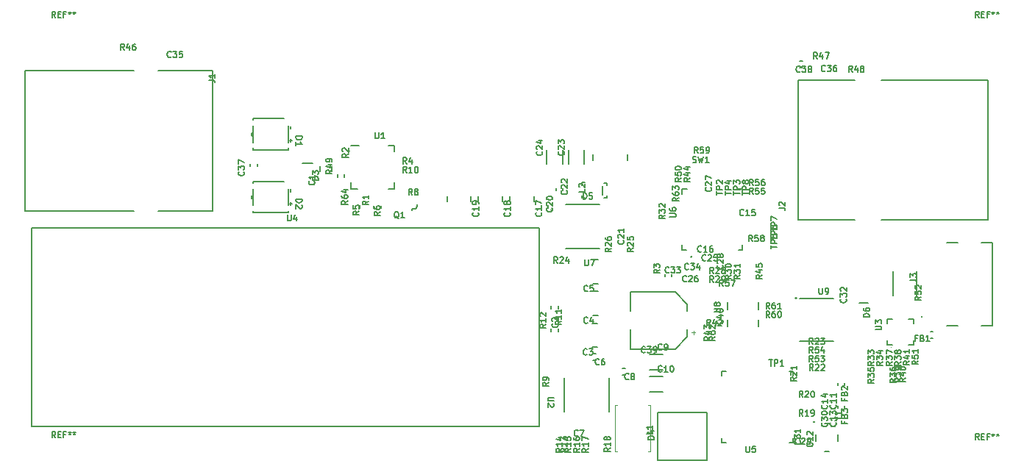
<source format=gbr>
%TF.GenerationSoftware,KiCad,Pcbnew,7.0.11+dfsg-1build4*%
%TF.CreationDate,2024-07-19T16:51:48+02:00*%
%TF.ProjectId,antmicro-poe-to-usbc-pd-adapter,616e746d-6963-4726-9f2d-706f652d746f,rev?*%
%TF.SameCoordinates,Original*%
%TF.FileFunction,Legend,Top*%
%TF.FilePolarity,Positive*%
%FSLAX46Y46*%
G04 Gerber Fmt 4.6, Leading zero omitted, Abs format (unit mm)*
G04 Created by KiCad (PCBNEW 7.0.11+dfsg-1build4) date 2024-07-19 16:51:48 commit  9a9195e *
%MOMM*%
%LPD*%
G01*
G04 APERTURE LIST*
%ADD10C,0.150000*%
%ADD11C,0.125000*%
%ADD12C,0.139031*%
%ADD13C,0.145711*%
%ADD14C,0.120000*%
%ADD15C,0.124000*%
G04 APERTURE END LIST*
D10*
X207533132Y-160893230D02*
X207299799Y-160559897D01*
X207133132Y-160893230D02*
X207133132Y-160193230D01*
X207133132Y-160193230D02*
X207399799Y-160193230D01*
X207399799Y-160193230D02*
X207466466Y-160226563D01*
X207466466Y-160226563D02*
X207499799Y-160259897D01*
X207499799Y-160259897D02*
X207533132Y-160326563D01*
X207533132Y-160326563D02*
X207533132Y-160426563D01*
X207533132Y-160426563D02*
X207499799Y-160493230D01*
X207499799Y-160493230D02*
X207466466Y-160526563D01*
X207466466Y-160526563D02*
X207399799Y-160559897D01*
X207399799Y-160559897D02*
X207133132Y-160559897D01*
X208133132Y-160426563D02*
X208133132Y-160893230D01*
X207966466Y-160159897D02*
X207799799Y-160659897D01*
X207799799Y-160659897D02*
X208233132Y-160659897D01*
X208466466Y-160259897D02*
X208499799Y-160226563D01*
X208499799Y-160226563D02*
X208566466Y-160193230D01*
X208566466Y-160193230D02*
X208733133Y-160193230D01*
X208733133Y-160193230D02*
X208799799Y-160226563D01*
X208799799Y-160226563D02*
X208833133Y-160259897D01*
X208833133Y-160259897D02*
X208866466Y-160326563D01*
X208866466Y-160326563D02*
X208866466Y-160393230D01*
X208866466Y-160393230D02*
X208833133Y-160493230D01*
X208833133Y-160493230D02*
X208433133Y-160893230D01*
X208433133Y-160893230D02*
X208866466Y-160893230D01*
X238465350Y-174006533D02*
X238232017Y-173673200D01*
X238065350Y-174006533D02*
X238065350Y-173306533D01*
X238065350Y-173306533D02*
X238332017Y-173306533D01*
X238332017Y-173306533D02*
X238398684Y-173339866D01*
X238398684Y-173339866D02*
X238432017Y-173373200D01*
X238432017Y-173373200D02*
X238465350Y-173439866D01*
X238465350Y-173439866D02*
X238465350Y-173539866D01*
X238465350Y-173539866D02*
X238432017Y-173606533D01*
X238432017Y-173606533D02*
X238398684Y-173639866D01*
X238398684Y-173639866D02*
X238332017Y-173673200D01*
X238332017Y-173673200D02*
X238065350Y-173673200D01*
X238765350Y-173639866D02*
X238998684Y-173639866D01*
X239098684Y-174006533D02*
X238765350Y-174006533D01*
X238765350Y-174006533D02*
X238765350Y-173306533D01*
X238765350Y-173306533D02*
X239098684Y-173306533D01*
X239632017Y-173639866D02*
X239398683Y-173639866D01*
X239398683Y-174006533D02*
X239398683Y-173306533D01*
X239398683Y-173306533D02*
X239732017Y-173306533D01*
X240098683Y-173306533D02*
X240098683Y-173473200D01*
X239932017Y-173406533D02*
X240098683Y-173473200D01*
X240098683Y-173473200D02*
X240265350Y-173406533D01*
X239998683Y-173606533D02*
X240098683Y-173473200D01*
X240098683Y-173473200D02*
X240198683Y-173606533D01*
X240632016Y-173306533D02*
X240632016Y-173473200D01*
X240465350Y-173406533D02*
X240632016Y-173473200D01*
X240632016Y-173473200D02*
X240798683Y-173406533D01*
X240532016Y-173606533D02*
X240632016Y-173473200D01*
X240632016Y-173473200D02*
X240732016Y-173606533D01*
X189518466Y-169155350D02*
X188951800Y-169155350D01*
X188951800Y-169155350D02*
X188885133Y-169188684D01*
X188885133Y-169188684D02*
X188851800Y-169222017D01*
X188851800Y-169222017D02*
X188818466Y-169288684D01*
X188818466Y-169288684D02*
X188818466Y-169422017D01*
X188818466Y-169422017D02*
X188851800Y-169488684D01*
X188851800Y-169488684D02*
X188885133Y-169522017D01*
X188885133Y-169522017D02*
X188951800Y-169555350D01*
X188951800Y-169555350D02*
X189518466Y-169555350D01*
X189451800Y-169855350D02*
X189485133Y-169888683D01*
X189485133Y-169888683D02*
X189518466Y-169955350D01*
X189518466Y-169955350D02*
X189518466Y-170122017D01*
X189518466Y-170122017D02*
X189485133Y-170188683D01*
X189485133Y-170188683D02*
X189451800Y-170222017D01*
X189451800Y-170222017D02*
X189385133Y-170255350D01*
X189385133Y-170255350D02*
X189318466Y-170255350D01*
X189318466Y-170255350D02*
X189218466Y-170222017D01*
X189218466Y-170222017D02*
X188818466Y-169822017D01*
X188818466Y-169822017D02*
X188818466Y-170255350D01*
X145465350Y-129940866D02*
X145432017Y-129974200D01*
X145432017Y-129974200D02*
X145332017Y-130007533D01*
X145332017Y-130007533D02*
X145265350Y-130007533D01*
X145265350Y-130007533D02*
X145165350Y-129974200D01*
X145165350Y-129974200D02*
X145098684Y-129907533D01*
X145098684Y-129907533D02*
X145065350Y-129840866D01*
X145065350Y-129840866D02*
X145032017Y-129707533D01*
X145032017Y-129707533D02*
X145032017Y-129607533D01*
X145032017Y-129607533D02*
X145065350Y-129474200D01*
X145065350Y-129474200D02*
X145098684Y-129407533D01*
X145098684Y-129407533D02*
X145165350Y-129340866D01*
X145165350Y-129340866D02*
X145265350Y-129307533D01*
X145265350Y-129307533D02*
X145332017Y-129307533D01*
X145332017Y-129307533D02*
X145432017Y-129340866D01*
X145432017Y-129340866D02*
X145465350Y-129374200D01*
X145698684Y-129307533D02*
X146132017Y-129307533D01*
X146132017Y-129307533D02*
X145898684Y-129574200D01*
X145898684Y-129574200D02*
X145998684Y-129574200D01*
X145998684Y-129574200D02*
X146065350Y-129607533D01*
X146065350Y-129607533D02*
X146098684Y-129640866D01*
X146098684Y-129640866D02*
X146132017Y-129707533D01*
X146132017Y-129707533D02*
X146132017Y-129874200D01*
X146132017Y-129874200D02*
X146098684Y-129940866D01*
X146098684Y-129940866D02*
X146065350Y-129974200D01*
X146065350Y-129974200D02*
X145998684Y-130007533D01*
X145998684Y-130007533D02*
X145798684Y-130007533D01*
X145798684Y-130007533D02*
X145732017Y-129974200D01*
X145732017Y-129974200D02*
X145698684Y-129940866D01*
X146765351Y-129307533D02*
X146432017Y-129307533D01*
X146432017Y-129307533D02*
X146398684Y-129640866D01*
X146398684Y-129640866D02*
X146432017Y-129607533D01*
X146432017Y-129607533D02*
X146498684Y-129574200D01*
X146498684Y-129574200D02*
X146665351Y-129574200D01*
X146665351Y-129574200D02*
X146732017Y-129607533D01*
X146732017Y-129607533D02*
X146765351Y-129640866D01*
X146765351Y-129640866D02*
X146798684Y-129707533D01*
X146798684Y-129707533D02*
X146798684Y-129874200D01*
X146798684Y-129874200D02*
X146765351Y-129940866D01*
X146765351Y-129940866D02*
X146732017Y-129974200D01*
X146732017Y-129974200D02*
X146665351Y-130007533D01*
X146665351Y-130007533D02*
X146498684Y-130007533D01*
X146498684Y-130007533D02*
X146432017Y-129974200D01*
X146432017Y-129974200D02*
X146398684Y-129940866D01*
X191483836Y-175027133D02*
X191150503Y-175260466D01*
X191483836Y-175427133D02*
X190783836Y-175427133D01*
X190783836Y-175427133D02*
X190783836Y-175160466D01*
X190783836Y-175160466D02*
X190817169Y-175093800D01*
X190817169Y-175093800D02*
X190850503Y-175060466D01*
X190850503Y-175060466D02*
X190917169Y-175027133D01*
X190917169Y-175027133D02*
X191017169Y-175027133D01*
X191017169Y-175027133D02*
X191083836Y-175060466D01*
X191083836Y-175060466D02*
X191117169Y-175093800D01*
X191117169Y-175093800D02*
X191150503Y-175160466D01*
X191150503Y-175160466D02*
X191150503Y-175427133D01*
X191483836Y-174360466D02*
X191483836Y-174760466D01*
X191483836Y-174560466D02*
X190783836Y-174560466D01*
X190783836Y-174560466D02*
X190883836Y-174627133D01*
X190883836Y-174627133D02*
X190950503Y-174693800D01*
X190950503Y-174693800D02*
X190983836Y-174760466D01*
X190783836Y-173727133D02*
X190783836Y-174060466D01*
X190783836Y-174060466D02*
X191117169Y-174093799D01*
X191117169Y-174093799D02*
X191083836Y-174060466D01*
X191083836Y-174060466D02*
X191050503Y-173993799D01*
X191050503Y-173993799D02*
X191050503Y-173827133D01*
X191050503Y-173827133D02*
X191083836Y-173760466D01*
X191083836Y-173760466D02*
X191117169Y-173727133D01*
X191117169Y-173727133D02*
X191183836Y-173693799D01*
X191183836Y-173693799D02*
X191350503Y-173693799D01*
X191350503Y-173693799D02*
X191417169Y-173727133D01*
X191417169Y-173727133D02*
X191450503Y-173760466D01*
X191450503Y-173760466D02*
X191483836Y-173827133D01*
X191483836Y-173827133D02*
X191483836Y-173993799D01*
X191483836Y-173993799D02*
X191450503Y-174060466D01*
X191450503Y-174060466D02*
X191417169Y-174093799D01*
X202857533Y-148381649D02*
X203424200Y-148381649D01*
X203424200Y-148381649D02*
X203490866Y-148348316D01*
X203490866Y-148348316D02*
X203524200Y-148314982D01*
X203524200Y-148314982D02*
X203557533Y-148248316D01*
X203557533Y-148248316D02*
X203557533Y-148114982D01*
X203557533Y-148114982D02*
X203524200Y-148048316D01*
X203524200Y-148048316D02*
X203490866Y-148014982D01*
X203490866Y-148014982D02*
X203424200Y-147981649D01*
X203424200Y-147981649D02*
X202857533Y-147981649D01*
X202857533Y-147348316D02*
X202857533Y-147481649D01*
X202857533Y-147481649D02*
X202890866Y-147548316D01*
X202890866Y-147548316D02*
X202924200Y-147581649D01*
X202924200Y-147581649D02*
X203024200Y-147648316D01*
X203024200Y-147648316D02*
X203157533Y-147681649D01*
X203157533Y-147681649D02*
X203424200Y-147681649D01*
X203424200Y-147681649D02*
X203490866Y-147648316D01*
X203490866Y-147648316D02*
X203524200Y-147614983D01*
X203524200Y-147614983D02*
X203557533Y-147548316D01*
X203557533Y-147548316D02*
X203557533Y-147414983D01*
X203557533Y-147414983D02*
X203524200Y-147348316D01*
X203524200Y-147348316D02*
X203490866Y-147314983D01*
X203490866Y-147314983D02*
X203424200Y-147281649D01*
X203424200Y-147281649D02*
X203257533Y-147281649D01*
X203257533Y-147281649D02*
X203190866Y-147314983D01*
X203190866Y-147314983D02*
X203157533Y-147348316D01*
X203157533Y-147348316D02*
X203124200Y-147414983D01*
X203124200Y-147414983D02*
X203124200Y-147548316D01*
X203124200Y-147548316D02*
X203157533Y-147614983D01*
X203157533Y-147614983D02*
X203190866Y-147648316D01*
X203190866Y-147648316D02*
X203257533Y-147681649D01*
X220950866Y-172085351D02*
X220984200Y-172118684D01*
X220984200Y-172118684D02*
X221017533Y-172218684D01*
X221017533Y-172218684D02*
X221017533Y-172285351D01*
X221017533Y-172285351D02*
X220984200Y-172385351D01*
X220984200Y-172385351D02*
X220917533Y-172452018D01*
X220917533Y-172452018D02*
X220850866Y-172485351D01*
X220850866Y-172485351D02*
X220717533Y-172518684D01*
X220717533Y-172518684D02*
X220617533Y-172518684D01*
X220617533Y-172518684D02*
X220484200Y-172485351D01*
X220484200Y-172485351D02*
X220417533Y-172452018D01*
X220417533Y-172452018D02*
X220350866Y-172385351D01*
X220350866Y-172385351D02*
X220317533Y-172285351D01*
X220317533Y-172285351D02*
X220317533Y-172218684D01*
X220317533Y-172218684D02*
X220350866Y-172118684D01*
X220350866Y-172118684D02*
X220384200Y-172085351D01*
X220317533Y-171852018D02*
X220317533Y-171418684D01*
X220317533Y-171418684D02*
X220584200Y-171652018D01*
X220584200Y-171652018D02*
X220584200Y-171552018D01*
X220584200Y-171552018D02*
X220617533Y-171485351D01*
X220617533Y-171485351D02*
X220650866Y-171452018D01*
X220650866Y-171452018D02*
X220717533Y-171418684D01*
X220717533Y-171418684D02*
X220884200Y-171418684D01*
X220884200Y-171418684D02*
X220950866Y-171452018D01*
X220950866Y-171452018D02*
X220984200Y-171485351D01*
X220984200Y-171485351D02*
X221017533Y-171552018D01*
X221017533Y-171552018D02*
X221017533Y-171752018D01*
X221017533Y-171752018D02*
X220984200Y-171818684D01*
X220984200Y-171818684D02*
X220950866Y-171852018D01*
X220317533Y-170985351D02*
X220317533Y-170918684D01*
X220317533Y-170918684D02*
X220350866Y-170852017D01*
X220350866Y-170852017D02*
X220384200Y-170818684D01*
X220384200Y-170818684D02*
X220450866Y-170785351D01*
X220450866Y-170785351D02*
X220584200Y-170752017D01*
X220584200Y-170752017D02*
X220750866Y-170752017D01*
X220750866Y-170752017D02*
X220884200Y-170785351D01*
X220884200Y-170785351D02*
X220950866Y-170818684D01*
X220950866Y-170818684D02*
X220984200Y-170852017D01*
X220984200Y-170852017D02*
X221017533Y-170918684D01*
X221017533Y-170918684D02*
X221017533Y-170985351D01*
X221017533Y-170985351D02*
X220984200Y-171052017D01*
X220984200Y-171052017D02*
X220950866Y-171085351D01*
X220950866Y-171085351D02*
X220884200Y-171118684D01*
X220884200Y-171118684D02*
X220750866Y-171152017D01*
X220750866Y-171152017D02*
X220584200Y-171152017D01*
X220584200Y-171152017D02*
X220450866Y-171118684D01*
X220450866Y-171118684D02*
X220384200Y-171085351D01*
X220384200Y-171085351D02*
X220350866Y-171052017D01*
X220350866Y-171052017D02*
X220317533Y-170985351D01*
X184432533Y-147875351D02*
X184465867Y-147908684D01*
X184465867Y-147908684D02*
X184499200Y-148008684D01*
X184499200Y-148008684D02*
X184499200Y-148075351D01*
X184499200Y-148075351D02*
X184465867Y-148175351D01*
X184465867Y-148175351D02*
X184399200Y-148242018D01*
X184399200Y-148242018D02*
X184332533Y-148275351D01*
X184332533Y-148275351D02*
X184199200Y-148308684D01*
X184199200Y-148308684D02*
X184099200Y-148308684D01*
X184099200Y-148308684D02*
X183965867Y-148275351D01*
X183965867Y-148275351D02*
X183899200Y-148242018D01*
X183899200Y-148242018D02*
X183832533Y-148175351D01*
X183832533Y-148175351D02*
X183799200Y-148075351D01*
X183799200Y-148075351D02*
X183799200Y-148008684D01*
X183799200Y-148008684D02*
X183832533Y-147908684D01*
X183832533Y-147908684D02*
X183865867Y-147875351D01*
X184499200Y-147208684D02*
X184499200Y-147608684D01*
X184499200Y-147408684D02*
X183799200Y-147408684D01*
X183799200Y-147408684D02*
X183899200Y-147475351D01*
X183899200Y-147475351D02*
X183965867Y-147542018D01*
X183965867Y-147542018D02*
X183999200Y-147608684D01*
X184099200Y-146808684D02*
X184065867Y-146875351D01*
X184065867Y-146875351D02*
X184032533Y-146908684D01*
X184032533Y-146908684D02*
X183965867Y-146942017D01*
X183965867Y-146942017D02*
X183932533Y-146942017D01*
X183932533Y-146942017D02*
X183865867Y-146908684D01*
X183865867Y-146908684D02*
X183832533Y-146875351D01*
X183832533Y-146875351D02*
X183799200Y-146808684D01*
X183799200Y-146808684D02*
X183799200Y-146675351D01*
X183799200Y-146675351D02*
X183832533Y-146608684D01*
X183832533Y-146608684D02*
X183865867Y-146575351D01*
X183865867Y-146575351D02*
X183932533Y-146542017D01*
X183932533Y-146542017D02*
X183965867Y-146542017D01*
X183965867Y-146542017D02*
X184032533Y-146575351D01*
X184032533Y-146575351D02*
X184065867Y-146608684D01*
X184065867Y-146608684D02*
X184099200Y-146675351D01*
X184099200Y-146675351D02*
X184099200Y-146808684D01*
X184099200Y-146808684D02*
X184132533Y-146875351D01*
X184132533Y-146875351D02*
X184165867Y-146908684D01*
X184165867Y-146908684D02*
X184232533Y-146942017D01*
X184232533Y-146942017D02*
X184365867Y-146942017D01*
X184365867Y-146942017D02*
X184432533Y-146908684D01*
X184432533Y-146908684D02*
X184465867Y-146875351D01*
X184465867Y-146875351D02*
X184499200Y-146808684D01*
X184499200Y-146808684D02*
X184499200Y-146675351D01*
X184499200Y-146675351D02*
X184465867Y-146608684D01*
X184465867Y-146608684D02*
X184432533Y-146575351D01*
X184432533Y-146575351D02*
X184365867Y-146542017D01*
X184365867Y-146542017D02*
X184232533Y-146542017D01*
X184232533Y-146542017D02*
X184165867Y-146575351D01*
X184165867Y-146575351D02*
X184132533Y-146608684D01*
X184132533Y-146608684D02*
X184099200Y-146675351D01*
X189940866Y-160654649D02*
X189974200Y-160687982D01*
X189974200Y-160687982D02*
X190007533Y-160787982D01*
X190007533Y-160787982D02*
X190007533Y-160854649D01*
X190007533Y-160854649D02*
X189974200Y-160954649D01*
X189974200Y-160954649D02*
X189907533Y-161021316D01*
X189907533Y-161021316D02*
X189840866Y-161054649D01*
X189840866Y-161054649D02*
X189707533Y-161087982D01*
X189707533Y-161087982D02*
X189607533Y-161087982D01*
X189607533Y-161087982D02*
X189474200Y-161054649D01*
X189474200Y-161054649D02*
X189407533Y-161021316D01*
X189407533Y-161021316D02*
X189340866Y-160954649D01*
X189340866Y-160954649D02*
X189307533Y-160854649D01*
X189307533Y-160854649D02*
X189307533Y-160787982D01*
X189307533Y-160787982D02*
X189340866Y-160687982D01*
X189340866Y-160687982D02*
X189374200Y-160654649D01*
X189374200Y-160387982D02*
X189340866Y-160354649D01*
X189340866Y-160354649D02*
X189307533Y-160287982D01*
X189307533Y-160287982D02*
X189307533Y-160121316D01*
X189307533Y-160121316D02*
X189340866Y-160054649D01*
X189340866Y-160054649D02*
X189374200Y-160021316D01*
X189374200Y-160021316D02*
X189440866Y-159987982D01*
X189440866Y-159987982D02*
X189507533Y-159987982D01*
X189507533Y-159987982D02*
X189607533Y-160021316D01*
X189607533Y-160021316D02*
X190007533Y-160421316D01*
X190007533Y-160421316D02*
X190007533Y-159987982D01*
X204183836Y-143876133D02*
X203850503Y-144109466D01*
X204183836Y-144276133D02*
X203483836Y-144276133D01*
X203483836Y-144276133D02*
X203483836Y-144009466D01*
X203483836Y-144009466D02*
X203517169Y-143942800D01*
X203517169Y-143942800D02*
X203550503Y-143909466D01*
X203550503Y-143909466D02*
X203617169Y-143876133D01*
X203617169Y-143876133D02*
X203717169Y-143876133D01*
X203717169Y-143876133D02*
X203783836Y-143909466D01*
X203783836Y-143909466D02*
X203817169Y-143942800D01*
X203817169Y-143942800D02*
X203850503Y-144009466D01*
X203850503Y-144009466D02*
X203850503Y-144276133D01*
X203483836Y-143242800D02*
X203483836Y-143576133D01*
X203483836Y-143576133D02*
X203817169Y-143609466D01*
X203817169Y-143609466D02*
X203783836Y-143576133D01*
X203783836Y-143576133D02*
X203750503Y-143509466D01*
X203750503Y-143509466D02*
X203750503Y-143342800D01*
X203750503Y-143342800D02*
X203783836Y-143276133D01*
X203783836Y-143276133D02*
X203817169Y-143242800D01*
X203817169Y-143242800D02*
X203883836Y-143209466D01*
X203883836Y-143209466D02*
X204050503Y-143209466D01*
X204050503Y-143209466D02*
X204117169Y-143242800D01*
X204117169Y-143242800D02*
X204150503Y-143276133D01*
X204150503Y-143276133D02*
X204183836Y-143342800D01*
X204183836Y-143342800D02*
X204183836Y-143509466D01*
X204183836Y-143509466D02*
X204150503Y-143576133D01*
X204150503Y-143576133D02*
X204117169Y-143609466D01*
X203483836Y-142776133D02*
X203483836Y-142709466D01*
X203483836Y-142709466D02*
X203517169Y-142642799D01*
X203517169Y-142642799D02*
X203550503Y-142609466D01*
X203550503Y-142609466D02*
X203617169Y-142576133D01*
X203617169Y-142576133D02*
X203750503Y-142542799D01*
X203750503Y-142542799D02*
X203917169Y-142542799D01*
X203917169Y-142542799D02*
X204050503Y-142576133D01*
X204050503Y-142576133D02*
X204117169Y-142609466D01*
X204117169Y-142609466D02*
X204150503Y-142642799D01*
X204150503Y-142642799D02*
X204183836Y-142709466D01*
X204183836Y-142709466D02*
X204183836Y-142776133D01*
X204183836Y-142776133D02*
X204150503Y-142842799D01*
X204150503Y-142842799D02*
X204117169Y-142876133D01*
X204117169Y-142876133D02*
X204050503Y-142909466D01*
X204050503Y-142909466D02*
X203917169Y-142942799D01*
X203917169Y-142942799D02*
X203750503Y-142942799D01*
X203750503Y-142942799D02*
X203617169Y-142909466D01*
X203617169Y-142909466D02*
X203550503Y-142876133D01*
X203550503Y-142876133D02*
X203517169Y-142842799D01*
X203517169Y-142842799D02*
X203483836Y-142776133D01*
X223128866Y-157812649D02*
X223162200Y-157845982D01*
X223162200Y-157845982D02*
X223195533Y-157945982D01*
X223195533Y-157945982D02*
X223195533Y-158012649D01*
X223195533Y-158012649D02*
X223162200Y-158112649D01*
X223162200Y-158112649D02*
X223095533Y-158179316D01*
X223095533Y-158179316D02*
X223028866Y-158212649D01*
X223028866Y-158212649D02*
X222895533Y-158245982D01*
X222895533Y-158245982D02*
X222795533Y-158245982D01*
X222795533Y-158245982D02*
X222662200Y-158212649D01*
X222662200Y-158212649D02*
X222595533Y-158179316D01*
X222595533Y-158179316D02*
X222528866Y-158112649D01*
X222528866Y-158112649D02*
X222495533Y-158012649D01*
X222495533Y-158012649D02*
X222495533Y-157945982D01*
X222495533Y-157945982D02*
X222528866Y-157845982D01*
X222528866Y-157845982D02*
X222562200Y-157812649D01*
X222495533Y-157579316D02*
X222495533Y-157145982D01*
X222495533Y-157145982D02*
X222762200Y-157379316D01*
X222762200Y-157379316D02*
X222762200Y-157279316D01*
X222762200Y-157279316D02*
X222795533Y-157212649D01*
X222795533Y-157212649D02*
X222828866Y-157179316D01*
X222828866Y-157179316D02*
X222895533Y-157145982D01*
X222895533Y-157145982D02*
X223062200Y-157145982D01*
X223062200Y-157145982D02*
X223128866Y-157179316D01*
X223128866Y-157179316D02*
X223162200Y-157212649D01*
X223162200Y-157212649D02*
X223195533Y-157279316D01*
X223195533Y-157279316D02*
X223195533Y-157479316D01*
X223195533Y-157479316D02*
X223162200Y-157545982D01*
X223162200Y-157545982D02*
X223128866Y-157579316D01*
X222562200Y-156879315D02*
X222528866Y-156845982D01*
X222528866Y-156845982D02*
X222495533Y-156779315D01*
X222495533Y-156779315D02*
X222495533Y-156612649D01*
X222495533Y-156612649D02*
X222528866Y-156545982D01*
X222528866Y-156545982D02*
X222562200Y-156512649D01*
X222562200Y-156512649D02*
X222628866Y-156479315D01*
X222628866Y-156479315D02*
X222695533Y-156479315D01*
X222695533Y-156479315D02*
X222795533Y-156512649D01*
X222795533Y-156512649D02*
X223195533Y-156912649D01*
X223195533Y-156912649D02*
X223195533Y-156479315D01*
X180799200Y-147875351D02*
X180832534Y-147908684D01*
X180832534Y-147908684D02*
X180865867Y-148008684D01*
X180865867Y-148008684D02*
X180865867Y-148075351D01*
X180865867Y-148075351D02*
X180832534Y-148175351D01*
X180832534Y-148175351D02*
X180765867Y-148242018D01*
X180765867Y-148242018D02*
X180699200Y-148275351D01*
X180699200Y-148275351D02*
X180565867Y-148308684D01*
X180565867Y-148308684D02*
X180465867Y-148308684D01*
X180465867Y-148308684D02*
X180332534Y-148275351D01*
X180332534Y-148275351D02*
X180265867Y-148242018D01*
X180265867Y-148242018D02*
X180199200Y-148175351D01*
X180199200Y-148175351D02*
X180165867Y-148075351D01*
X180165867Y-148075351D02*
X180165867Y-148008684D01*
X180165867Y-148008684D02*
X180199200Y-147908684D01*
X180199200Y-147908684D02*
X180232534Y-147875351D01*
X180865867Y-147208684D02*
X180865867Y-147608684D01*
X180865867Y-147408684D02*
X180165867Y-147408684D01*
X180165867Y-147408684D02*
X180265867Y-147475351D01*
X180265867Y-147475351D02*
X180332534Y-147542018D01*
X180332534Y-147542018D02*
X180365867Y-147608684D01*
X180865867Y-146875351D02*
X180865867Y-146742017D01*
X180865867Y-146742017D02*
X180832534Y-146675351D01*
X180832534Y-146675351D02*
X180799200Y-146642017D01*
X180799200Y-146642017D02*
X180699200Y-146575351D01*
X180699200Y-146575351D02*
X180565867Y-146542017D01*
X180565867Y-146542017D02*
X180299200Y-146542017D01*
X180299200Y-146542017D02*
X180232534Y-146575351D01*
X180232534Y-146575351D02*
X180199200Y-146608684D01*
X180199200Y-146608684D02*
X180165867Y-146675351D01*
X180165867Y-146675351D02*
X180165867Y-146808684D01*
X180165867Y-146808684D02*
X180199200Y-146875351D01*
X180199200Y-146875351D02*
X180232534Y-146908684D01*
X180232534Y-146908684D02*
X180299200Y-146942017D01*
X180299200Y-146942017D02*
X180465867Y-146942017D01*
X180465867Y-146942017D02*
X180532534Y-146908684D01*
X180532534Y-146908684D02*
X180565867Y-146875351D01*
X180565867Y-146875351D02*
X180599200Y-146808684D01*
X180599200Y-146808684D02*
X180599200Y-146675351D01*
X180599200Y-146675351D02*
X180565867Y-146608684D01*
X180565867Y-146608684D02*
X180532534Y-146575351D01*
X180532534Y-146575351D02*
X180465867Y-146542017D01*
X218182132Y-171280230D02*
X217948799Y-170946897D01*
X217782132Y-171280230D02*
X217782132Y-170580230D01*
X217782132Y-170580230D02*
X218048799Y-170580230D01*
X218048799Y-170580230D02*
X218115466Y-170613563D01*
X218115466Y-170613563D02*
X218148799Y-170646897D01*
X218148799Y-170646897D02*
X218182132Y-170713563D01*
X218182132Y-170713563D02*
X218182132Y-170813563D01*
X218182132Y-170813563D02*
X218148799Y-170880230D01*
X218148799Y-170880230D02*
X218115466Y-170913563D01*
X218115466Y-170913563D02*
X218048799Y-170946897D01*
X218048799Y-170946897D02*
X217782132Y-170946897D01*
X218848799Y-171280230D02*
X218448799Y-171280230D01*
X218648799Y-171280230D02*
X218648799Y-170580230D01*
X218648799Y-170580230D02*
X218582132Y-170680230D01*
X218582132Y-170680230D02*
X218515466Y-170746897D01*
X218515466Y-170746897D02*
X218448799Y-170780230D01*
X219182133Y-171280230D02*
X219315466Y-171280230D01*
X219315466Y-171280230D02*
X219382133Y-171246897D01*
X219382133Y-171246897D02*
X219415466Y-171213563D01*
X219415466Y-171213563D02*
X219482133Y-171113563D01*
X219482133Y-171113563D02*
X219515466Y-170980230D01*
X219515466Y-170980230D02*
X219515466Y-170713563D01*
X219515466Y-170713563D02*
X219482133Y-170646897D01*
X219482133Y-170646897D02*
X219448799Y-170613563D01*
X219448799Y-170613563D02*
X219382133Y-170580230D01*
X219382133Y-170580230D02*
X219248799Y-170580230D01*
X219248799Y-170580230D02*
X219182133Y-170613563D01*
X219182133Y-170613563D02*
X219148799Y-170646897D01*
X219148799Y-170646897D02*
X219115466Y-170713563D01*
X219115466Y-170713563D02*
X219115466Y-170880230D01*
X219115466Y-170880230D02*
X219148799Y-170946897D01*
X219148799Y-170946897D02*
X219182133Y-170980230D01*
X219182133Y-170980230D02*
X219248799Y-171013563D01*
X219248799Y-171013563D02*
X219382133Y-171013563D01*
X219382133Y-171013563D02*
X219448799Y-170980230D01*
X219448799Y-170980230D02*
X219482133Y-170946897D01*
X219482133Y-170946897D02*
X219515466Y-170880230D01*
X211629982Y-174777533D02*
X211629982Y-175344200D01*
X211629982Y-175344200D02*
X211663316Y-175410866D01*
X211663316Y-175410866D02*
X211696649Y-175444200D01*
X211696649Y-175444200D02*
X211763316Y-175477533D01*
X211763316Y-175477533D02*
X211896649Y-175477533D01*
X211896649Y-175477533D02*
X211963316Y-175444200D01*
X211963316Y-175444200D02*
X211996649Y-175410866D01*
X211996649Y-175410866D02*
X212029982Y-175344200D01*
X212029982Y-175344200D02*
X212029982Y-174777533D01*
X212696649Y-174777533D02*
X212363315Y-174777533D01*
X212363315Y-174777533D02*
X212329982Y-175110866D01*
X212329982Y-175110866D02*
X212363315Y-175077533D01*
X212363315Y-175077533D02*
X212429982Y-175044200D01*
X212429982Y-175044200D02*
X212596649Y-175044200D01*
X212596649Y-175044200D02*
X212663315Y-175077533D01*
X212663315Y-175077533D02*
X212696649Y-175110866D01*
X212696649Y-175110866D02*
X212729982Y-175177533D01*
X212729982Y-175177533D02*
X212729982Y-175344200D01*
X212729982Y-175344200D02*
X212696649Y-175410866D01*
X212696649Y-175410866D02*
X212663315Y-175444200D01*
X212663315Y-175444200D02*
X212596649Y-175477533D01*
X212596649Y-175477533D02*
X212429982Y-175477533D01*
X212429982Y-175477533D02*
X212363315Y-175444200D01*
X212363315Y-175444200D02*
X212329982Y-175410866D01*
X211230533Y-145831017D02*
X211230533Y-145431017D01*
X211930533Y-145631017D02*
X211230533Y-145631017D01*
X211930533Y-145197684D02*
X211230533Y-145197684D01*
X211230533Y-145197684D02*
X211230533Y-144931017D01*
X211230533Y-144931017D02*
X211263866Y-144864351D01*
X211263866Y-144864351D02*
X211297200Y-144831017D01*
X211297200Y-144831017D02*
X211363866Y-144797684D01*
X211363866Y-144797684D02*
X211463866Y-144797684D01*
X211463866Y-144797684D02*
X211530533Y-144831017D01*
X211530533Y-144831017D02*
X211563866Y-144864351D01*
X211563866Y-144864351D02*
X211597200Y-144931017D01*
X211597200Y-144931017D02*
X211597200Y-145197684D01*
X211530533Y-144397684D02*
X211497200Y-144464351D01*
X211497200Y-144464351D02*
X211463866Y-144497684D01*
X211463866Y-144497684D02*
X211397200Y-144531017D01*
X211397200Y-144531017D02*
X211363866Y-144531017D01*
X211363866Y-144531017D02*
X211297200Y-144497684D01*
X211297200Y-144497684D02*
X211263866Y-144464351D01*
X211263866Y-144464351D02*
X211230533Y-144397684D01*
X211230533Y-144397684D02*
X211230533Y-144264351D01*
X211230533Y-144264351D02*
X211263866Y-144197684D01*
X211263866Y-144197684D02*
X211297200Y-144164351D01*
X211297200Y-144164351D02*
X211363866Y-144131017D01*
X211363866Y-144131017D02*
X211397200Y-144131017D01*
X211397200Y-144131017D02*
X211463866Y-144164351D01*
X211463866Y-144164351D02*
X211497200Y-144197684D01*
X211497200Y-144197684D02*
X211530533Y-144264351D01*
X211530533Y-144264351D02*
X211530533Y-144397684D01*
X211530533Y-144397684D02*
X211563866Y-144464351D01*
X211563866Y-144464351D02*
X211597200Y-144497684D01*
X211597200Y-144497684D02*
X211663866Y-144531017D01*
X211663866Y-144531017D02*
X211797200Y-144531017D01*
X211797200Y-144531017D02*
X211863866Y-144497684D01*
X211863866Y-144497684D02*
X211897200Y-144464351D01*
X211897200Y-144464351D02*
X211930533Y-144397684D01*
X211930533Y-144397684D02*
X211930533Y-144264351D01*
X211930533Y-144264351D02*
X211897200Y-144197684D01*
X211897200Y-144197684D02*
X211863866Y-144164351D01*
X211863866Y-144164351D02*
X211797200Y-144131017D01*
X211797200Y-144131017D02*
X211663866Y-144131017D01*
X211663866Y-144131017D02*
X211597200Y-144164351D01*
X211597200Y-144164351D02*
X211563866Y-144197684D01*
X211563866Y-144197684D02*
X211530533Y-144264351D01*
X214530533Y-151031017D02*
X214530533Y-150631017D01*
X215230533Y-150831017D02*
X214530533Y-150831017D01*
X215230533Y-150397684D02*
X214530533Y-150397684D01*
X214530533Y-150397684D02*
X214530533Y-150131017D01*
X214530533Y-150131017D02*
X214563866Y-150064351D01*
X214563866Y-150064351D02*
X214597200Y-150031017D01*
X214597200Y-150031017D02*
X214663866Y-149997684D01*
X214663866Y-149997684D02*
X214763866Y-149997684D01*
X214763866Y-149997684D02*
X214830533Y-150031017D01*
X214830533Y-150031017D02*
X214863866Y-150064351D01*
X214863866Y-150064351D02*
X214897200Y-150131017D01*
X214897200Y-150131017D02*
X214897200Y-150397684D01*
X214530533Y-149397684D02*
X214530533Y-149531017D01*
X214530533Y-149531017D02*
X214563866Y-149597684D01*
X214563866Y-149597684D02*
X214597200Y-149631017D01*
X214597200Y-149631017D02*
X214697200Y-149697684D01*
X214697200Y-149697684D02*
X214830533Y-149731017D01*
X214830533Y-149731017D02*
X215097200Y-149731017D01*
X215097200Y-149731017D02*
X215163866Y-149697684D01*
X215163866Y-149697684D02*
X215197200Y-149664351D01*
X215197200Y-149664351D02*
X215230533Y-149597684D01*
X215230533Y-149597684D02*
X215230533Y-149464351D01*
X215230533Y-149464351D02*
X215197200Y-149397684D01*
X215197200Y-149397684D02*
X215163866Y-149364351D01*
X215163866Y-149364351D02*
X215097200Y-149331017D01*
X215097200Y-149331017D02*
X214930533Y-149331017D01*
X214930533Y-149331017D02*
X214863866Y-149364351D01*
X214863866Y-149364351D02*
X214830533Y-149397684D01*
X214830533Y-149397684D02*
X214797200Y-149464351D01*
X214797200Y-149464351D02*
X214797200Y-149597684D01*
X214797200Y-149597684D02*
X214830533Y-149664351D01*
X214830533Y-149664351D02*
X214863866Y-149697684D01*
X214863866Y-149697684D02*
X214930533Y-149731017D01*
X188065866Y-147865351D02*
X188099200Y-147898684D01*
X188099200Y-147898684D02*
X188132533Y-147998684D01*
X188132533Y-147998684D02*
X188132533Y-148065351D01*
X188132533Y-148065351D02*
X188099200Y-148165351D01*
X188099200Y-148165351D02*
X188032533Y-148232018D01*
X188032533Y-148232018D02*
X187965866Y-148265351D01*
X187965866Y-148265351D02*
X187832533Y-148298684D01*
X187832533Y-148298684D02*
X187732533Y-148298684D01*
X187732533Y-148298684D02*
X187599200Y-148265351D01*
X187599200Y-148265351D02*
X187532533Y-148232018D01*
X187532533Y-148232018D02*
X187465866Y-148165351D01*
X187465866Y-148165351D02*
X187432533Y-148065351D01*
X187432533Y-148065351D02*
X187432533Y-147998684D01*
X187432533Y-147998684D02*
X187465866Y-147898684D01*
X187465866Y-147898684D02*
X187499200Y-147865351D01*
X188132533Y-147198684D02*
X188132533Y-147598684D01*
X188132533Y-147398684D02*
X187432533Y-147398684D01*
X187432533Y-147398684D02*
X187532533Y-147465351D01*
X187532533Y-147465351D02*
X187599200Y-147532018D01*
X187599200Y-147532018D02*
X187632533Y-147598684D01*
X187432533Y-146965351D02*
X187432533Y-146498684D01*
X187432533Y-146498684D02*
X188132533Y-146798684D01*
X215435533Y-147337017D02*
X215935533Y-147337017D01*
X215935533Y-147337017D02*
X216035533Y-147370350D01*
X216035533Y-147370350D02*
X216102200Y-147437017D01*
X216102200Y-147437017D02*
X216135533Y-147537017D01*
X216135533Y-147537017D02*
X216135533Y-147603684D01*
X215502200Y-147037017D02*
X215468866Y-147003684D01*
X215468866Y-147003684D02*
X215435533Y-146937017D01*
X215435533Y-146937017D02*
X215435533Y-146770351D01*
X215435533Y-146770351D02*
X215468866Y-146703684D01*
X215468866Y-146703684D02*
X215502200Y-146670351D01*
X215502200Y-146670351D02*
X215568866Y-146637017D01*
X215568866Y-146637017D02*
X215635533Y-146637017D01*
X215635533Y-146637017D02*
X215735533Y-146670351D01*
X215735533Y-146670351D02*
X216135533Y-147070351D01*
X216135533Y-147070351D02*
X216135533Y-146637017D01*
X210230533Y-145831017D02*
X210230533Y-145431017D01*
X210930533Y-145631017D02*
X210230533Y-145631017D01*
X210930533Y-145197684D02*
X210230533Y-145197684D01*
X210230533Y-145197684D02*
X210230533Y-144931017D01*
X210230533Y-144931017D02*
X210263866Y-144864351D01*
X210263866Y-144864351D02*
X210297200Y-144831017D01*
X210297200Y-144831017D02*
X210363866Y-144797684D01*
X210363866Y-144797684D02*
X210463866Y-144797684D01*
X210463866Y-144797684D02*
X210530533Y-144831017D01*
X210530533Y-144831017D02*
X210563866Y-144864351D01*
X210563866Y-144864351D02*
X210597200Y-144931017D01*
X210597200Y-144931017D02*
X210597200Y-145197684D01*
X210230533Y-144564351D02*
X210230533Y-144131017D01*
X210230533Y-144131017D02*
X210497200Y-144364351D01*
X210497200Y-144364351D02*
X210497200Y-144264351D01*
X210497200Y-144264351D02*
X210530533Y-144197684D01*
X210530533Y-144197684D02*
X210563866Y-144164351D01*
X210563866Y-144164351D02*
X210630533Y-144131017D01*
X210630533Y-144131017D02*
X210797200Y-144131017D01*
X210797200Y-144131017D02*
X210863866Y-144164351D01*
X210863866Y-144164351D02*
X210897200Y-144197684D01*
X210897200Y-144197684D02*
X210930533Y-144264351D01*
X210930533Y-144264351D02*
X210930533Y-144464351D01*
X210930533Y-144464351D02*
X210897200Y-144531017D01*
X210897200Y-144531017D02*
X210863866Y-144564351D01*
X220754648Y-131538866D02*
X220721315Y-131572200D01*
X220721315Y-131572200D02*
X220621315Y-131605533D01*
X220621315Y-131605533D02*
X220554648Y-131605533D01*
X220554648Y-131605533D02*
X220454648Y-131572200D01*
X220454648Y-131572200D02*
X220387982Y-131505533D01*
X220387982Y-131505533D02*
X220354648Y-131438866D01*
X220354648Y-131438866D02*
X220321315Y-131305533D01*
X220321315Y-131305533D02*
X220321315Y-131205533D01*
X220321315Y-131205533D02*
X220354648Y-131072200D01*
X220354648Y-131072200D02*
X220387982Y-131005533D01*
X220387982Y-131005533D02*
X220454648Y-130938866D01*
X220454648Y-130938866D02*
X220554648Y-130905533D01*
X220554648Y-130905533D02*
X220621315Y-130905533D01*
X220621315Y-130905533D02*
X220721315Y-130938866D01*
X220721315Y-130938866D02*
X220754648Y-130972200D01*
X220987982Y-130905533D02*
X221421315Y-130905533D01*
X221421315Y-130905533D02*
X221187982Y-131172200D01*
X221187982Y-131172200D02*
X221287982Y-131172200D01*
X221287982Y-131172200D02*
X221354648Y-131205533D01*
X221354648Y-131205533D02*
X221387982Y-131238866D01*
X221387982Y-131238866D02*
X221421315Y-131305533D01*
X221421315Y-131305533D02*
X221421315Y-131472200D01*
X221421315Y-131472200D02*
X221387982Y-131538866D01*
X221387982Y-131538866D02*
X221354648Y-131572200D01*
X221354648Y-131572200D02*
X221287982Y-131605533D01*
X221287982Y-131605533D02*
X221087982Y-131605533D01*
X221087982Y-131605533D02*
X221021315Y-131572200D01*
X221021315Y-131572200D02*
X220987982Y-131538866D01*
X222021315Y-130905533D02*
X221887982Y-130905533D01*
X221887982Y-130905533D02*
X221821315Y-130938866D01*
X221821315Y-130938866D02*
X221787982Y-130972200D01*
X221787982Y-130972200D02*
X221721315Y-131072200D01*
X221721315Y-131072200D02*
X221687982Y-131205533D01*
X221687982Y-131205533D02*
X221687982Y-131472200D01*
X221687982Y-131472200D02*
X221721315Y-131538866D01*
X221721315Y-131538866D02*
X221754649Y-131572200D01*
X221754649Y-131572200D02*
X221821315Y-131605533D01*
X221821315Y-131605533D02*
X221954649Y-131605533D01*
X221954649Y-131605533D02*
X222021315Y-131572200D01*
X222021315Y-131572200D02*
X222054649Y-131538866D01*
X222054649Y-131538866D02*
X222087982Y-131472200D01*
X222087982Y-131472200D02*
X222087982Y-131305533D01*
X222087982Y-131305533D02*
X222054649Y-131238866D01*
X222054649Y-131238866D02*
X222021315Y-131205533D01*
X222021315Y-131205533D02*
X221954649Y-131172200D01*
X221954649Y-131172200D02*
X221821315Y-131172200D01*
X221821315Y-131172200D02*
X221754649Y-131205533D01*
X221754649Y-131205533D02*
X221721315Y-131238866D01*
X221721315Y-131238866D02*
X221687982Y-131305533D01*
X205009350Y-154359866D02*
X204976017Y-154393200D01*
X204976017Y-154393200D02*
X204876017Y-154426533D01*
X204876017Y-154426533D02*
X204809350Y-154426533D01*
X204809350Y-154426533D02*
X204709350Y-154393200D01*
X204709350Y-154393200D02*
X204642684Y-154326533D01*
X204642684Y-154326533D02*
X204609350Y-154259866D01*
X204609350Y-154259866D02*
X204576017Y-154126533D01*
X204576017Y-154126533D02*
X204576017Y-154026533D01*
X204576017Y-154026533D02*
X204609350Y-153893200D01*
X204609350Y-153893200D02*
X204642684Y-153826533D01*
X204642684Y-153826533D02*
X204709350Y-153759866D01*
X204709350Y-153759866D02*
X204809350Y-153726533D01*
X204809350Y-153726533D02*
X204876017Y-153726533D01*
X204876017Y-153726533D02*
X204976017Y-153759866D01*
X204976017Y-153759866D02*
X205009350Y-153793200D01*
X205242684Y-153726533D02*
X205676017Y-153726533D01*
X205676017Y-153726533D02*
X205442684Y-153993200D01*
X205442684Y-153993200D02*
X205542684Y-153993200D01*
X205542684Y-153993200D02*
X205609350Y-154026533D01*
X205609350Y-154026533D02*
X205642684Y-154059866D01*
X205642684Y-154059866D02*
X205676017Y-154126533D01*
X205676017Y-154126533D02*
X205676017Y-154293200D01*
X205676017Y-154293200D02*
X205642684Y-154359866D01*
X205642684Y-154359866D02*
X205609350Y-154393200D01*
X205609350Y-154393200D02*
X205542684Y-154426533D01*
X205542684Y-154426533D02*
X205342684Y-154426533D01*
X205342684Y-154426533D02*
X205276017Y-154393200D01*
X205276017Y-154393200D02*
X205242684Y-154359866D01*
X206276017Y-153959866D02*
X206276017Y-154426533D01*
X206109351Y-153693200D02*
X205942684Y-154193200D01*
X205942684Y-154193200D02*
X206376017Y-154193200D01*
X197513866Y-151065351D02*
X197547200Y-151098684D01*
X197547200Y-151098684D02*
X197580533Y-151198684D01*
X197580533Y-151198684D02*
X197580533Y-151265351D01*
X197580533Y-151265351D02*
X197547200Y-151365351D01*
X197547200Y-151365351D02*
X197480533Y-151432018D01*
X197480533Y-151432018D02*
X197413866Y-151465351D01*
X197413866Y-151465351D02*
X197280533Y-151498684D01*
X197280533Y-151498684D02*
X197180533Y-151498684D01*
X197180533Y-151498684D02*
X197047200Y-151465351D01*
X197047200Y-151465351D02*
X196980533Y-151432018D01*
X196980533Y-151432018D02*
X196913866Y-151365351D01*
X196913866Y-151365351D02*
X196880533Y-151265351D01*
X196880533Y-151265351D02*
X196880533Y-151198684D01*
X196880533Y-151198684D02*
X196913866Y-151098684D01*
X196913866Y-151098684D02*
X196947200Y-151065351D01*
X196947200Y-150798684D02*
X196913866Y-150765351D01*
X196913866Y-150765351D02*
X196880533Y-150698684D01*
X196880533Y-150698684D02*
X196880533Y-150532018D01*
X196880533Y-150532018D02*
X196913866Y-150465351D01*
X196913866Y-150465351D02*
X196947200Y-150432018D01*
X196947200Y-150432018D02*
X197013866Y-150398684D01*
X197013866Y-150398684D02*
X197080533Y-150398684D01*
X197080533Y-150398684D02*
X197180533Y-150432018D01*
X197180533Y-150432018D02*
X197580533Y-150832018D01*
X197580533Y-150832018D02*
X197580533Y-150398684D01*
X197580533Y-149732017D02*
X197580533Y-150132017D01*
X197580533Y-149932017D02*
X196880533Y-149932017D01*
X196880533Y-149932017D02*
X196980533Y-149998684D01*
X196980533Y-149998684D02*
X197047200Y-150065351D01*
X197047200Y-150065351D02*
X197080533Y-150132017D01*
X212381132Y-151178230D02*
X212147799Y-150844897D01*
X211981132Y-151178230D02*
X211981132Y-150478230D01*
X211981132Y-150478230D02*
X212247799Y-150478230D01*
X212247799Y-150478230D02*
X212314466Y-150511563D01*
X212314466Y-150511563D02*
X212347799Y-150544897D01*
X212347799Y-150544897D02*
X212381132Y-150611563D01*
X212381132Y-150611563D02*
X212381132Y-150711563D01*
X212381132Y-150711563D02*
X212347799Y-150778230D01*
X212347799Y-150778230D02*
X212314466Y-150811563D01*
X212314466Y-150811563D02*
X212247799Y-150844897D01*
X212247799Y-150844897D02*
X211981132Y-150844897D01*
X213014466Y-150478230D02*
X212681132Y-150478230D01*
X212681132Y-150478230D02*
X212647799Y-150811563D01*
X212647799Y-150811563D02*
X212681132Y-150778230D01*
X212681132Y-150778230D02*
X212747799Y-150744897D01*
X212747799Y-150744897D02*
X212914466Y-150744897D01*
X212914466Y-150744897D02*
X212981132Y-150778230D01*
X212981132Y-150778230D02*
X213014466Y-150811563D01*
X213014466Y-150811563D02*
X213047799Y-150878230D01*
X213047799Y-150878230D02*
X213047799Y-151044897D01*
X213047799Y-151044897D02*
X213014466Y-151111563D01*
X213014466Y-151111563D02*
X212981132Y-151144897D01*
X212981132Y-151144897D02*
X212914466Y-151178230D01*
X212914466Y-151178230D02*
X212747799Y-151178230D01*
X212747799Y-151178230D02*
X212681132Y-151144897D01*
X212681132Y-151144897D02*
X212647799Y-151111563D01*
X213447799Y-150778230D02*
X213381133Y-150744897D01*
X213381133Y-150744897D02*
X213347799Y-150711563D01*
X213347799Y-150711563D02*
X213314466Y-150644897D01*
X213314466Y-150644897D02*
X213314466Y-150611563D01*
X213314466Y-150611563D02*
X213347799Y-150544897D01*
X213347799Y-150544897D02*
X213381133Y-150511563D01*
X213381133Y-150511563D02*
X213447799Y-150478230D01*
X213447799Y-150478230D02*
X213581133Y-150478230D01*
X213581133Y-150478230D02*
X213647799Y-150511563D01*
X213647799Y-150511563D02*
X213681133Y-150544897D01*
X213681133Y-150544897D02*
X213714466Y-150611563D01*
X213714466Y-150611563D02*
X213714466Y-150644897D01*
X213714466Y-150644897D02*
X213681133Y-150711563D01*
X213681133Y-150711563D02*
X213647799Y-150744897D01*
X213647799Y-150744897D02*
X213581133Y-150778230D01*
X213581133Y-150778230D02*
X213447799Y-150778230D01*
X213447799Y-150778230D02*
X213381133Y-150811563D01*
X213381133Y-150811563D02*
X213347799Y-150844897D01*
X213347799Y-150844897D02*
X213314466Y-150911563D01*
X213314466Y-150911563D02*
X213314466Y-151044897D01*
X213314466Y-151044897D02*
X213347799Y-151111563D01*
X213347799Y-151111563D02*
X213381133Y-151144897D01*
X213381133Y-151144897D02*
X213447799Y-151178230D01*
X213447799Y-151178230D02*
X213581133Y-151178230D01*
X213581133Y-151178230D02*
X213647799Y-151144897D01*
X213647799Y-151144897D02*
X213681133Y-151111563D01*
X213681133Y-151111563D02*
X213714466Y-151044897D01*
X213714466Y-151044897D02*
X213714466Y-150911563D01*
X213714466Y-150911563D02*
X213681133Y-150844897D01*
X213681133Y-150844897D02*
X213647799Y-150811563D01*
X213647799Y-150811563D02*
X213581133Y-150778230D01*
X212466866Y-145732836D02*
X212233533Y-145399503D01*
X212066866Y-145732836D02*
X212066866Y-145032836D01*
X212066866Y-145032836D02*
X212333533Y-145032836D01*
X212333533Y-145032836D02*
X212400200Y-145066169D01*
X212400200Y-145066169D02*
X212433533Y-145099503D01*
X212433533Y-145099503D02*
X212466866Y-145166169D01*
X212466866Y-145166169D02*
X212466866Y-145266169D01*
X212466866Y-145266169D02*
X212433533Y-145332836D01*
X212433533Y-145332836D02*
X212400200Y-145366169D01*
X212400200Y-145366169D02*
X212333533Y-145399503D01*
X212333533Y-145399503D02*
X212066866Y-145399503D01*
X213100200Y-145032836D02*
X212766866Y-145032836D01*
X212766866Y-145032836D02*
X212733533Y-145366169D01*
X212733533Y-145366169D02*
X212766866Y-145332836D01*
X212766866Y-145332836D02*
X212833533Y-145299503D01*
X212833533Y-145299503D02*
X213000200Y-145299503D01*
X213000200Y-145299503D02*
X213066866Y-145332836D01*
X213066866Y-145332836D02*
X213100200Y-145366169D01*
X213100200Y-145366169D02*
X213133533Y-145432836D01*
X213133533Y-145432836D02*
X213133533Y-145599503D01*
X213133533Y-145599503D02*
X213100200Y-145666169D01*
X213100200Y-145666169D02*
X213066866Y-145699503D01*
X213066866Y-145699503D02*
X213000200Y-145732836D01*
X213000200Y-145732836D02*
X212833533Y-145732836D01*
X212833533Y-145732836D02*
X212766866Y-145699503D01*
X212766866Y-145699503D02*
X212733533Y-145666169D01*
X213766867Y-145032836D02*
X213433533Y-145032836D01*
X213433533Y-145032836D02*
X213400200Y-145366169D01*
X213400200Y-145366169D02*
X213433533Y-145332836D01*
X213433533Y-145332836D02*
X213500200Y-145299503D01*
X213500200Y-145299503D02*
X213666867Y-145299503D01*
X213666867Y-145299503D02*
X213733533Y-145332836D01*
X213733533Y-145332836D02*
X213766867Y-145366169D01*
X213766867Y-145366169D02*
X213800200Y-145432836D01*
X213800200Y-145432836D02*
X213800200Y-145599503D01*
X213800200Y-145599503D02*
X213766867Y-145666169D01*
X213766867Y-145666169D02*
X213733533Y-145699503D01*
X213733533Y-145699503D02*
X213666867Y-145732836D01*
X213666867Y-145732836D02*
X213500200Y-145732836D01*
X213500200Y-145732836D02*
X213433533Y-145699503D01*
X213433533Y-145699503D02*
X213400200Y-145666169D01*
X189957132Y-153679230D02*
X189723799Y-153345897D01*
X189557132Y-153679230D02*
X189557132Y-152979230D01*
X189557132Y-152979230D02*
X189823799Y-152979230D01*
X189823799Y-152979230D02*
X189890466Y-153012563D01*
X189890466Y-153012563D02*
X189923799Y-153045897D01*
X189923799Y-153045897D02*
X189957132Y-153112563D01*
X189957132Y-153112563D02*
X189957132Y-153212563D01*
X189957132Y-153212563D02*
X189923799Y-153279230D01*
X189923799Y-153279230D02*
X189890466Y-153312563D01*
X189890466Y-153312563D02*
X189823799Y-153345897D01*
X189823799Y-153345897D02*
X189557132Y-153345897D01*
X190223799Y-153045897D02*
X190257132Y-153012563D01*
X190257132Y-153012563D02*
X190323799Y-152979230D01*
X190323799Y-152979230D02*
X190490466Y-152979230D01*
X190490466Y-152979230D02*
X190557132Y-153012563D01*
X190557132Y-153012563D02*
X190590466Y-153045897D01*
X190590466Y-153045897D02*
X190623799Y-153112563D01*
X190623799Y-153112563D02*
X190623799Y-153179230D01*
X190623799Y-153179230D02*
X190590466Y-153279230D01*
X190590466Y-153279230D02*
X190190466Y-153679230D01*
X190190466Y-153679230D02*
X190623799Y-153679230D01*
X191223799Y-153212563D02*
X191223799Y-153679230D01*
X191057133Y-152945897D02*
X190890466Y-153445897D01*
X190890466Y-153445897D02*
X191323799Y-153445897D01*
X168965350Y-138646533D02*
X168965350Y-139213200D01*
X168965350Y-139213200D02*
X168998684Y-139279866D01*
X168998684Y-139279866D02*
X169032017Y-139313200D01*
X169032017Y-139313200D02*
X169098684Y-139346533D01*
X169098684Y-139346533D02*
X169232017Y-139346533D01*
X169232017Y-139346533D02*
X169298684Y-139313200D01*
X169298684Y-139313200D02*
X169332017Y-139279866D01*
X169332017Y-139279866D02*
X169365350Y-139213200D01*
X169365350Y-139213200D02*
X169365350Y-138646533D01*
X170065350Y-139346533D02*
X169665350Y-139346533D01*
X169865350Y-139346533D02*
X169865350Y-138646533D01*
X169865350Y-138646533D02*
X169798683Y-138746533D01*
X169798683Y-138746533D02*
X169732017Y-138813200D01*
X169732017Y-138813200D02*
X169665350Y-138846533D01*
X223877132Y-131679230D02*
X223643799Y-131345897D01*
X223477132Y-131679230D02*
X223477132Y-130979230D01*
X223477132Y-130979230D02*
X223743799Y-130979230D01*
X223743799Y-130979230D02*
X223810466Y-131012563D01*
X223810466Y-131012563D02*
X223843799Y-131045897D01*
X223843799Y-131045897D02*
X223877132Y-131112563D01*
X223877132Y-131112563D02*
X223877132Y-131212563D01*
X223877132Y-131212563D02*
X223843799Y-131279230D01*
X223843799Y-131279230D02*
X223810466Y-131312563D01*
X223810466Y-131312563D02*
X223743799Y-131345897D01*
X223743799Y-131345897D02*
X223477132Y-131345897D01*
X224477132Y-131212563D02*
X224477132Y-131679230D01*
X224310466Y-130945897D02*
X224143799Y-131445897D01*
X224143799Y-131445897D02*
X224577132Y-131445897D01*
X224943799Y-131279230D02*
X224877133Y-131245897D01*
X224877133Y-131245897D02*
X224843799Y-131212563D01*
X224843799Y-131212563D02*
X224810466Y-131145897D01*
X224810466Y-131145897D02*
X224810466Y-131112563D01*
X224810466Y-131112563D02*
X224843799Y-131045897D01*
X224843799Y-131045897D02*
X224877133Y-131012563D01*
X224877133Y-131012563D02*
X224943799Y-130979230D01*
X224943799Y-130979230D02*
X225077133Y-130979230D01*
X225077133Y-130979230D02*
X225143799Y-131012563D01*
X225143799Y-131012563D02*
X225177133Y-131045897D01*
X225177133Y-131045897D02*
X225210466Y-131112563D01*
X225210466Y-131112563D02*
X225210466Y-131145897D01*
X225210466Y-131145897D02*
X225177133Y-131212563D01*
X225177133Y-131212563D02*
X225143799Y-131245897D01*
X225143799Y-131245897D02*
X225077133Y-131279230D01*
X225077133Y-131279230D02*
X224943799Y-131279230D01*
X224943799Y-131279230D02*
X224877133Y-131312563D01*
X224877133Y-131312563D02*
X224843799Y-131345897D01*
X224843799Y-131345897D02*
X224810466Y-131412563D01*
X224810466Y-131412563D02*
X224810466Y-131545897D01*
X224810466Y-131545897D02*
X224843799Y-131612563D01*
X224843799Y-131612563D02*
X224877133Y-131645897D01*
X224877133Y-131645897D02*
X224943799Y-131679230D01*
X224943799Y-131679230D02*
X225077133Y-131679230D01*
X225077133Y-131679230D02*
X225143799Y-131645897D01*
X225143799Y-131645897D02*
X225177133Y-131612563D01*
X225177133Y-131612563D02*
X225210466Y-131545897D01*
X225210466Y-131545897D02*
X225210466Y-131412563D01*
X225210466Y-131412563D02*
X225177133Y-131345897D01*
X225177133Y-131345897D02*
X225143799Y-131312563D01*
X225143799Y-131312563D02*
X225077133Y-131279230D01*
X231331649Y-162318866D02*
X231098315Y-162318866D01*
X231098315Y-162685533D02*
X231098315Y-161985533D01*
X231098315Y-161985533D02*
X231431649Y-161985533D01*
X231931649Y-162318866D02*
X232031649Y-162352200D01*
X232031649Y-162352200D02*
X232064982Y-162385533D01*
X232064982Y-162385533D02*
X232098315Y-162452200D01*
X232098315Y-162452200D02*
X232098315Y-162552200D01*
X232098315Y-162552200D02*
X232064982Y-162618866D01*
X232064982Y-162618866D02*
X232031649Y-162652200D01*
X232031649Y-162652200D02*
X231964982Y-162685533D01*
X231964982Y-162685533D02*
X231698315Y-162685533D01*
X231698315Y-162685533D02*
X231698315Y-161985533D01*
X231698315Y-161985533D02*
X231931649Y-161985533D01*
X231931649Y-161985533D02*
X231998315Y-162018866D01*
X231998315Y-162018866D02*
X232031649Y-162052200D01*
X232031649Y-162052200D02*
X232064982Y-162118866D01*
X232064982Y-162118866D02*
X232064982Y-162185533D01*
X232064982Y-162185533D02*
X232031649Y-162252200D01*
X232031649Y-162252200D02*
X231998315Y-162285533D01*
X231998315Y-162285533D02*
X231931649Y-162318866D01*
X231931649Y-162318866D02*
X231698315Y-162318866D01*
X232764982Y-162685533D02*
X232364982Y-162685533D01*
X232564982Y-162685533D02*
X232564982Y-161985533D01*
X232564982Y-161985533D02*
X232498315Y-162085533D01*
X232498315Y-162085533D02*
X232431649Y-162152200D01*
X232431649Y-162152200D02*
X232364982Y-162185533D01*
X192483836Y-175027133D02*
X192150503Y-175260466D01*
X192483836Y-175427133D02*
X191783836Y-175427133D01*
X191783836Y-175427133D02*
X191783836Y-175160466D01*
X191783836Y-175160466D02*
X191817169Y-175093800D01*
X191817169Y-175093800D02*
X191850503Y-175060466D01*
X191850503Y-175060466D02*
X191917169Y-175027133D01*
X191917169Y-175027133D02*
X192017169Y-175027133D01*
X192017169Y-175027133D02*
X192083836Y-175060466D01*
X192083836Y-175060466D02*
X192117169Y-175093800D01*
X192117169Y-175093800D02*
X192150503Y-175160466D01*
X192150503Y-175160466D02*
X192150503Y-175427133D01*
X192483836Y-174360466D02*
X192483836Y-174760466D01*
X192483836Y-174560466D02*
X191783836Y-174560466D01*
X191783836Y-174560466D02*
X191883836Y-174627133D01*
X191883836Y-174627133D02*
X191950503Y-174693800D01*
X191950503Y-174693800D02*
X191983836Y-174760466D01*
X191783836Y-173760466D02*
X191783836Y-173893799D01*
X191783836Y-173893799D02*
X191817169Y-173960466D01*
X191817169Y-173960466D02*
X191850503Y-173993799D01*
X191850503Y-173993799D02*
X191950503Y-174060466D01*
X191950503Y-174060466D02*
X192083836Y-174093799D01*
X192083836Y-174093799D02*
X192350503Y-174093799D01*
X192350503Y-174093799D02*
X192417169Y-174060466D01*
X192417169Y-174060466D02*
X192450503Y-174027133D01*
X192450503Y-174027133D02*
X192483836Y-173960466D01*
X192483836Y-173960466D02*
X192483836Y-173827133D01*
X192483836Y-173827133D02*
X192450503Y-173760466D01*
X192450503Y-173760466D02*
X192417169Y-173727133D01*
X192417169Y-173727133D02*
X192350503Y-173693799D01*
X192350503Y-173693799D02*
X192183836Y-173693799D01*
X192183836Y-173693799D02*
X192117169Y-173727133D01*
X192117169Y-173727133D02*
X192083836Y-173760466D01*
X192083836Y-173760466D02*
X192050503Y-173827133D01*
X192050503Y-173827133D02*
X192050503Y-173960466D01*
X192050503Y-173960466D02*
X192083836Y-174027133D01*
X192083836Y-174027133D02*
X192117169Y-174060466D01*
X192117169Y-174060466D02*
X192183836Y-174093799D01*
X204778648Y-155757866D02*
X204745315Y-155791200D01*
X204745315Y-155791200D02*
X204645315Y-155824533D01*
X204645315Y-155824533D02*
X204578648Y-155824533D01*
X204578648Y-155824533D02*
X204478648Y-155791200D01*
X204478648Y-155791200D02*
X204411982Y-155724533D01*
X204411982Y-155724533D02*
X204378648Y-155657866D01*
X204378648Y-155657866D02*
X204345315Y-155524533D01*
X204345315Y-155524533D02*
X204345315Y-155424533D01*
X204345315Y-155424533D02*
X204378648Y-155291200D01*
X204378648Y-155291200D02*
X204411982Y-155224533D01*
X204411982Y-155224533D02*
X204478648Y-155157866D01*
X204478648Y-155157866D02*
X204578648Y-155124533D01*
X204578648Y-155124533D02*
X204645315Y-155124533D01*
X204645315Y-155124533D02*
X204745315Y-155157866D01*
X204745315Y-155157866D02*
X204778648Y-155191200D01*
X205045315Y-155191200D02*
X205078648Y-155157866D01*
X205078648Y-155157866D02*
X205145315Y-155124533D01*
X205145315Y-155124533D02*
X205311982Y-155124533D01*
X205311982Y-155124533D02*
X205378648Y-155157866D01*
X205378648Y-155157866D02*
X205411982Y-155191200D01*
X205411982Y-155191200D02*
X205445315Y-155257866D01*
X205445315Y-155257866D02*
X205445315Y-155324533D01*
X205445315Y-155324533D02*
X205411982Y-155424533D01*
X205411982Y-155424533D02*
X205011982Y-155824533D01*
X205011982Y-155824533D02*
X205445315Y-155824533D01*
X206045315Y-155124533D02*
X205911982Y-155124533D01*
X205911982Y-155124533D02*
X205845315Y-155157866D01*
X205845315Y-155157866D02*
X205811982Y-155191200D01*
X205811982Y-155191200D02*
X205745315Y-155291200D01*
X205745315Y-155291200D02*
X205711982Y-155424533D01*
X205711982Y-155424533D02*
X205711982Y-155691200D01*
X205711982Y-155691200D02*
X205745315Y-155757866D01*
X205745315Y-155757866D02*
X205778649Y-155791200D01*
X205778649Y-155791200D02*
X205845315Y-155824533D01*
X205845315Y-155824533D02*
X205978649Y-155824533D01*
X205978649Y-155824533D02*
X206045315Y-155791200D01*
X206045315Y-155791200D02*
X206078649Y-155757866D01*
X206078649Y-155757866D02*
X206111982Y-155691200D01*
X206111982Y-155691200D02*
X206111982Y-155524533D01*
X206111982Y-155524533D02*
X206078649Y-155457866D01*
X206078649Y-155457866D02*
X206045315Y-155424533D01*
X206045315Y-155424533D02*
X205978649Y-155391200D01*
X205978649Y-155391200D02*
X205845315Y-155391200D01*
X205845315Y-155391200D02*
X205778649Y-155424533D01*
X205778649Y-155424533D02*
X205745315Y-155457866D01*
X205745315Y-155457866D02*
X205711982Y-155524533D01*
X193415315Y-156890866D02*
X193381982Y-156924200D01*
X193381982Y-156924200D02*
X193281982Y-156957533D01*
X193281982Y-156957533D02*
X193215315Y-156957533D01*
X193215315Y-156957533D02*
X193115315Y-156924200D01*
X193115315Y-156924200D02*
X193048649Y-156857533D01*
X193048649Y-156857533D02*
X193015315Y-156790866D01*
X193015315Y-156790866D02*
X192981982Y-156657533D01*
X192981982Y-156657533D02*
X192981982Y-156557533D01*
X192981982Y-156557533D02*
X193015315Y-156424200D01*
X193015315Y-156424200D02*
X193048649Y-156357533D01*
X193048649Y-156357533D02*
X193115315Y-156290866D01*
X193115315Y-156290866D02*
X193215315Y-156257533D01*
X193215315Y-156257533D02*
X193281982Y-156257533D01*
X193281982Y-156257533D02*
X193381982Y-156290866D01*
X193381982Y-156290866D02*
X193415315Y-156324200D01*
X194048649Y-156257533D02*
X193715315Y-156257533D01*
X193715315Y-156257533D02*
X193681982Y-156590866D01*
X193681982Y-156590866D02*
X193715315Y-156557533D01*
X193715315Y-156557533D02*
X193781982Y-156524200D01*
X193781982Y-156524200D02*
X193948649Y-156524200D01*
X193948649Y-156524200D02*
X194015315Y-156557533D01*
X194015315Y-156557533D02*
X194048649Y-156590866D01*
X194048649Y-156590866D02*
X194081982Y-156657533D01*
X194081982Y-156657533D02*
X194081982Y-156824200D01*
X194081982Y-156824200D02*
X194048649Y-156890866D01*
X194048649Y-156890866D02*
X194015315Y-156924200D01*
X194015315Y-156924200D02*
X193948649Y-156957533D01*
X193948649Y-156957533D02*
X193781982Y-156957533D01*
X193781982Y-156957533D02*
X193715315Y-156924200D01*
X193715315Y-156924200D02*
X193681982Y-156890866D01*
X169533836Y-147777133D02*
X169200503Y-148010466D01*
X169533836Y-148177133D02*
X168833836Y-148177133D01*
X168833836Y-148177133D02*
X168833836Y-147910466D01*
X168833836Y-147910466D02*
X168867169Y-147843800D01*
X168867169Y-147843800D02*
X168900503Y-147810466D01*
X168900503Y-147810466D02*
X168967169Y-147777133D01*
X168967169Y-147777133D02*
X169067169Y-147777133D01*
X169067169Y-147777133D02*
X169133836Y-147810466D01*
X169133836Y-147810466D02*
X169167169Y-147843800D01*
X169167169Y-147843800D02*
X169200503Y-147910466D01*
X169200503Y-147910466D02*
X169200503Y-148177133D01*
X168833836Y-147177133D02*
X168833836Y-147310466D01*
X168833836Y-147310466D02*
X168867169Y-147377133D01*
X168867169Y-147377133D02*
X168900503Y-147410466D01*
X168900503Y-147410466D02*
X169000503Y-147477133D01*
X169000503Y-147477133D02*
X169133836Y-147510466D01*
X169133836Y-147510466D02*
X169400503Y-147510466D01*
X169400503Y-147510466D02*
X169467169Y-147477133D01*
X169467169Y-147477133D02*
X169500503Y-147443800D01*
X169500503Y-147443800D02*
X169533836Y-147377133D01*
X169533836Y-147377133D02*
X169533836Y-147243800D01*
X169533836Y-147243800D02*
X169500503Y-147177133D01*
X169500503Y-147177133D02*
X169467169Y-147143800D01*
X169467169Y-147143800D02*
X169400503Y-147110466D01*
X169400503Y-147110466D02*
X169233836Y-147110466D01*
X169233836Y-147110466D02*
X169167169Y-147143800D01*
X169167169Y-147143800D02*
X169133836Y-147177133D01*
X169133836Y-147177133D02*
X169100503Y-147243800D01*
X169100503Y-147243800D02*
X169100503Y-147377133D01*
X169100503Y-147377133D02*
X169133836Y-147443800D01*
X169133836Y-147443800D02*
X169167169Y-147477133D01*
X169167169Y-147477133D02*
X169233836Y-147510466D01*
X214362866Y-159931836D02*
X214129533Y-159598503D01*
X213962866Y-159931836D02*
X213962866Y-159231836D01*
X213962866Y-159231836D02*
X214229533Y-159231836D01*
X214229533Y-159231836D02*
X214296200Y-159265169D01*
X214296200Y-159265169D02*
X214329533Y-159298503D01*
X214329533Y-159298503D02*
X214362866Y-159365169D01*
X214362866Y-159365169D02*
X214362866Y-159465169D01*
X214362866Y-159465169D02*
X214329533Y-159531836D01*
X214329533Y-159531836D02*
X214296200Y-159565169D01*
X214296200Y-159565169D02*
X214229533Y-159598503D01*
X214229533Y-159598503D02*
X213962866Y-159598503D01*
X214962866Y-159231836D02*
X214829533Y-159231836D01*
X214829533Y-159231836D02*
X214762866Y-159265169D01*
X214762866Y-159265169D02*
X214729533Y-159298503D01*
X214729533Y-159298503D02*
X214662866Y-159398503D01*
X214662866Y-159398503D02*
X214629533Y-159531836D01*
X214629533Y-159531836D02*
X214629533Y-159798503D01*
X214629533Y-159798503D02*
X214662866Y-159865169D01*
X214662866Y-159865169D02*
X214696200Y-159898503D01*
X214696200Y-159898503D02*
X214762866Y-159931836D01*
X214762866Y-159931836D02*
X214896200Y-159931836D01*
X214896200Y-159931836D02*
X214962866Y-159898503D01*
X214962866Y-159898503D02*
X214996200Y-159865169D01*
X214996200Y-159865169D02*
X215029533Y-159798503D01*
X215029533Y-159798503D02*
X215029533Y-159631836D01*
X215029533Y-159631836D02*
X214996200Y-159565169D01*
X214996200Y-159565169D02*
X214962866Y-159531836D01*
X214962866Y-159531836D02*
X214896200Y-159498503D01*
X214896200Y-159498503D02*
X214762866Y-159498503D01*
X214762866Y-159498503D02*
X214696200Y-159531836D01*
X214696200Y-159531836D02*
X214662866Y-159565169D01*
X214662866Y-159565169D02*
X214629533Y-159631836D01*
X215462867Y-159231836D02*
X215529533Y-159231836D01*
X215529533Y-159231836D02*
X215596200Y-159265169D01*
X215596200Y-159265169D02*
X215629533Y-159298503D01*
X215629533Y-159298503D02*
X215662867Y-159365169D01*
X215662867Y-159365169D02*
X215696200Y-159498503D01*
X215696200Y-159498503D02*
X215696200Y-159665169D01*
X215696200Y-159665169D02*
X215662867Y-159798503D01*
X215662867Y-159798503D02*
X215629533Y-159865169D01*
X215629533Y-159865169D02*
X215596200Y-159898503D01*
X215596200Y-159898503D02*
X215529533Y-159931836D01*
X215529533Y-159931836D02*
X215462867Y-159931836D01*
X215462867Y-159931836D02*
X215396200Y-159898503D01*
X215396200Y-159898503D02*
X215362867Y-159865169D01*
X215362867Y-159865169D02*
X215329533Y-159798503D01*
X215329533Y-159798503D02*
X215296200Y-159665169D01*
X215296200Y-159665169D02*
X215296200Y-159498503D01*
X215296200Y-159498503D02*
X215329533Y-159365169D01*
X215329533Y-159365169D02*
X215362867Y-159298503D01*
X215362867Y-159298503D02*
X215396200Y-159265169D01*
X215396200Y-159265169D02*
X215462867Y-159231836D01*
X230008230Y-166947867D02*
X229674897Y-167181200D01*
X230008230Y-167347867D02*
X229308230Y-167347867D01*
X229308230Y-167347867D02*
X229308230Y-167081200D01*
X229308230Y-167081200D02*
X229341563Y-167014534D01*
X229341563Y-167014534D02*
X229374897Y-166981200D01*
X229374897Y-166981200D02*
X229441563Y-166947867D01*
X229441563Y-166947867D02*
X229541563Y-166947867D01*
X229541563Y-166947867D02*
X229608230Y-166981200D01*
X229608230Y-166981200D02*
X229641563Y-167014534D01*
X229641563Y-167014534D02*
X229674897Y-167081200D01*
X229674897Y-167081200D02*
X229674897Y-167347867D01*
X229541563Y-166347867D02*
X230008230Y-166347867D01*
X229274897Y-166514534D02*
X229774897Y-166681200D01*
X229774897Y-166681200D02*
X229774897Y-166247867D01*
X229308230Y-165847867D02*
X229308230Y-165781200D01*
X229308230Y-165781200D02*
X229341563Y-165714533D01*
X229341563Y-165714533D02*
X229374897Y-165681200D01*
X229374897Y-165681200D02*
X229441563Y-165647867D01*
X229441563Y-165647867D02*
X229574897Y-165614533D01*
X229574897Y-165614533D02*
X229741563Y-165614533D01*
X229741563Y-165614533D02*
X229874897Y-165647867D01*
X229874897Y-165647867D02*
X229941563Y-165681200D01*
X229941563Y-165681200D02*
X229974897Y-165714533D01*
X229974897Y-165714533D02*
X230008230Y-165781200D01*
X230008230Y-165781200D02*
X230008230Y-165847867D01*
X230008230Y-165847867D02*
X229974897Y-165914533D01*
X229974897Y-165914533D02*
X229941563Y-165947867D01*
X229941563Y-165947867D02*
X229874897Y-165981200D01*
X229874897Y-165981200D02*
X229741563Y-166014533D01*
X229741563Y-166014533D02*
X229574897Y-166014533D01*
X229574897Y-166014533D02*
X229441563Y-165981200D01*
X229441563Y-165981200D02*
X229374897Y-165947867D01*
X229374897Y-165947867D02*
X229341563Y-165914533D01*
X229341563Y-165914533D02*
X229308230Y-165847867D01*
X189315118Y-147337781D02*
X189348452Y-147371114D01*
X189348452Y-147371114D02*
X189381785Y-147471114D01*
X189381785Y-147471114D02*
X189381785Y-147537781D01*
X189381785Y-147537781D02*
X189348452Y-147637781D01*
X189348452Y-147637781D02*
X189281785Y-147704448D01*
X189281785Y-147704448D02*
X189215118Y-147737781D01*
X189215118Y-147737781D02*
X189081785Y-147771114D01*
X189081785Y-147771114D02*
X188981785Y-147771114D01*
X188981785Y-147771114D02*
X188848452Y-147737781D01*
X188848452Y-147737781D02*
X188781785Y-147704448D01*
X188781785Y-147704448D02*
X188715118Y-147637781D01*
X188715118Y-147637781D02*
X188681785Y-147537781D01*
X188681785Y-147537781D02*
X188681785Y-147471114D01*
X188681785Y-147471114D02*
X188715118Y-147371114D01*
X188715118Y-147371114D02*
X188748452Y-147337781D01*
X188748452Y-147071114D02*
X188715118Y-147037781D01*
X188715118Y-147037781D02*
X188681785Y-146971114D01*
X188681785Y-146971114D02*
X188681785Y-146804448D01*
X188681785Y-146804448D02*
X188715118Y-146737781D01*
X188715118Y-146737781D02*
X188748452Y-146704448D01*
X188748452Y-146704448D02*
X188815118Y-146671114D01*
X188815118Y-146671114D02*
X188881785Y-146671114D01*
X188881785Y-146671114D02*
X188981785Y-146704448D01*
X188981785Y-146704448D02*
X189381785Y-147104448D01*
X189381785Y-147104448D02*
X189381785Y-146671114D01*
X188681785Y-146237781D02*
X188681785Y-146171114D01*
X188681785Y-146171114D02*
X188715118Y-146104447D01*
X188715118Y-146104447D02*
X188748452Y-146071114D01*
X188748452Y-146071114D02*
X188815118Y-146037781D01*
X188815118Y-146037781D02*
X188948452Y-146004447D01*
X188948452Y-146004447D02*
X189115118Y-146004447D01*
X189115118Y-146004447D02*
X189248452Y-146037781D01*
X189248452Y-146037781D02*
X189315118Y-146071114D01*
X189315118Y-146071114D02*
X189348452Y-146104447D01*
X189348452Y-146104447D02*
X189381785Y-146171114D01*
X189381785Y-146171114D02*
X189381785Y-146237781D01*
X189381785Y-146237781D02*
X189348452Y-146304447D01*
X189348452Y-146304447D02*
X189315118Y-146337781D01*
X189315118Y-146337781D02*
X189248452Y-146371114D01*
X189248452Y-146371114D02*
X189115118Y-146404447D01*
X189115118Y-146404447D02*
X188948452Y-146404447D01*
X188948452Y-146404447D02*
X188815118Y-146371114D01*
X188815118Y-146371114D02*
X188748452Y-146337781D01*
X188748452Y-146337781D02*
X188715118Y-146304447D01*
X188715118Y-146304447D02*
X188681785Y-146237781D01*
X229462836Y-165042133D02*
X229129503Y-165275466D01*
X229462836Y-165442133D02*
X228762836Y-165442133D01*
X228762836Y-165442133D02*
X228762836Y-165175466D01*
X228762836Y-165175466D02*
X228796169Y-165108800D01*
X228796169Y-165108800D02*
X228829503Y-165075466D01*
X228829503Y-165075466D02*
X228896169Y-165042133D01*
X228896169Y-165042133D02*
X228996169Y-165042133D01*
X228996169Y-165042133D02*
X229062836Y-165075466D01*
X229062836Y-165075466D02*
X229096169Y-165108800D01*
X229096169Y-165108800D02*
X229129503Y-165175466D01*
X229129503Y-165175466D02*
X229129503Y-165442133D01*
X228762836Y-164808800D02*
X228762836Y-164375466D01*
X228762836Y-164375466D02*
X229029503Y-164608800D01*
X229029503Y-164608800D02*
X229029503Y-164508800D01*
X229029503Y-164508800D02*
X229062836Y-164442133D01*
X229062836Y-164442133D02*
X229096169Y-164408800D01*
X229096169Y-164408800D02*
X229162836Y-164375466D01*
X229162836Y-164375466D02*
X229329503Y-164375466D01*
X229329503Y-164375466D02*
X229396169Y-164408800D01*
X229396169Y-164408800D02*
X229429503Y-164442133D01*
X229429503Y-164442133D02*
X229462836Y-164508800D01*
X229462836Y-164508800D02*
X229462836Y-164708800D01*
X229462836Y-164708800D02*
X229429503Y-164775466D01*
X229429503Y-164775466D02*
X229396169Y-164808800D01*
X229062836Y-163975466D02*
X229029503Y-164042133D01*
X229029503Y-164042133D02*
X228996169Y-164075466D01*
X228996169Y-164075466D02*
X228929503Y-164108799D01*
X228929503Y-164108799D02*
X228896169Y-164108799D01*
X228896169Y-164108799D02*
X228829503Y-164075466D01*
X228829503Y-164075466D02*
X228796169Y-164042133D01*
X228796169Y-164042133D02*
X228762836Y-163975466D01*
X228762836Y-163975466D02*
X228762836Y-163842133D01*
X228762836Y-163842133D02*
X228796169Y-163775466D01*
X228796169Y-163775466D02*
X228829503Y-163742133D01*
X228829503Y-163742133D02*
X228896169Y-163708799D01*
X228896169Y-163708799D02*
X228929503Y-163708799D01*
X228929503Y-163708799D02*
X228996169Y-163742133D01*
X228996169Y-163742133D02*
X229029503Y-163775466D01*
X229029503Y-163775466D02*
X229062836Y-163842133D01*
X229062836Y-163842133D02*
X229062836Y-163975466D01*
X229062836Y-163975466D02*
X229096169Y-164042133D01*
X229096169Y-164042133D02*
X229129503Y-164075466D01*
X229129503Y-164075466D02*
X229196169Y-164108799D01*
X229196169Y-164108799D02*
X229329503Y-164108799D01*
X229329503Y-164108799D02*
X229396169Y-164075466D01*
X229396169Y-164075466D02*
X229429503Y-164042133D01*
X229429503Y-164042133D02*
X229462836Y-163975466D01*
X229462836Y-163975466D02*
X229462836Y-163842133D01*
X229462836Y-163842133D02*
X229429503Y-163775466D01*
X229429503Y-163775466D02*
X229396169Y-163742133D01*
X229396169Y-163742133D02*
X229329503Y-163708799D01*
X229329503Y-163708799D02*
X229196169Y-163708799D01*
X229196169Y-163708799D02*
X229129503Y-163742133D01*
X229129503Y-163742133D02*
X229096169Y-163775466D01*
X229096169Y-163775466D02*
X229062836Y-163842133D01*
X217777350Y-174480866D02*
X217744017Y-174514200D01*
X217744017Y-174514200D02*
X217644017Y-174547533D01*
X217644017Y-174547533D02*
X217577350Y-174547533D01*
X217577350Y-174547533D02*
X217477350Y-174514200D01*
X217477350Y-174514200D02*
X217410684Y-174447533D01*
X217410684Y-174447533D02*
X217377350Y-174380866D01*
X217377350Y-174380866D02*
X217344017Y-174247533D01*
X217344017Y-174247533D02*
X217344017Y-174147533D01*
X217344017Y-174147533D02*
X217377350Y-174014200D01*
X217377350Y-174014200D02*
X217410684Y-173947533D01*
X217410684Y-173947533D02*
X217477350Y-173880866D01*
X217477350Y-173880866D02*
X217577350Y-173847533D01*
X217577350Y-173847533D02*
X217644017Y-173847533D01*
X217644017Y-173847533D02*
X217744017Y-173880866D01*
X217744017Y-173880866D02*
X217777350Y-173914200D01*
X218044017Y-173914200D02*
X218077350Y-173880866D01*
X218077350Y-173880866D02*
X218144017Y-173847533D01*
X218144017Y-173847533D02*
X218310684Y-173847533D01*
X218310684Y-173847533D02*
X218377350Y-173880866D01*
X218377350Y-173880866D02*
X218410684Y-173914200D01*
X218410684Y-173914200D02*
X218444017Y-173980866D01*
X218444017Y-173980866D02*
X218444017Y-174047533D01*
X218444017Y-174047533D02*
X218410684Y-174147533D01*
X218410684Y-174147533D02*
X218010684Y-174547533D01*
X218010684Y-174547533D02*
X218444017Y-174547533D01*
X218777351Y-174547533D02*
X218910684Y-174547533D01*
X218910684Y-174547533D02*
X218977351Y-174514200D01*
X218977351Y-174514200D02*
X219010684Y-174480866D01*
X219010684Y-174480866D02*
X219077351Y-174380866D01*
X219077351Y-174380866D02*
X219110684Y-174247533D01*
X219110684Y-174247533D02*
X219110684Y-173980866D01*
X219110684Y-173980866D02*
X219077351Y-173914200D01*
X219077351Y-173914200D02*
X219044017Y-173880866D01*
X219044017Y-173880866D02*
X218977351Y-173847533D01*
X218977351Y-173847533D02*
X218844017Y-173847533D01*
X218844017Y-173847533D02*
X218777351Y-173880866D01*
X218777351Y-173880866D02*
X218744017Y-173914200D01*
X218744017Y-173914200D02*
X218710684Y-173980866D01*
X218710684Y-173980866D02*
X218710684Y-174147533D01*
X218710684Y-174147533D02*
X218744017Y-174214200D01*
X218744017Y-174214200D02*
X218777351Y-174247533D01*
X218777351Y-174247533D02*
X218844017Y-174280866D01*
X218844017Y-174280866D02*
X218977351Y-174280866D01*
X218977351Y-174280866D02*
X219044017Y-174247533D01*
X219044017Y-174247533D02*
X219077351Y-174214200D01*
X219077351Y-174214200D02*
X219110684Y-174147533D01*
X132165350Y-173806533D02*
X131932017Y-173473200D01*
X131765350Y-173806533D02*
X131765350Y-173106533D01*
X131765350Y-173106533D02*
X132032017Y-173106533D01*
X132032017Y-173106533D02*
X132098684Y-173139866D01*
X132098684Y-173139866D02*
X132132017Y-173173200D01*
X132132017Y-173173200D02*
X132165350Y-173239866D01*
X132165350Y-173239866D02*
X132165350Y-173339866D01*
X132165350Y-173339866D02*
X132132017Y-173406533D01*
X132132017Y-173406533D02*
X132098684Y-173439866D01*
X132098684Y-173439866D02*
X132032017Y-173473200D01*
X132032017Y-173473200D02*
X131765350Y-173473200D01*
X132465350Y-173439866D02*
X132698684Y-173439866D01*
X132798684Y-173806533D02*
X132465350Y-173806533D01*
X132465350Y-173806533D02*
X132465350Y-173106533D01*
X132465350Y-173106533D02*
X132798684Y-173106533D01*
X133332017Y-173439866D02*
X133098683Y-173439866D01*
X133098683Y-173806533D02*
X133098683Y-173106533D01*
X133098683Y-173106533D02*
X133432017Y-173106533D01*
X133798683Y-173106533D02*
X133798683Y-173273200D01*
X133632017Y-173206533D02*
X133798683Y-173273200D01*
X133798683Y-173273200D02*
X133965350Y-173206533D01*
X133698683Y-173406533D02*
X133798683Y-173273200D01*
X133798683Y-173273200D02*
X133898683Y-173406533D01*
X134332016Y-173106533D02*
X134332016Y-173273200D01*
X134165350Y-173206533D02*
X134332016Y-173273200D01*
X134332016Y-173273200D02*
X134498683Y-173206533D01*
X134232016Y-173406533D02*
X134332016Y-173273200D01*
X134332016Y-173273200D02*
X134432016Y-173406533D01*
X193345315Y-164190866D02*
X193311982Y-164224200D01*
X193311982Y-164224200D02*
X193211982Y-164257533D01*
X193211982Y-164257533D02*
X193145315Y-164257533D01*
X193145315Y-164257533D02*
X193045315Y-164224200D01*
X193045315Y-164224200D02*
X192978649Y-164157533D01*
X192978649Y-164157533D02*
X192945315Y-164090866D01*
X192945315Y-164090866D02*
X192911982Y-163957533D01*
X192911982Y-163957533D02*
X192911982Y-163857533D01*
X192911982Y-163857533D02*
X192945315Y-163724200D01*
X192945315Y-163724200D02*
X192978649Y-163657533D01*
X192978649Y-163657533D02*
X193045315Y-163590866D01*
X193045315Y-163590866D02*
X193145315Y-163557533D01*
X193145315Y-163557533D02*
X193211982Y-163557533D01*
X193211982Y-163557533D02*
X193311982Y-163590866D01*
X193311982Y-163590866D02*
X193345315Y-163624200D01*
X193578649Y-163557533D02*
X194011982Y-163557533D01*
X194011982Y-163557533D02*
X193778649Y-163824200D01*
X193778649Y-163824200D02*
X193878649Y-163824200D01*
X193878649Y-163824200D02*
X193945315Y-163857533D01*
X193945315Y-163857533D02*
X193978649Y-163890866D01*
X193978649Y-163890866D02*
X194011982Y-163957533D01*
X194011982Y-163957533D02*
X194011982Y-164124200D01*
X194011982Y-164124200D02*
X193978649Y-164190866D01*
X193978649Y-164190866D02*
X193945315Y-164224200D01*
X193945315Y-164224200D02*
X193878649Y-164257533D01*
X193878649Y-164257533D02*
X193678649Y-164257533D01*
X193678649Y-164257533D02*
X193611982Y-164224200D01*
X193611982Y-164224200D02*
X193578649Y-164190866D01*
X225844533Y-159896684D02*
X225144533Y-159896684D01*
X225144533Y-159896684D02*
X225144533Y-159730017D01*
X225144533Y-159730017D02*
X225177866Y-159630017D01*
X225177866Y-159630017D02*
X225244533Y-159563351D01*
X225244533Y-159563351D02*
X225311200Y-159530017D01*
X225311200Y-159530017D02*
X225444533Y-159496684D01*
X225444533Y-159496684D02*
X225544533Y-159496684D01*
X225544533Y-159496684D02*
X225677866Y-159530017D01*
X225677866Y-159530017D02*
X225744533Y-159563351D01*
X225744533Y-159563351D02*
X225811200Y-159630017D01*
X225811200Y-159630017D02*
X225844533Y-159730017D01*
X225844533Y-159730017D02*
X225844533Y-159896684D01*
X225144533Y-158896684D02*
X225144533Y-159030017D01*
X225144533Y-159030017D02*
X225177866Y-159096684D01*
X225177866Y-159096684D02*
X225211200Y-159130017D01*
X225211200Y-159130017D02*
X225311200Y-159196684D01*
X225311200Y-159196684D02*
X225444533Y-159230017D01*
X225444533Y-159230017D02*
X225711200Y-159230017D01*
X225711200Y-159230017D02*
X225777866Y-159196684D01*
X225777866Y-159196684D02*
X225811200Y-159163351D01*
X225811200Y-159163351D02*
X225844533Y-159096684D01*
X225844533Y-159096684D02*
X225844533Y-158963351D01*
X225844533Y-158963351D02*
X225811200Y-158896684D01*
X225811200Y-158896684D02*
X225777866Y-158863351D01*
X225777866Y-158863351D02*
X225711200Y-158830017D01*
X225711200Y-158830017D02*
X225544533Y-158830017D01*
X225544533Y-158830017D02*
X225477866Y-158863351D01*
X225477866Y-158863351D02*
X225444533Y-158896684D01*
X225444533Y-158896684D02*
X225411200Y-158963351D01*
X225411200Y-158963351D02*
X225411200Y-159096684D01*
X225411200Y-159096684D02*
X225444533Y-159163351D01*
X225444533Y-159163351D02*
X225477866Y-159196684D01*
X225477866Y-159196684D02*
X225544533Y-159230017D01*
X208230533Y-145831017D02*
X208230533Y-145431017D01*
X208930533Y-145631017D02*
X208230533Y-145631017D01*
X208930533Y-145197684D02*
X208230533Y-145197684D01*
X208230533Y-145197684D02*
X208230533Y-144931017D01*
X208230533Y-144931017D02*
X208263866Y-144864351D01*
X208263866Y-144864351D02*
X208297200Y-144831017D01*
X208297200Y-144831017D02*
X208363866Y-144797684D01*
X208363866Y-144797684D02*
X208463866Y-144797684D01*
X208463866Y-144797684D02*
X208530533Y-144831017D01*
X208530533Y-144831017D02*
X208563866Y-144864351D01*
X208563866Y-144864351D02*
X208597200Y-144931017D01*
X208597200Y-144931017D02*
X208597200Y-145197684D01*
X208297200Y-144531017D02*
X208263866Y-144497684D01*
X208263866Y-144497684D02*
X208230533Y-144431017D01*
X208230533Y-144431017D02*
X208230533Y-144264351D01*
X208230533Y-144264351D02*
X208263866Y-144197684D01*
X208263866Y-144197684D02*
X208297200Y-144164351D01*
X208297200Y-144164351D02*
X208363866Y-144131017D01*
X208363866Y-144131017D02*
X208430533Y-144131017D01*
X208430533Y-144131017D02*
X208530533Y-144164351D01*
X208530533Y-144164351D02*
X208930533Y-144564351D01*
X208930533Y-144564351D02*
X208930533Y-144131017D01*
X188933836Y-167457133D02*
X188600503Y-167690466D01*
X188933836Y-167857133D02*
X188233836Y-167857133D01*
X188233836Y-167857133D02*
X188233836Y-167590466D01*
X188233836Y-167590466D02*
X188267169Y-167523800D01*
X188267169Y-167523800D02*
X188300503Y-167490466D01*
X188300503Y-167490466D02*
X188367169Y-167457133D01*
X188367169Y-167457133D02*
X188467169Y-167457133D01*
X188467169Y-167457133D02*
X188533836Y-167490466D01*
X188533836Y-167490466D02*
X188567169Y-167523800D01*
X188567169Y-167523800D02*
X188600503Y-167590466D01*
X188600503Y-167590466D02*
X188600503Y-167857133D01*
X188933836Y-167123800D02*
X188933836Y-166990466D01*
X188933836Y-166990466D02*
X188900503Y-166923800D01*
X188900503Y-166923800D02*
X188867169Y-166890466D01*
X188867169Y-166890466D02*
X188767169Y-166823800D01*
X188767169Y-166823800D02*
X188633836Y-166790466D01*
X188633836Y-166790466D02*
X188367169Y-166790466D01*
X188367169Y-166790466D02*
X188300503Y-166823800D01*
X188300503Y-166823800D02*
X188267169Y-166857133D01*
X188267169Y-166857133D02*
X188233836Y-166923800D01*
X188233836Y-166923800D02*
X188233836Y-167057133D01*
X188233836Y-167057133D02*
X188267169Y-167123800D01*
X188267169Y-167123800D02*
X188300503Y-167157133D01*
X188300503Y-167157133D02*
X188367169Y-167190466D01*
X188367169Y-167190466D02*
X188533836Y-167190466D01*
X188533836Y-167190466D02*
X188600503Y-167157133D01*
X188600503Y-167157133D02*
X188633836Y-167123800D01*
X188633836Y-167123800D02*
X188667169Y-167057133D01*
X188667169Y-167057133D02*
X188667169Y-166923800D01*
X188667169Y-166923800D02*
X188633836Y-166857133D01*
X188633836Y-166857133D02*
X188600503Y-166823800D01*
X188600503Y-166823800D02*
X188533836Y-166790466D01*
X193114867Y-145132018D02*
X193114867Y-145465351D01*
X193114867Y-145465351D02*
X192414867Y-145465351D01*
X192481534Y-144932017D02*
X192448200Y-144898684D01*
X192448200Y-144898684D02*
X192414867Y-144832017D01*
X192414867Y-144832017D02*
X192414867Y-144665351D01*
X192414867Y-144665351D02*
X192448200Y-144598684D01*
X192448200Y-144598684D02*
X192481534Y-144565351D01*
X192481534Y-144565351D02*
X192548200Y-144532017D01*
X192548200Y-144532017D02*
X192614867Y-144532017D01*
X192614867Y-144532017D02*
X192714867Y-144565351D01*
X192714867Y-144565351D02*
X193114867Y-144965351D01*
X193114867Y-144965351D02*
X193114867Y-144532017D01*
X140095350Y-129146533D02*
X139862017Y-128813200D01*
X139695350Y-129146533D02*
X139695350Y-128446533D01*
X139695350Y-128446533D02*
X139962017Y-128446533D01*
X139962017Y-128446533D02*
X140028684Y-128479866D01*
X140028684Y-128479866D02*
X140062017Y-128513200D01*
X140062017Y-128513200D02*
X140095350Y-128579866D01*
X140095350Y-128579866D02*
X140095350Y-128679866D01*
X140095350Y-128679866D02*
X140062017Y-128746533D01*
X140062017Y-128746533D02*
X140028684Y-128779866D01*
X140028684Y-128779866D02*
X139962017Y-128813200D01*
X139962017Y-128813200D02*
X139695350Y-128813200D01*
X140695350Y-128679866D02*
X140695350Y-129146533D01*
X140528684Y-128413200D02*
X140362017Y-128913200D01*
X140362017Y-128913200D02*
X140795350Y-128913200D01*
X141362017Y-128446533D02*
X141228684Y-128446533D01*
X141228684Y-128446533D02*
X141162017Y-128479866D01*
X141162017Y-128479866D02*
X141128684Y-128513200D01*
X141128684Y-128513200D02*
X141062017Y-128613200D01*
X141062017Y-128613200D02*
X141028684Y-128746533D01*
X141028684Y-128746533D02*
X141028684Y-129013200D01*
X141028684Y-129013200D02*
X141062017Y-129079866D01*
X141062017Y-129079866D02*
X141095351Y-129113200D01*
X141095351Y-129113200D02*
X141162017Y-129146533D01*
X141162017Y-129146533D02*
X141295351Y-129146533D01*
X141295351Y-129146533D02*
X141362017Y-129113200D01*
X141362017Y-129113200D02*
X141395351Y-129079866D01*
X141395351Y-129079866D02*
X141428684Y-129013200D01*
X141428684Y-129013200D02*
X141428684Y-128846533D01*
X141428684Y-128846533D02*
X141395351Y-128779866D01*
X141395351Y-128779866D02*
X141362017Y-128746533D01*
X141362017Y-128746533D02*
X141295351Y-128713200D01*
X141295351Y-128713200D02*
X141162017Y-128713200D01*
X141162017Y-128713200D02*
X141095351Y-128746533D01*
X141095351Y-128746533D02*
X141062017Y-128779866D01*
X141062017Y-128779866D02*
X141028684Y-128846533D01*
X159843466Y-139095350D02*
X160543466Y-139095350D01*
X160543466Y-139095350D02*
X160543466Y-139262017D01*
X160543466Y-139262017D02*
X160510133Y-139362017D01*
X160510133Y-139362017D02*
X160443466Y-139428684D01*
X160443466Y-139428684D02*
X160376800Y-139462017D01*
X160376800Y-139462017D02*
X160243466Y-139495350D01*
X160243466Y-139495350D02*
X160143466Y-139495350D01*
X160143466Y-139495350D02*
X160010133Y-139462017D01*
X160010133Y-139462017D02*
X159943466Y-139428684D01*
X159943466Y-139428684D02*
X159876800Y-139362017D01*
X159876800Y-139362017D02*
X159843466Y-139262017D01*
X159843466Y-139262017D02*
X159843466Y-139095350D01*
X159843466Y-140162017D02*
X159843466Y-139762017D01*
X159843466Y-139962017D02*
X160543466Y-139962017D01*
X160543466Y-139962017D02*
X160443466Y-139895350D01*
X160443466Y-139895350D02*
X160376800Y-139828684D01*
X160376800Y-139828684D02*
X160343466Y-139762017D01*
X154720133Y-138685350D02*
X154753466Y-138718684D01*
X154753466Y-138718684D02*
X154786800Y-138785350D01*
X154786800Y-138785350D02*
X154720133Y-138918684D01*
X154720133Y-138918684D02*
X154753466Y-138985350D01*
X154753466Y-138985350D02*
X154786800Y-139018684D01*
X165879230Y-141116200D02*
X165545897Y-141349533D01*
X165879230Y-141516200D02*
X165179230Y-141516200D01*
X165179230Y-141516200D02*
X165179230Y-141249533D01*
X165179230Y-141249533D02*
X165212563Y-141182867D01*
X165212563Y-141182867D02*
X165245897Y-141149533D01*
X165245897Y-141149533D02*
X165312563Y-141116200D01*
X165312563Y-141116200D02*
X165412563Y-141116200D01*
X165412563Y-141116200D02*
X165479230Y-141149533D01*
X165479230Y-141149533D02*
X165512563Y-141182867D01*
X165512563Y-141182867D02*
X165545897Y-141249533D01*
X165545897Y-141249533D02*
X165545897Y-141516200D01*
X165245897Y-140849533D02*
X165212563Y-140816200D01*
X165212563Y-140816200D02*
X165179230Y-140749533D01*
X165179230Y-140749533D02*
X165179230Y-140582867D01*
X165179230Y-140582867D02*
X165212563Y-140516200D01*
X165212563Y-140516200D02*
X165245897Y-140482867D01*
X165245897Y-140482867D02*
X165312563Y-140449533D01*
X165312563Y-140449533D02*
X165379230Y-140449533D01*
X165379230Y-140449533D02*
X165479230Y-140482867D01*
X165479230Y-140482867D02*
X165879230Y-140882867D01*
X165879230Y-140882867D02*
X165879230Y-140449533D01*
X207901132Y-154878230D02*
X207667799Y-154544897D01*
X207501132Y-154878230D02*
X207501132Y-154178230D01*
X207501132Y-154178230D02*
X207767799Y-154178230D01*
X207767799Y-154178230D02*
X207834466Y-154211563D01*
X207834466Y-154211563D02*
X207867799Y-154244897D01*
X207867799Y-154244897D02*
X207901132Y-154311563D01*
X207901132Y-154311563D02*
X207901132Y-154411563D01*
X207901132Y-154411563D02*
X207867799Y-154478230D01*
X207867799Y-154478230D02*
X207834466Y-154511563D01*
X207834466Y-154511563D02*
X207767799Y-154544897D01*
X207767799Y-154544897D02*
X207501132Y-154544897D01*
X208167799Y-154244897D02*
X208201132Y-154211563D01*
X208201132Y-154211563D02*
X208267799Y-154178230D01*
X208267799Y-154178230D02*
X208434466Y-154178230D01*
X208434466Y-154178230D02*
X208501132Y-154211563D01*
X208501132Y-154211563D02*
X208534466Y-154244897D01*
X208534466Y-154244897D02*
X208567799Y-154311563D01*
X208567799Y-154311563D02*
X208567799Y-154378230D01*
X208567799Y-154378230D02*
X208534466Y-154478230D01*
X208534466Y-154478230D02*
X208134466Y-154878230D01*
X208134466Y-154878230D02*
X208567799Y-154878230D01*
X208967799Y-154478230D02*
X208901133Y-154444897D01*
X208901133Y-154444897D02*
X208867799Y-154411563D01*
X208867799Y-154411563D02*
X208834466Y-154344897D01*
X208834466Y-154344897D02*
X208834466Y-154311563D01*
X208834466Y-154311563D02*
X208867799Y-154244897D01*
X208867799Y-154244897D02*
X208901133Y-154211563D01*
X208901133Y-154211563D02*
X208967799Y-154178230D01*
X208967799Y-154178230D02*
X209101133Y-154178230D01*
X209101133Y-154178230D02*
X209167799Y-154211563D01*
X209167799Y-154211563D02*
X209201133Y-154244897D01*
X209201133Y-154244897D02*
X209234466Y-154311563D01*
X209234466Y-154311563D02*
X209234466Y-154344897D01*
X209234466Y-154344897D02*
X209201133Y-154411563D01*
X209201133Y-154411563D02*
X209167799Y-154444897D01*
X209167799Y-154444897D02*
X209101133Y-154478230D01*
X209101133Y-154478230D02*
X208967799Y-154478230D01*
X208967799Y-154478230D02*
X208901133Y-154511563D01*
X208901133Y-154511563D02*
X208867799Y-154544897D01*
X208867799Y-154544897D02*
X208834466Y-154611563D01*
X208834466Y-154611563D02*
X208834466Y-154744897D01*
X208834466Y-154744897D02*
X208867799Y-154811563D01*
X208867799Y-154811563D02*
X208901133Y-154844897D01*
X208901133Y-154844897D02*
X208967799Y-154878230D01*
X208967799Y-154878230D02*
X209101133Y-154878230D01*
X209101133Y-154878230D02*
X209167799Y-154844897D01*
X209167799Y-154844897D02*
X209201133Y-154811563D01*
X209201133Y-154811563D02*
X209234466Y-154744897D01*
X209234466Y-154744897D02*
X209234466Y-154611563D01*
X209234466Y-154611563D02*
X209201133Y-154544897D01*
X209201133Y-154544897D02*
X209167799Y-154511563D01*
X209167799Y-154511563D02*
X209101133Y-154478230D01*
X228462836Y-165042133D02*
X228129503Y-165275466D01*
X228462836Y-165442133D02*
X227762836Y-165442133D01*
X227762836Y-165442133D02*
X227762836Y-165175466D01*
X227762836Y-165175466D02*
X227796169Y-165108800D01*
X227796169Y-165108800D02*
X227829503Y-165075466D01*
X227829503Y-165075466D02*
X227896169Y-165042133D01*
X227896169Y-165042133D02*
X227996169Y-165042133D01*
X227996169Y-165042133D02*
X228062836Y-165075466D01*
X228062836Y-165075466D02*
X228096169Y-165108800D01*
X228096169Y-165108800D02*
X228129503Y-165175466D01*
X228129503Y-165175466D02*
X228129503Y-165442133D01*
X227762836Y-164808800D02*
X227762836Y-164375466D01*
X227762836Y-164375466D02*
X228029503Y-164608800D01*
X228029503Y-164608800D02*
X228029503Y-164508800D01*
X228029503Y-164508800D02*
X228062836Y-164442133D01*
X228062836Y-164442133D02*
X228096169Y-164408800D01*
X228096169Y-164408800D02*
X228162836Y-164375466D01*
X228162836Y-164375466D02*
X228329503Y-164375466D01*
X228329503Y-164375466D02*
X228396169Y-164408800D01*
X228396169Y-164408800D02*
X228429503Y-164442133D01*
X228429503Y-164442133D02*
X228462836Y-164508800D01*
X228462836Y-164508800D02*
X228462836Y-164708800D01*
X228462836Y-164708800D02*
X228429503Y-164775466D01*
X228429503Y-164775466D02*
X228396169Y-164808800D01*
X227762836Y-164142133D02*
X227762836Y-163675466D01*
X227762836Y-163675466D02*
X228462836Y-163975466D01*
X238465350Y-125406533D02*
X238232017Y-125073200D01*
X238065350Y-125406533D02*
X238065350Y-124706533D01*
X238065350Y-124706533D02*
X238332017Y-124706533D01*
X238332017Y-124706533D02*
X238398684Y-124739866D01*
X238398684Y-124739866D02*
X238432017Y-124773200D01*
X238432017Y-124773200D02*
X238465350Y-124839866D01*
X238465350Y-124839866D02*
X238465350Y-124939866D01*
X238465350Y-124939866D02*
X238432017Y-125006533D01*
X238432017Y-125006533D02*
X238398684Y-125039866D01*
X238398684Y-125039866D02*
X238332017Y-125073200D01*
X238332017Y-125073200D02*
X238065350Y-125073200D01*
X238765350Y-125039866D02*
X238998684Y-125039866D01*
X239098684Y-125406533D02*
X238765350Y-125406533D01*
X238765350Y-125406533D02*
X238765350Y-124706533D01*
X238765350Y-124706533D02*
X239098684Y-124706533D01*
X239632017Y-125039866D02*
X239398683Y-125039866D01*
X239398683Y-125406533D02*
X239398683Y-124706533D01*
X239398683Y-124706533D02*
X239732017Y-124706533D01*
X240098683Y-124706533D02*
X240098683Y-124873200D01*
X239932017Y-124806533D02*
X240098683Y-124873200D01*
X240098683Y-124873200D02*
X240265350Y-124806533D01*
X239998683Y-125006533D02*
X240098683Y-124873200D01*
X240098683Y-124873200D02*
X240198683Y-125006533D01*
X240632016Y-124706533D02*
X240632016Y-124873200D01*
X240465350Y-124806533D02*
X240632016Y-124873200D01*
X240632016Y-124873200D02*
X240798683Y-124806533D01*
X240532016Y-125006533D02*
X240632016Y-124873200D01*
X240632016Y-124873200D02*
X240732016Y-125006533D01*
X220950866Y-170046351D02*
X220984200Y-170079684D01*
X220984200Y-170079684D02*
X221017533Y-170179684D01*
X221017533Y-170179684D02*
X221017533Y-170246351D01*
X221017533Y-170246351D02*
X220984200Y-170346351D01*
X220984200Y-170346351D02*
X220917533Y-170413018D01*
X220917533Y-170413018D02*
X220850866Y-170446351D01*
X220850866Y-170446351D02*
X220717533Y-170479684D01*
X220717533Y-170479684D02*
X220617533Y-170479684D01*
X220617533Y-170479684D02*
X220484200Y-170446351D01*
X220484200Y-170446351D02*
X220417533Y-170413018D01*
X220417533Y-170413018D02*
X220350866Y-170346351D01*
X220350866Y-170346351D02*
X220317533Y-170246351D01*
X220317533Y-170246351D02*
X220317533Y-170179684D01*
X220317533Y-170179684D02*
X220350866Y-170079684D01*
X220350866Y-170079684D02*
X220384200Y-170046351D01*
X221017533Y-169379684D02*
X221017533Y-169779684D01*
X221017533Y-169579684D02*
X220317533Y-169579684D01*
X220317533Y-169579684D02*
X220417533Y-169646351D01*
X220417533Y-169646351D02*
X220484200Y-169713018D01*
X220484200Y-169713018D02*
X220517533Y-169779684D01*
X220550866Y-168779684D02*
X221017533Y-168779684D01*
X220284200Y-168946351D02*
X220784200Y-169113017D01*
X220784200Y-169113017D02*
X220784200Y-168679684D01*
X198128885Y-167040118D02*
X198095552Y-167073452D01*
X198095552Y-167073452D02*
X197995552Y-167106785D01*
X197995552Y-167106785D02*
X197928885Y-167106785D01*
X197928885Y-167106785D02*
X197828885Y-167073452D01*
X197828885Y-167073452D02*
X197762219Y-167006785D01*
X197762219Y-167006785D02*
X197728885Y-166940118D01*
X197728885Y-166940118D02*
X197695552Y-166806785D01*
X197695552Y-166806785D02*
X197695552Y-166706785D01*
X197695552Y-166706785D02*
X197728885Y-166573452D01*
X197728885Y-166573452D02*
X197762219Y-166506785D01*
X197762219Y-166506785D02*
X197828885Y-166440118D01*
X197828885Y-166440118D02*
X197928885Y-166406785D01*
X197928885Y-166406785D02*
X197995552Y-166406785D01*
X197995552Y-166406785D02*
X198095552Y-166440118D01*
X198095552Y-166440118D02*
X198128885Y-166473452D01*
X198528885Y-166706785D02*
X198462219Y-166673452D01*
X198462219Y-166673452D02*
X198428885Y-166640118D01*
X198428885Y-166640118D02*
X198395552Y-166573452D01*
X198395552Y-166573452D02*
X198395552Y-166540118D01*
X198395552Y-166540118D02*
X198428885Y-166473452D01*
X198428885Y-166473452D02*
X198462219Y-166440118D01*
X198462219Y-166440118D02*
X198528885Y-166406785D01*
X198528885Y-166406785D02*
X198662219Y-166406785D01*
X198662219Y-166406785D02*
X198728885Y-166440118D01*
X198728885Y-166440118D02*
X198762219Y-166473452D01*
X198762219Y-166473452D02*
X198795552Y-166540118D01*
X198795552Y-166540118D02*
X198795552Y-166573452D01*
X198795552Y-166573452D02*
X198762219Y-166640118D01*
X198762219Y-166640118D02*
X198728885Y-166673452D01*
X198728885Y-166673452D02*
X198662219Y-166706785D01*
X198662219Y-166706785D02*
X198528885Y-166706785D01*
X198528885Y-166706785D02*
X198462219Y-166740118D01*
X198462219Y-166740118D02*
X198428885Y-166773452D01*
X198428885Y-166773452D02*
X198395552Y-166840118D01*
X198395552Y-166840118D02*
X198395552Y-166973452D01*
X198395552Y-166973452D02*
X198428885Y-167040118D01*
X198428885Y-167040118D02*
X198462219Y-167073452D01*
X198462219Y-167073452D02*
X198528885Y-167106785D01*
X198528885Y-167106785D02*
X198662219Y-167106785D01*
X198662219Y-167106785D02*
X198728885Y-167073452D01*
X198728885Y-167073452D02*
X198762219Y-167040118D01*
X198762219Y-167040118D02*
X198795552Y-166973452D01*
X198795552Y-166973452D02*
X198795552Y-166840118D01*
X198795552Y-166840118D02*
X198762219Y-166773452D01*
X198762219Y-166773452D02*
X198728885Y-166740118D01*
X198728885Y-166740118D02*
X198662219Y-166706785D01*
X190648200Y-140834649D02*
X190681534Y-140867982D01*
X190681534Y-140867982D02*
X190714867Y-140967982D01*
X190714867Y-140967982D02*
X190714867Y-141034649D01*
X190714867Y-141034649D02*
X190681534Y-141134649D01*
X190681534Y-141134649D02*
X190614867Y-141201316D01*
X190614867Y-141201316D02*
X190548200Y-141234649D01*
X190548200Y-141234649D02*
X190414867Y-141267982D01*
X190414867Y-141267982D02*
X190314867Y-141267982D01*
X190314867Y-141267982D02*
X190181534Y-141234649D01*
X190181534Y-141234649D02*
X190114867Y-141201316D01*
X190114867Y-141201316D02*
X190048200Y-141134649D01*
X190048200Y-141134649D02*
X190014867Y-141034649D01*
X190014867Y-141034649D02*
X190014867Y-140967982D01*
X190014867Y-140967982D02*
X190048200Y-140867982D01*
X190048200Y-140867982D02*
X190081534Y-140834649D01*
X190081534Y-140567982D02*
X190048200Y-140534649D01*
X190048200Y-140534649D02*
X190014867Y-140467982D01*
X190014867Y-140467982D02*
X190014867Y-140301316D01*
X190014867Y-140301316D02*
X190048200Y-140234649D01*
X190048200Y-140234649D02*
X190081534Y-140201316D01*
X190081534Y-140201316D02*
X190148200Y-140167982D01*
X190148200Y-140167982D02*
X190214867Y-140167982D01*
X190214867Y-140167982D02*
X190314867Y-140201316D01*
X190314867Y-140201316D02*
X190714867Y-140601316D01*
X190714867Y-140601316D02*
X190714867Y-140167982D01*
X190014867Y-139934649D02*
X190014867Y-139501315D01*
X190014867Y-139501315D02*
X190281534Y-139734649D01*
X190281534Y-139734649D02*
X190281534Y-139634649D01*
X190281534Y-139634649D02*
X190314867Y-139567982D01*
X190314867Y-139567982D02*
X190348200Y-139534649D01*
X190348200Y-139534649D02*
X190414867Y-139501315D01*
X190414867Y-139501315D02*
X190581534Y-139501315D01*
X190581534Y-139501315D02*
X190648200Y-139534649D01*
X190648200Y-139534649D02*
X190681534Y-139567982D01*
X190681534Y-139567982D02*
X190714867Y-139634649D01*
X190714867Y-139634649D02*
X190714867Y-139834649D01*
X190714867Y-139834649D02*
X190681534Y-139901315D01*
X190681534Y-139901315D02*
X190648200Y-139934649D01*
X213503230Y-155061867D02*
X213169897Y-155295200D01*
X213503230Y-155461867D02*
X212803230Y-155461867D01*
X212803230Y-155461867D02*
X212803230Y-155195200D01*
X212803230Y-155195200D02*
X212836563Y-155128534D01*
X212836563Y-155128534D02*
X212869897Y-155095200D01*
X212869897Y-155095200D02*
X212936563Y-155061867D01*
X212936563Y-155061867D02*
X213036563Y-155061867D01*
X213036563Y-155061867D02*
X213103230Y-155095200D01*
X213103230Y-155095200D02*
X213136563Y-155128534D01*
X213136563Y-155128534D02*
X213169897Y-155195200D01*
X213169897Y-155195200D02*
X213169897Y-155461867D01*
X213036563Y-154461867D02*
X213503230Y-154461867D01*
X212769897Y-154628534D02*
X213269897Y-154795200D01*
X213269897Y-154795200D02*
X213269897Y-154361867D01*
X212803230Y-153761867D02*
X212803230Y-154095200D01*
X212803230Y-154095200D02*
X213136563Y-154128533D01*
X213136563Y-154128533D02*
X213103230Y-154095200D01*
X213103230Y-154095200D02*
X213069897Y-154028533D01*
X213069897Y-154028533D02*
X213069897Y-153861867D01*
X213069897Y-153861867D02*
X213103230Y-153795200D01*
X213103230Y-153795200D02*
X213136563Y-153761867D01*
X213136563Y-153761867D02*
X213203230Y-153728533D01*
X213203230Y-153728533D02*
X213369897Y-153728533D01*
X213369897Y-153728533D02*
X213436563Y-153761867D01*
X213436563Y-153761867D02*
X213469897Y-153795200D01*
X213469897Y-153795200D02*
X213503230Y-153861867D01*
X213503230Y-153861867D02*
X213503230Y-154028533D01*
X213503230Y-154028533D02*
X213469897Y-154095200D01*
X213469897Y-154095200D02*
X213436563Y-154128533D01*
X201964350Y-163639866D02*
X201931017Y-163673200D01*
X201931017Y-163673200D02*
X201831017Y-163706533D01*
X201831017Y-163706533D02*
X201764350Y-163706533D01*
X201764350Y-163706533D02*
X201664350Y-163673200D01*
X201664350Y-163673200D02*
X201597684Y-163606533D01*
X201597684Y-163606533D02*
X201564350Y-163539866D01*
X201564350Y-163539866D02*
X201531017Y-163406533D01*
X201531017Y-163406533D02*
X201531017Y-163306533D01*
X201531017Y-163306533D02*
X201564350Y-163173200D01*
X201564350Y-163173200D02*
X201597684Y-163106533D01*
X201597684Y-163106533D02*
X201664350Y-163039866D01*
X201664350Y-163039866D02*
X201764350Y-163006533D01*
X201764350Y-163006533D02*
X201831017Y-163006533D01*
X201831017Y-163006533D02*
X201931017Y-163039866D01*
X201931017Y-163039866D02*
X201964350Y-163073200D01*
X202297684Y-163706533D02*
X202431017Y-163706533D01*
X202431017Y-163706533D02*
X202497684Y-163673200D01*
X202497684Y-163673200D02*
X202531017Y-163639866D01*
X202531017Y-163639866D02*
X202597684Y-163539866D01*
X202597684Y-163539866D02*
X202631017Y-163406533D01*
X202631017Y-163406533D02*
X202631017Y-163139866D01*
X202631017Y-163139866D02*
X202597684Y-163073200D01*
X202597684Y-163073200D02*
X202564350Y-163039866D01*
X202564350Y-163039866D02*
X202497684Y-163006533D01*
X202497684Y-163006533D02*
X202364350Y-163006533D01*
X202364350Y-163006533D02*
X202297684Y-163039866D01*
X202297684Y-163039866D02*
X202264350Y-163073200D01*
X202264350Y-163073200D02*
X202231017Y-163139866D01*
X202231017Y-163139866D02*
X202231017Y-163306533D01*
X202231017Y-163306533D02*
X202264350Y-163373200D01*
X202264350Y-163373200D02*
X202297684Y-163406533D01*
X202297684Y-163406533D02*
X202364350Y-163439866D01*
X202364350Y-163439866D02*
X202497684Y-163439866D01*
X202497684Y-163439866D02*
X202564350Y-163406533D01*
X202564350Y-163406533D02*
X202597684Y-163373200D01*
X202597684Y-163373200D02*
X202631017Y-163306533D01*
X201056533Y-173998684D02*
X200356533Y-173998684D01*
X200356533Y-173998684D02*
X200356533Y-173832017D01*
X200356533Y-173832017D02*
X200389866Y-173732017D01*
X200389866Y-173732017D02*
X200456533Y-173665351D01*
X200456533Y-173665351D02*
X200523200Y-173632017D01*
X200523200Y-173632017D02*
X200656533Y-173598684D01*
X200656533Y-173598684D02*
X200756533Y-173598684D01*
X200756533Y-173598684D02*
X200889866Y-173632017D01*
X200889866Y-173632017D02*
X200956533Y-173665351D01*
X200956533Y-173665351D02*
X201023200Y-173732017D01*
X201023200Y-173732017D02*
X201056533Y-173832017D01*
X201056533Y-173832017D02*
X201056533Y-173998684D01*
X200589866Y-172998684D02*
X201056533Y-172998684D01*
X200323200Y-173165351D02*
X200823200Y-173332017D01*
X200823200Y-173332017D02*
X200823200Y-172898684D01*
X132165350Y-125406533D02*
X131932017Y-125073200D01*
X131765350Y-125406533D02*
X131765350Y-124706533D01*
X131765350Y-124706533D02*
X132032017Y-124706533D01*
X132032017Y-124706533D02*
X132098684Y-124739866D01*
X132098684Y-124739866D02*
X132132017Y-124773200D01*
X132132017Y-124773200D02*
X132165350Y-124839866D01*
X132165350Y-124839866D02*
X132165350Y-124939866D01*
X132165350Y-124939866D02*
X132132017Y-125006533D01*
X132132017Y-125006533D02*
X132098684Y-125039866D01*
X132098684Y-125039866D02*
X132032017Y-125073200D01*
X132032017Y-125073200D02*
X131765350Y-125073200D01*
X132465350Y-125039866D02*
X132698684Y-125039866D01*
X132798684Y-125406533D02*
X132465350Y-125406533D01*
X132465350Y-125406533D02*
X132465350Y-124706533D01*
X132465350Y-124706533D02*
X132798684Y-124706533D01*
X133332017Y-125039866D02*
X133098683Y-125039866D01*
X133098683Y-125406533D02*
X133098683Y-124706533D01*
X133098683Y-124706533D02*
X133432017Y-124706533D01*
X133798683Y-124706533D02*
X133798683Y-124873200D01*
X133632017Y-124806533D02*
X133798683Y-124873200D01*
X133798683Y-124873200D02*
X133965350Y-124806533D01*
X133698683Y-125006533D02*
X133798683Y-124873200D01*
X133798683Y-124873200D02*
X133898683Y-125006533D01*
X134332016Y-124706533D02*
X134332016Y-124873200D01*
X134165350Y-124806533D02*
X134332016Y-124873200D01*
X134332016Y-124873200D02*
X134498683Y-124806533D01*
X134232016Y-125006533D02*
X134332016Y-124873200D01*
X134332016Y-124873200D02*
X134432016Y-125006533D01*
X222284200Y-171592316D02*
X222617533Y-171592316D01*
X221917533Y-171825649D02*
X222284200Y-171592316D01*
X222284200Y-171592316D02*
X221917533Y-171358982D01*
X222617533Y-170758982D02*
X222617533Y-171158982D01*
X222617533Y-170958982D02*
X221917533Y-170958982D01*
X221917533Y-170958982D02*
X222017533Y-171025649D01*
X222017533Y-171025649D02*
X222084200Y-171092316D01*
X222084200Y-171092316D02*
X222117533Y-171158982D01*
X211358648Y-148137866D02*
X211325315Y-148171200D01*
X211325315Y-148171200D02*
X211225315Y-148204533D01*
X211225315Y-148204533D02*
X211158648Y-148204533D01*
X211158648Y-148204533D02*
X211058648Y-148171200D01*
X211058648Y-148171200D02*
X210991982Y-148104533D01*
X210991982Y-148104533D02*
X210958648Y-148037866D01*
X210958648Y-148037866D02*
X210925315Y-147904533D01*
X210925315Y-147904533D02*
X210925315Y-147804533D01*
X210925315Y-147804533D02*
X210958648Y-147671200D01*
X210958648Y-147671200D02*
X210991982Y-147604533D01*
X210991982Y-147604533D02*
X211058648Y-147537866D01*
X211058648Y-147537866D02*
X211158648Y-147504533D01*
X211158648Y-147504533D02*
X211225315Y-147504533D01*
X211225315Y-147504533D02*
X211325315Y-147537866D01*
X211325315Y-147537866D02*
X211358648Y-147571200D01*
X212025315Y-148204533D02*
X211625315Y-148204533D01*
X211825315Y-148204533D02*
X211825315Y-147504533D01*
X211825315Y-147504533D02*
X211758648Y-147604533D01*
X211758648Y-147604533D02*
X211691982Y-147671200D01*
X211691982Y-147671200D02*
X211625315Y-147704533D01*
X212658649Y-147504533D02*
X212325315Y-147504533D01*
X212325315Y-147504533D02*
X212291982Y-147837866D01*
X212291982Y-147837866D02*
X212325315Y-147804533D01*
X212325315Y-147804533D02*
X212391982Y-147771200D01*
X212391982Y-147771200D02*
X212558649Y-147771200D01*
X212558649Y-147771200D02*
X212625315Y-147804533D01*
X212625315Y-147804533D02*
X212658649Y-147837866D01*
X212658649Y-147837866D02*
X212691982Y-147904533D01*
X212691982Y-147904533D02*
X212691982Y-148071200D01*
X212691982Y-148071200D02*
X212658649Y-148137866D01*
X212658649Y-148137866D02*
X212625315Y-148171200D01*
X212625315Y-148171200D02*
X212558649Y-148204533D01*
X212558649Y-148204533D02*
X212391982Y-148204533D01*
X212391982Y-148204533D02*
X212325315Y-148171200D01*
X212325315Y-148171200D02*
X212291982Y-148137866D01*
X221950866Y-172065351D02*
X221984200Y-172098684D01*
X221984200Y-172098684D02*
X222017533Y-172198684D01*
X222017533Y-172198684D02*
X222017533Y-172265351D01*
X222017533Y-172265351D02*
X221984200Y-172365351D01*
X221984200Y-172365351D02*
X221917533Y-172432018D01*
X221917533Y-172432018D02*
X221850866Y-172465351D01*
X221850866Y-172465351D02*
X221717533Y-172498684D01*
X221717533Y-172498684D02*
X221617533Y-172498684D01*
X221617533Y-172498684D02*
X221484200Y-172465351D01*
X221484200Y-172465351D02*
X221417533Y-172432018D01*
X221417533Y-172432018D02*
X221350866Y-172365351D01*
X221350866Y-172365351D02*
X221317533Y-172265351D01*
X221317533Y-172265351D02*
X221317533Y-172198684D01*
X221317533Y-172198684D02*
X221350866Y-172098684D01*
X221350866Y-172098684D02*
X221384200Y-172065351D01*
X222017533Y-171398684D02*
X222017533Y-171798684D01*
X222017533Y-171598684D02*
X221317533Y-171598684D01*
X221317533Y-171598684D02*
X221417533Y-171665351D01*
X221417533Y-171665351D02*
X221484200Y-171732018D01*
X221484200Y-171732018D02*
X221517533Y-171798684D01*
X221317533Y-171165351D02*
X221317533Y-170732017D01*
X221317533Y-170732017D02*
X221584200Y-170965351D01*
X221584200Y-170965351D02*
X221584200Y-170865351D01*
X221584200Y-170865351D02*
X221617533Y-170798684D01*
X221617533Y-170798684D02*
X221650866Y-170765351D01*
X221650866Y-170765351D02*
X221717533Y-170732017D01*
X221717533Y-170732017D02*
X221884200Y-170732017D01*
X221884200Y-170732017D02*
X221950866Y-170765351D01*
X221950866Y-170765351D02*
X221984200Y-170798684D01*
X221984200Y-170798684D02*
X222017533Y-170865351D01*
X222017533Y-170865351D02*
X222017533Y-171065351D01*
X222017533Y-171065351D02*
X221984200Y-171132017D01*
X221984200Y-171132017D02*
X221950866Y-171165351D01*
X219862866Y-130133836D02*
X219629533Y-129800503D01*
X219462866Y-130133836D02*
X219462866Y-129433836D01*
X219462866Y-129433836D02*
X219729533Y-129433836D01*
X219729533Y-129433836D02*
X219796200Y-129467169D01*
X219796200Y-129467169D02*
X219829533Y-129500503D01*
X219829533Y-129500503D02*
X219862866Y-129567169D01*
X219862866Y-129567169D02*
X219862866Y-129667169D01*
X219862866Y-129667169D02*
X219829533Y-129733836D01*
X219829533Y-129733836D02*
X219796200Y-129767169D01*
X219796200Y-129767169D02*
X219729533Y-129800503D01*
X219729533Y-129800503D02*
X219462866Y-129800503D01*
X220462866Y-129667169D02*
X220462866Y-130133836D01*
X220296200Y-129400503D02*
X220129533Y-129900503D01*
X220129533Y-129900503D02*
X220562866Y-129900503D01*
X220762867Y-129433836D02*
X221229533Y-129433836D01*
X221229533Y-129433836D02*
X220929533Y-130133836D01*
X190406533Y-160365351D02*
X190073200Y-160598684D01*
X190406533Y-160765351D02*
X189706533Y-160765351D01*
X189706533Y-160765351D02*
X189706533Y-160498684D01*
X189706533Y-160498684D02*
X189739866Y-160432018D01*
X189739866Y-160432018D02*
X189773200Y-160398684D01*
X189773200Y-160398684D02*
X189839866Y-160365351D01*
X189839866Y-160365351D02*
X189939866Y-160365351D01*
X189939866Y-160365351D02*
X190006533Y-160398684D01*
X190006533Y-160398684D02*
X190039866Y-160432018D01*
X190039866Y-160432018D02*
X190073200Y-160498684D01*
X190073200Y-160498684D02*
X190073200Y-160765351D01*
X190406533Y-159698684D02*
X190406533Y-160098684D01*
X190406533Y-159898684D02*
X189706533Y-159898684D01*
X189706533Y-159898684D02*
X189806533Y-159965351D01*
X189806533Y-159965351D02*
X189873200Y-160032018D01*
X189873200Y-160032018D02*
X189906533Y-160098684D01*
X190406533Y-159032017D02*
X190406533Y-159432017D01*
X190406533Y-159232017D02*
X189706533Y-159232017D01*
X189706533Y-159232017D02*
X189806533Y-159298684D01*
X189806533Y-159298684D02*
X189873200Y-159365351D01*
X189873200Y-159365351D02*
X189906533Y-159432017D01*
X201710533Y-154433649D02*
X201377200Y-154666982D01*
X201710533Y-154833649D02*
X201010533Y-154833649D01*
X201010533Y-154833649D02*
X201010533Y-154566982D01*
X201010533Y-154566982D02*
X201043866Y-154500316D01*
X201043866Y-154500316D02*
X201077200Y-154466982D01*
X201077200Y-154466982D02*
X201143866Y-154433649D01*
X201143866Y-154433649D02*
X201243866Y-154433649D01*
X201243866Y-154433649D02*
X201310533Y-154466982D01*
X201310533Y-154466982D02*
X201343866Y-154500316D01*
X201343866Y-154500316D02*
X201377200Y-154566982D01*
X201377200Y-154566982D02*
X201377200Y-154833649D01*
X201010533Y-154200316D02*
X201010533Y-153766982D01*
X201010533Y-153766982D02*
X201277200Y-154000316D01*
X201277200Y-154000316D02*
X201277200Y-153900316D01*
X201277200Y-153900316D02*
X201310533Y-153833649D01*
X201310533Y-153833649D02*
X201343866Y-153800316D01*
X201343866Y-153800316D02*
X201410533Y-153766982D01*
X201410533Y-153766982D02*
X201577200Y-153766982D01*
X201577200Y-153766982D02*
X201643866Y-153800316D01*
X201643866Y-153800316D02*
X201677200Y-153833649D01*
X201677200Y-153833649D02*
X201710533Y-153900316D01*
X201710533Y-153900316D02*
X201710533Y-154100316D01*
X201710533Y-154100316D02*
X201677200Y-154166982D01*
X201677200Y-154166982D02*
X201643866Y-154200316D01*
X168206533Y-146554649D02*
X167873200Y-146787982D01*
X168206533Y-146954649D02*
X167506533Y-146954649D01*
X167506533Y-146954649D02*
X167506533Y-146687982D01*
X167506533Y-146687982D02*
X167539866Y-146621316D01*
X167539866Y-146621316D02*
X167573200Y-146587982D01*
X167573200Y-146587982D02*
X167639866Y-146554649D01*
X167639866Y-146554649D02*
X167739866Y-146554649D01*
X167739866Y-146554649D02*
X167806533Y-146587982D01*
X167806533Y-146587982D02*
X167839866Y-146621316D01*
X167839866Y-146621316D02*
X167873200Y-146687982D01*
X167873200Y-146687982D02*
X167873200Y-146954649D01*
X168206533Y-145887982D02*
X168206533Y-146287982D01*
X168206533Y-146087982D02*
X167506533Y-146087982D01*
X167506533Y-146087982D02*
X167606533Y-146154649D01*
X167606533Y-146154649D02*
X167673200Y-146221316D01*
X167673200Y-146221316D02*
X167706533Y-146287982D01*
X207009350Y-153359866D02*
X206976017Y-153393200D01*
X206976017Y-153393200D02*
X206876017Y-153426533D01*
X206876017Y-153426533D02*
X206809350Y-153426533D01*
X206809350Y-153426533D02*
X206709350Y-153393200D01*
X206709350Y-153393200D02*
X206642684Y-153326533D01*
X206642684Y-153326533D02*
X206609350Y-153259866D01*
X206609350Y-153259866D02*
X206576017Y-153126533D01*
X206576017Y-153126533D02*
X206576017Y-153026533D01*
X206576017Y-153026533D02*
X206609350Y-152893200D01*
X206609350Y-152893200D02*
X206642684Y-152826533D01*
X206642684Y-152826533D02*
X206709350Y-152759866D01*
X206709350Y-152759866D02*
X206809350Y-152726533D01*
X206809350Y-152726533D02*
X206876017Y-152726533D01*
X206876017Y-152726533D02*
X206976017Y-152759866D01*
X206976017Y-152759866D02*
X207009350Y-152793200D01*
X207276017Y-152793200D02*
X207309350Y-152759866D01*
X207309350Y-152759866D02*
X207376017Y-152726533D01*
X207376017Y-152726533D02*
X207542684Y-152726533D01*
X207542684Y-152726533D02*
X207609350Y-152759866D01*
X207609350Y-152759866D02*
X207642684Y-152793200D01*
X207642684Y-152793200D02*
X207676017Y-152859866D01*
X207676017Y-152859866D02*
X207676017Y-152926533D01*
X207676017Y-152926533D02*
X207642684Y-153026533D01*
X207642684Y-153026533D02*
X207242684Y-153426533D01*
X207242684Y-153426533D02*
X207676017Y-153426533D01*
X208309351Y-152726533D02*
X207976017Y-152726533D01*
X207976017Y-152726533D02*
X207942684Y-153059866D01*
X207942684Y-153059866D02*
X207976017Y-153026533D01*
X207976017Y-153026533D02*
X208042684Y-152993200D01*
X208042684Y-152993200D02*
X208209351Y-152993200D01*
X208209351Y-152993200D02*
X208276017Y-153026533D01*
X208276017Y-153026533D02*
X208309351Y-153059866D01*
X208309351Y-153059866D02*
X208342684Y-153126533D01*
X208342684Y-153126533D02*
X208342684Y-153293200D01*
X208342684Y-153293200D02*
X208309351Y-153359866D01*
X208309351Y-153359866D02*
X208276017Y-153393200D01*
X208276017Y-153393200D02*
X208209351Y-153426533D01*
X208209351Y-153426533D02*
X208042684Y-153426533D01*
X208042684Y-153426533D02*
X207976017Y-153393200D01*
X207976017Y-153393200D02*
X207942684Y-153359866D01*
X217458836Y-166858133D02*
X217125503Y-167091466D01*
X217458836Y-167258133D02*
X216758836Y-167258133D01*
X216758836Y-167258133D02*
X216758836Y-166991466D01*
X216758836Y-166991466D02*
X216792169Y-166924800D01*
X216792169Y-166924800D02*
X216825503Y-166891466D01*
X216825503Y-166891466D02*
X216892169Y-166858133D01*
X216892169Y-166858133D02*
X216992169Y-166858133D01*
X216992169Y-166858133D02*
X217058836Y-166891466D01*
X217058836Y-166891466D02*
X217092169Y-166924800D01*
X217092169Y-166924800D02*
X217125503Y-166991466D01*
X217125503Y-166991466D02*
X217125503Y-167258133D01*
X216825503Y-166591466D02*
X216792169Y-166558133D01*
X216792169Y-166558133D02*
X216758836Y-166491466D01*
X216758836Y-166491466D02*
X216758836Y-166324800D01*
X216758836Y-166324800D02*
X216792169Y-166258133D01*
X216792169Y-166258133D02*
X216825503Y-166224800D01*
X216825503Y-166224800D02*
X216892169Y-166191466D01*
X216892169Y-166191466D02*
X216958836Y-166191466D01*
X216958836Y-166191466D02*
X217058836Y-166224800D01*
X217058836Y-166224800D02*
X217458836Y-166624800D01*
X217458836Y-166624800D02*
X217458836Y-166191466D01*
X217458836Y-165524799D02*
X217458836Y-165924799D01*
X217458836Y-165724799D02*
X216758836Y-165724799D01*
X216758836Y-165724799D02*
X216858836Y-165791466D01*
X216858836Y-165791466D02*
X216925503Y-165858133D01*
X216925503Y-165858133D02*
X216958836Y-165924799D01*
X210957836Y-155096133D02*
X210624503Y-155329466D01*
X210957836Y-155496133D02*
X210257836Y-155496133D01*
X210257836Y-155496133D02*
X210257836Y-155229466D01*
X210257836Y-155229466D02*
X210291169Y-155162800D01*
X210291169Y-155162800D02*
X210324503Y-155129466D01*
X210324503Y-155129466D02*
X210391169Y-155096133D01*
X210391169Y-155096133D02*
X210491169Y-155096133D01*
X210491169Y-155096133D02*
X210557836Y-155129466D01*
X210557836Y-155129466D02*
X210591169Y-155162800D01*
X210591169Y-155162800D02*
X210624503Y-155229466D01*
X210624503Y-155229466D02*
X210624503Y-155496133D01*
X210257836Y-154862800D02*
X210257836Y-154429466D01*
X210257836Y-154429466D02*
X210524503Y-154662800D01*
X210524503Y-154662800D02*
X210524503Y-154562800D01*
X210524503Y-154562800D02*
X210557836Y-154496133D01*
X210557836Y-154496133D02*
X210591169Y-154462800D01*
X210591169Y-154462800D02*
X210657836Y-154429466D01*
X210657836Y-154429466D02*
X210824503Y-154429466D01*
X210824503Y-154429466D02*
X210891169Y-154462800D01*
X210891169Y-154462800D02*
X210924503Y-154496133D01*
X210924503Y-154496133D02*
X210957836Y-154562800D01*
X210957836Y-154562800D02*
X210957836Y-154762800D01*
X210957836Y-154762800D02*
X210924503Y-154829466D01*
X210924503Y-154829466D02*
X210891169Y-154862800D01*
X210957836Y-153762799D02*
X210957836Y-154162799D01*
X210957836Y-153962799D02*
X210257836Y-153962799D01*
X210257836Y-153962799D02*
X210357836Y-154029466D01*
X210357836Y-154029466D02*
X210424503Y-154096133D01*
X210424503Y-154096133D02*
X210457836Y-154162799D01*
X196133836Y-151977133D02*
X195800503Y-152210466D01*
X196133836Y-152377133D02*
X195433836Y-152377133D01*
X195433836Y-152377133D02*
X195433836Y-152110466D01*
X195433836Y-152110466D02*
X195467169Y-152043800D01*
X195467169Y-152043800D02*
X195500503Y-152010466D01*
X195500503Y-152010466D02*
X195567169Y-151977133D01*
X195567169Y-151977133D02*
X195667169Y-151977133D01*
X195667169Y-151977133D02*
X195733836Y-152010466D01*
X195733836Y-152010466D02*
X195767169Y-152043800D01*
X195767169Y-152043800D02*
X195800503Y-152110466D01*
X195800503Y-152110466D02*
X195800503Y-152377133D01*
X195500503Y-151710466D02*
X195467169Y-151677133D01*
X195467169Y-151677133D02*
X195433836Y-151610466D01*
X195433836Y-151610466D02*
X195433836Y-151443800D01*
X195433836Y-151443800D02*
X195467169Y-151377133D01*
X195467169Y-151377133D02*
X195500503Y-151343800D01*
X195500503Y-151343800D02*
X195567169Y-151310466D01*
X195567169Y-151310466D02*
X195633836Y-151310466D01*
X195633836Y-151310466D02*
X195733836Y-151343800D01*
X195733836Y-151343800D02*
X196133836Y-151743800D01*
X196133836Y-151743800D02*
X196133836Y-151310466D01*
X195433836Y-150710466D02*
X195433836Y-150843799D01*
X195433836Y-150843799D02*
X195467169Y-150910466D01*
X195467169Y-150910466D02*
X195500503Y-150943799D01*
X195500503Y-150943799D02*
X195600503Y-151010466D01*
X195600503Y-151010466D02*
X195733836Y-151043799D01*
X195733836Y-151043799D02*
X196000503Y-151043799D01*
X196000503Y-151043799D02*
X196067169Y-151010466D01*
X196067169Y-151010466D02*
X196100503Y-150977133D01*
X196100503Y-150977133D02*
X196133836Y-150910466D01*
X196133836Y-150910466D02*
X196133836Y-150777133D01*
X196133836Y-150777133D02*
X196100503Y-150710466D01*
X196100503Y-150710466D02*
X196067169Y-150677133D01*
X196067169Y-150677133D02*
X196000503Y-150643799D01*
X196000503Y-150643799D02*
X195833836Y-150643799D01*
X195833836Y-150643799D02*
X195767169Y-150677133D01*
X195767169Y-150677133D02*
X195733836Y-150710466D01*
X195733836Y-150710466D02*
X195700503Y-150777133D01*
X195700503Y-150777133D02*
X195700503Y-150910466D01*
X195700503Y-150910466D02*
X195733836Y-150977133D01*
X195733836Y-150977133D02*
X195767169Y-151010466D01*
X195767169Y-151010466D02*
X195833836Y-151043799D01*
X214530533Y-150031017D02*
X214530533Y-149631017D01*
X215230533Y-149831017D02*
X214530533Y-149831017D01*
X215230533Y-149397684D02*
X214530533Y-149397684D01*
X214530533Y-149397684D02*
X214530533Y-149131017D01*
X214530533Y-149131017D02*
X214563866Y-149064351D01*
X214563866Y-149064351D02*
X214597200Y-149031017D01*
X214597200Y-149031017D02*
X214663866Y-148997684D01*
X214663866Y-148997684D02*
X214763866Y-148997684D01*
X214763866Y-148997684D02*
X214830533Y-149031017D01*
X214830533Y-149031017D02*
X214863866Y-149064351D01*
X214863866Y-149064351D02*
X214897200Y-149131017D01*
X214897200Y-149131017D02*
X214897200Y-149397684D01*
X214530533Y-148764351D02*
X214530533Y-148297684D01*
X214530533Y-148297684D02*
X215230533Y-148597684D01*
X227362836Y-165042133D02*
X227029503Y-165275466D01*
X227362836Y-165442133D02*
X226662836Y-165442133D01*
X226662836Y-165442133D02*
X226662836Y-165175466D01*
X226662836Y-165175466D02*
X226696169Y-165108800D01*
X226696169Y-165108800D02*
X226729503Y-165075466D01*
X226729503Y-165075466D02*
X226796169Y-165042133D01*
X226796169Y-165042133D02*
X226896169Y-165042133D01*
X226896169Y-165042133D02*
X226962836Y-165075466D01*
X226962836Y-165075466D02*
X226996169Y-165108800D01*
X226996169Y-165108800D02*
X227029503Y-165175466D01*
X227029503Y-165175466D02*
X227029503Y-165442133D01*
X226662836Y-164808800D02*
X226662836Y-164375466D01*
X226662836Y-164375466D02*
X226929503Y-164608800D01*
X226929503Y-164608800D02*
X226929503Y-164508800D01*
X226929503Y-164508800D02*
X226962836Y-164442133D01*
X226962836Y-164442133D02*
X226996169Y-164408800D01*
X226996169Y-164408800D02*
X227062836Y-164375466D01*
X227062836Y-164375466D02*
X227229503Y-164375466D01*
X227229503Y-164375466D02*
X227296169Y-164408800D01*
X227296169Y-164408800D02*
X227329503Y-164442133D01*
X227329503Y-164442133D02*
X227362836Y-164508800D01*
X227362836Y-164508800D02*
X227362836Y-164708800D01*
X227362836Y-164708800D02*
X227329503Y-164775466D01*
X227329503Y-164775466D02*
X227296169Y-164808800D01*
X226896169Y-163775466D02*
X227362836Y-163775466D01*
X226629503Y-163942133D02*
X227129503Y-164108799D01*
X227129503Y-164108799D02*
X227129503Y-163675466D01*
X207533836Y-162171133D02*
X207200503Y-162404466D01*
X207533836Y-162571133D02*
X206833836Y-162571133D01*
X206833836Y-162571133D02*
X206833836Y-162304466D01*
X206833836Y-162304466D02*
X206867169Y-162237800D01*
X206867169Y-162237800D02*
X206900503Y-162204466D01*
X206900503Y-162204466D02*
X206967169Y-162171133D01*
X206967169Y-162171133D02*
X207067169Y-162171133D01*
X207067169Y-162171133D02*
X207133836Y-162204466D01*
X207133836Y-162204466D02*
X207167169Y-162237800D01*
X207167169Y-162237800D02*
X207200503Y-162304466D01*
X207200503Y-162304466D02*
X207200503Y-162571133D01*
X207067169Y-161571133D02*
X207533836Y-161571133D01*
X206800503Y-161737800D02*
X207300503Y-161904466D01*
X207300503Y-161904466D02*
X207300503Y-161471133D01*
X206833836Y-161271133D02*
X206833836Y-160837799D01*
X206833836Y-160837799D02*
X207100503Y-161071133D01*
X207100503Y-161071133D02*
X207100503Y-160971133D01*
X207100503Y-160971133D02*
X207133836Y-160904466D01*
X207133836Y-160904466D02*
X207167169Y-160871133D01*
X207167169Y-160871133D02*
X207233836Y-160837799D01*
X207233836Y-160837799D02*
X207400503Y-160837799D01*
X207400503Y-160837799D02*
X207467169Y-160871133D01*
X207467169Y-160871133D02*
X207500503Y-160904466D01*
X207500503Y-160904466D02*
X207533836Y-160971133D01*
X207533836Y-160971133D02*
X207533836Y-161171133D01*
X207533836Y-161171133D02*
X207500503Y-161237799D01*
X207500503Y-161237799D02*
X207467169Y-161271133D01*
X228908230Y-167007867D02*
X228574897Y-167241200D01*
X228908230Y-167407867D02*
X228208230Y-167407867D01*
X228208230Y-167407867D02*
X228208230Y-167141200D01*
X228208230Y-167141200D02*
X228241563Y-167074534D01*
X228241563Y-167074534D02*
X228274897Y-167041200D01*
X228274897Y-167041200D02*
X228341563Y-167007867D01*
X228341563Y-167007867D02*
X228441563Y-167007867D01*
X228441563Y-167007867D02*
X228508230Y-167041200D01*
X228508230Y-167041200D02*
X228541563Y-167074534D01*
X228541563Y-167074534D02*
X228574897Y-167141200D01*
X228574897Y-167141200D02*
X228574897Y-167407867D01*
X228208230Y-166774534D02*
X228208230Y-166341200D01*
X228208230Y-166341200D02*
X228474897Y-166574534D01*
X228474897Y-166574534D02*
X228474897Y-166474534D01*
X228474897Y-166474534D02*
X228508230Y-166407867D01*
X228508230Y-166407867D02*
X228541563Y-166374534D01*
X228541563Y-166374534D02*
X228608230Y-166341200D01*
X228608230Y-166341200D02*
X228774897Y-166341200D01*
X228774897Y-166341200D02*
X228841563Y-166374534D01*
X228841563Y-166374534D02*
X228874897Y-166407867D01*
X228874897Y-166407867D02*
X228908230Y-166474534D01*
X228908230Y-166474534D02*
X228908230Y-166674534D01*
X228908230Y-166674534D02*
X228874897Y-166741200D01*
X228874897Y-166741200D02*
X228841563Y-166774534D01*
X228208230Y-165741200D02*
X228208230Y-165874533D01*
X228208230Y-165874533D02*
X228241563Y-165941200D01*
X228241563Y-165941200D02*
X228274897Y-165974533D01*
X228274897Y-165974533D02*
X228374897Y-166041200D01*
X228374897Y-166041200D02*
X228508230Y-166074533D01*
X228508230Y-166074533D02*
X228774897Y-166074533D01*
X228774897Y-166074533D02*
X228841563Y-166041200D01*
X228841563Y-166041200D02*
X228874897Y-166007867D01*
X228874897Y-166007867D02*
X228908230Y-165941200D01*
X228908230Y-165941200D02*
X228908230Y-165807867D01*
X228908230Y-165807867D02*
X228874897Y-165741200D01*
X228874897Y-165741200D02*
X228841563Y-165707867D01*
X228841563Y-165707867D02*
X228774897Y-165674533D01*
X228774897Y-165674533D02*
X228608230Y-165674533D01*
X228608230Y-165674533D02*
X228541563Y-165707867D01*
X228541563Y-165707867D02*
X228508230Y-165741200D01*
X228508230Y-165741200D02*
X228474897Y-165807867D01*
X228474897Y-165807867D02*
X228474897Y-165941200D01*
X228474897Y-165941200D02*
X228508230Y-166007867D01*
X228508230Y-166007867D02*
X228541563Y-166041200D01*
X228541563Y-166041200D02*
X228608230Y-166074533D01*
X202778648Y-154757866D02*
X202745315Y-154791200D01*
X202745315Y-154791200D02*
X202645315Y-154824533D01*
X202645315Y-154824533D02*
X202578648Y-154824533D01*
X202578648Y-154824533D02*
X202478648Y-154791200D01*
X202478648Y-154791200D02*
X202411982Y-154724533D01*
X202411982Y-154724533D02*
X202378648Y-154657866D01*
X202378648Y-154657866D02*
X202345315Y-154524533D01*
X202345315Y-154524533D02*
X202345315Y-154424533D01*
X202345315Y-154424533D02*
X202378648Y-154291200D01*
X202378648Y-154291200D02*
X202411982Y-154224533D01*
X202411982Y-154224533D02*
X202478648Y-154157866D01*
X202478648Y-154157866D02*
X202578648Y-154124533D01*
X202578648Y-154124533D02*
X202645315Y-154124533D01*
X202645315Y-154124533D02*
X202745315Y-154157866D01*
X202745315Y-154157866D02*
X202778648Y-154191200D01*
X203011982Y-154124533D02*
X203445315Y-154124533D01*
X203445315Y-154124533D02*
X203211982Y-154391200D01*
X203211982Y-154391200D02*
X203311982Y-154391200D01*
X203311982Y-154391200D02*
X203378648Y-154424533D01*
X203378648Y-154424533D02*
X203411982Y-154457866D01*
X203411982Y-154457866D02*
X203445315Y-154524533D01*
X203445315Y-154524533D02*
X203445315Y-154691200D01*
X203445315Y-154691200D02*
X203411982Y-154757866D01*
X203411982Y-154757866D02*
X203378648Y-154791200D01*
X203378648Y-154791200D02*
X203311982Y-154824533D01*
X203311982Y-154824533D02*
X203111982Y-154824533D01*
X203111982Y-154824533D02*
X203045315Y-154791200D01*
X203045315Y-154791200D02*
X203011982Y-154757866D01*
X203678649Y-154124533D02*
X204111982Y-154124533D01*
X204111982Y-154124533D02*
X203878649Y-154391200D01*
X203878649Y-154391200D02*
X203978649Y-154391200D01*
X203978649Y-154391200D02*
X204045315Y-154424533D01*
X204045315Y-154424533D02*
X204078649Y-154457866D01*
X204078649Y-154457866D02*
X204111982Y-154524533D01*
X204111982Y-154524533D02*
X204111982Y-154691200D01*
X204111982Y-154691200D02*
X204078649Y-154757866D01*
X204078649Y-154757866D02*
X204045315Y-154791200D01*
X204045315Y-154791200D02*
X203978649Y-154824533D01*
X203978649Y-154824533D02*
X203778649Y-154824533D01*
X203778649Y-154824533D02*
X203711982Y-154791200D01*
X203711982Y-154791200D02*
X203678649Y-154757866D01*
X198679230Y-151962867D02*
X198345897Y-152196200D01*
X198679230Y-152362867D02*
X197979230Y-152362867D01*
X197979230Y-152362867D02*
X197979230Y-152096200D01*
X197979230Y-152096200D02*
X198012563Y-152029534D01*
X198012563Y-152029534D02*
X198045897Y-151996200D01*
X198045897Y-151996200D02*
X198112563Y-151962867D01*
X198112563Y-151962867D02*
X198212563Y-151962867D01*
X198212563Y-151962867D02*
X198279230Y-151996200D01*
X198279230Y-151996200D02*
X198312563Y-152029534D01*
X198312563Y-152029534D02*
X198345897Y-152096200D01*
X198345897Y-152096200D02*
X198345897Y-152362867D01*
X198045897Y-151696200D02*
X198012563Y-151662867D01*
X198012563Y-151662867D02*
X197979230Y-151596200D01*
X197979230Y-151596200D02*
X197979230Y-151429534D01*
X197979230Y-151429534D02*
X198012563Y-151362867D01*
X198012563Y-151362867D02*
X198045897Y-151329534D01*
X198045897Y-151329534D02*
X198112563Y-151296200D01*
X198112563Y-151296200D02*
X198179230Y-151296200D01*
X198179230Y-151296200D02*
X198279230Y-151329534D01*
X198279230Y-151329534D02*
X198679230Y-151729534D01*
X198679230Y-151729534D02*
X198679230Y-151296200D01*
X197979230Y-150662867D02*
X197979230Y-150996200D01*
X197979230Y-150996200D02*
X198312563Y-151029533D01*
X198312563Y-151029533D02*
X198279230Y-150996200D01*
X198279230Y-150996200D02*
X198245897Y-150929533D01*
X198245897Y-150929533D02*
X198245897Y-150762867D01*
X198245897Y-150762867D02*
X198279230Y-150696200D01*
X198279230Y-150696200D02*
X198312563Y-150662867D01*
X198312563Y-150662867D02*
X198379230Y-150629533D01*
X198379230Y-150629533D02*
X198545897Y-150629533D01*
X198545897Y-150629533D02*
X198612563Y-150662867D01*
X198612563Y-150662867D02*
X198645897Y-150696200D01*
X198645897Y-150696200D02*
X198679230Y-150762867D01*
X198679230Y-150762867D02*
X198679230Y-150929533D01*
X198679230Y-150929533D02*
X198645897Y-150996200D01*
X198645897Y-150996200D02*
X198612563Y-151029533D01*
X205183836Y-143876133D02*
X204850503Y-144109466D01*
X205183836Y-144276133D02*
X204483836Y-144276133D01*
X204483836Y-144276133D02*
X204483836Y-144009466D01*
X204483836Y-144009466D02*
X204517169Y-143942800D01*
X204517169Y-143942800D02*
X204550503Y-143909466D01*
X204550503Y-143909466D02*
X204617169Y-143876133D01*
X204617169Y-143876133D02*
X204717169Y-143876133D01*
X204717169Y-143876133D02*
X204783836Y-143909466D01*
X204783836Y-143909466D02*
X204817169Y-143942800D01*
X204817169Y-143942800D02*
X204850503Y-144009466D01*
X204850503Y-144009466D02*
X204850503Y-144276133D01*
X204717169Y-143276133D02*
X205183836Y-143276133D01*
X204450503Y-143442800D02*
X204950503Y-143609466D01*
X204950503Y-143609466D02*
X204950503Y-143176133D01*
X204717169Y-142609466D02*
X205183836Y-142609466D01*
X204450503Y-142776133D02*
X204950503Y-142942799D01*
X204950503Y-142942799D02*
X204950503Y-142509466D01*
X205501315Y-142072200D02*
X205601315Y-142105533D01*
X205601315Y-142105533D02*
X205767982Y-142105533D01*
X205767982Y-142105533D02*
X205834648Y-142072200D01*
X205834648Y-142072200D02*
X205867982Y-142038866D01*
X205867982Y-142038866D02*
X205901315Y-141972200D01*
X205901315Y-141972200D02*
X205901315Y-141905533D01*
X205901315Y-141905533D02*
X205867982Y-141838866D01*
X205867982Y-141838866D02*
X205834648Y-141805533D01*
X205834648Y-141805533D02*
X205767982Y-141772200D01*
X205767982Y-141772200D02*
X205634648Y-141738866D01*
X205634648Y-141738866D02*
X205567982Y-141705533D01*
X205567982Y-141705533D02*
X205534648Y-141672200D01*
X205534648Y-141672200D02*
X205501315Y-141605533D01*
X205501315Y-141605533D02*
X205501315Y-141538866D01*
X205501315Y-141538866D02*
X205534648Y-141472200D01*
X205534648Y-141472200D02*
X205567982Y-141438866D01*
X205567982Y-141438866D02*
X205634648Y-141405533D01*
X205634648Y-141405533D02*
X205801315Y-141405533D01*
X205801315Y-141405533D02*
X205901315Y-141438866D01*
X206134649Y-141405533D02*
X206301315Y-142105533D01*
X206301315Y-142105533D02*
X206434649Y-141605533D01*
X206434649Y-141605533D02*
X206567982Y-142105533D01*
X206567982Y-142105533D02*
X206734649Y-141405533D01*
X207367982Y-142105533D02*
X206967982Y-142105533D01*
X207167982Y-142105533D02*
X207167982Y-141405533D01*
X207167982Y-141405533D02*
X207101315Y-141505533D01*
X207101315Y-141505533D02*
X207034649Y-141572200D01*
X207034649Y-141572200D02*
X206967982Y-141605533D01*
X172562866Y-143281836D02*
X172329533Y-142948503D01*
X172162866Y-143281836D02*
X172162866Y-142581836D01*
X172162866Y-142581836D02*
X172429533Y-142581836D01*
X172429533Y-142581836D02*
X172496200Y-142615169D01*
X172496200Y-142615169D02*
X172529533Y-142648503D01*
X172529533Y-142648503D02*
X172562866Y-142715169D01*
X172562866Y-142715169D02*
X172562866Y-142815169D01*
X172562866Y-142815169D02*
X172529533Y-142881836D01*
X172529533Y-142881836D02*
X172496200Y-142915169D01*
X172496200Y-142915169D02*
X172429533Y-142948503D01*
X172429533Y-142948503D02*
X172162866Y-142948503D01*
X173229533Y-143281836D02*
X172829533Y-143281836D01*
X173029533Y-143281836D02*
X173029533Y-142581836D01*
X173029533Y-142581836D02*
X172962866Y-142681836D01*
X172962866Y-142681836D02*
X172896200Y-142748503D01*
X172896200Y-142748503D02*
X172829533Y-142781836D01*
X173662867Y-142581836D02*
X173729533Y-142581836D01*
X173729533Y-142581836D02*
X173796200Y-142615169D01*
X173796200Y-142615169D02*
X173829533Y-142648503D01*
X173829533Y-142648503D02*
X173862867Y-142715169D01*
X173862867Y-142715169D02*
X173896200Y-142848503D01*
X173896200Y-142848503D02*
X173896200Y-143015169D01*
X173896200Y-143015169D02*
X173862867Y-143148503D01*
X173862867Y-143148503D02*
X173829533Y-143215169D01*
X173829533Y-143215169D02*
X173796200Y-143248503D01*
X173796200Y-143248503D02*
X173729533Y-143281836D01*
X173729533Y-143281836D02*
X173662867Y-143281836D01*
X173662867Y-143281836D02*
X173596200Y-143248503D01*
X173596200Y-143248503D02*
X173562867Y-143215169D01*
X173562867Y-143215169D02*
X173529533Y-143148503D01*
X173529533Y-143148503D02*
X173496200Y-143015169D01*
X173496200Y-143015169D02*
X173496200Y-142848503D01*
X173496200Y-142848503D02*
X173529533Y-142715169D01*
X173529533Y-142715169D02*
X173562867Y-142648503D01*
X173562867Y-142648503D02*
X173596200Y-142615169D01*
X173596200Y-142615169D02*
X173662867Y-142581836D01*
X221950866Y-170026351D02*
X221984200Y-170059684D01*
X221984200Y-170059684D02*
X222017533Y-170159684D01*
X222017533Y-170159684D02*
X222017533Y-170226351D01*
X222017533Y-170226351D02*
X221984200Y-170326351D01*
X221984200Y-170326351D02*
X221917533Y-170393018D01*
X221917533Y-170393018D02*
X221850866Y-170426351D01*
X221850866Y-170426351D02*
X221717533Y-170459684D01*
X221717533Y-170459684D02*
X221617533Y-170459684D01*
X221617533Y-170459684D02*
X221484200Y-170426351D01*
X221484200Y-170426351D02*
X221417533Y-170393018D01*
X221417533Y-170393018D02*
X221350866Y-170326351D01*
X221350866Y-170326351D02*
X221317533Y-170226351D01*
X221317533Y-170226351D02*
X221317533Y-170159684D01*
X221317533Y-170159684D02*
X221350866Y-170059684D01*
X221350866Y-170059684D02*
X221384200Y-170026351D01*
X222017533Y-169359684D02*
X222017533Y-169759684D01*
X222017533Y-169559684D02*
X221317533Y-169559684D01*
X221317533Y-169559684D02*
X221417533Y-169626351D01*
X221417533Y-169626351D02*
X221484200Y-169693018D01*
X221484200Y-169693018D02*
X221517533Y-169759684D01*
X222017533Y-168693017D02*
X222017533Y-169093017D01*
X222017533Y-168893017D02*
X221317533Y-168893017D01*
X221317533Y-168893017D02*
X221417533Y-168959684D01*
X221417533Y-168959684D02*
X221484200Y-169026351D01*
X221484200Y-169026351D02*
X221517533Y-169093017D01*
X165806533Y-146494649D02*
X165473200Y-146727982D01*
X165806533Y-146894649D02*
X165106533Y-146894649D01*
X165106533Y-146894649D02*
X165106533Y-146627982D01*
X165106533Y-146627982D02*
X165139866Y-146561316D01*
X165139866Y-146561316D02*
X165173200Y-146527982D01*
X165173200Y-146527982D02*
X165239866Y-146494649D01*
X165239866Y-146494649D02*
X165339866Y-146494649D01*
X165339866Y-146494649D02*
X165406533Y-146527982D01*
X165406533Y-146527982D02*
X165439866Y-146561316D01*
X165439866Y-146561316D02*
X165473200Y-146627982D01*
X165473200Y-146627982D02*
X165473200Y-146894649D01*
X165106533Y-145894649D02*
X165106533Y-146027982D01*
X165106533Y-146027982D02*
X165139866Y-146094649D01*
X165139866Y-146094649D02*
X165173200Y-146127982D01*
X165173200Y-146127982D02*
X165273200Y-146194649D01*
X165273200Y-146194649D02*
X165406533Y-146227982D01*
X165406533Y-146227982D02*
X165673200Y-146227982D01*
X165673200Y-146227982D02*
X165739866Y-146194649D01*
X165739866Y-146194649D02*
X165773200Y-146161316D01*
X165773200Y-146161316D02*
X165806533Y-146094649D01*
X165806533Y-146094649D02*
X165806533Y-145961316D01*
X165806533Y-145961316D02*
X165773200Y-145894649D01*
X165773200Y-145894649D02*
X165739866Y-145861316D01*
X165739866Y-145861316D02*
X165673200Y-145827982D01*
X165673200Y-145827982D02*
X165506533Y-145827982D01*
X165506533Y-145827982D02*
X165439866Y-145861316D01*
X165439866Y-145861316D02*
X165406533Y-145894649D01*
X165406533Y-145894649D02*
X165373200Y-145961316D01*
X165373200Y-145961316D02*
X165373200Y-146094649D01*
X165373200Y-146094649D02*
X165406533Y-146161316D01*
X165406533Y-146161316D02*
X165439866Y-146194649D01*
X165439866Y-146194649D02*
X165506533Y-146227982D01*
X165339866Y-145227982D02*
X165806533Y-145227982D01*
X165073200Y-145394649D02*
X165573200Y-145561315D01*
X165573200Y-145561315D02*
X165573200Y-145127982D01*
X201964350Y-166139866D02*
X201931017Y-166173200D01*
X201931017Y-166173200D02*
X201831017Y-166206533D01*
X201831017Y-166206533D02*
X201764350Y-166206533D01*
X201764350Y-166206533D02*
X201664350Y-166173200D01*
X201664350Y-166173200D02*
X201597684Y-166106533D01*
X201597684Y-166106533D02*
X201564350Y-166039866D01*
X201564350Y-166039866D02*
X201531017Y-165906533D01*
X201531017Y-165906533D02*
X201531017Y-165806533D01*
X201531017Y-165806533D02*
X201564350Y-165673200D01*
X201564350Y-165673200D02*
X201597684Y-165606533D01*
X201597684Y-165606533D02*
X201664350Y-165539866D01*
X201664350Y-165539866D02*
X201764350Y-165506533D01*
X201764350Y-165506533D02*
X201831017Y-165506533D01*
X201831017Y-165506533D02*
X201931017Y-165539866D01*
X201931017Y-165539866D02*
X201964350Y-165573200D01*
X202631017Y-166206533D02*
X202231017Y-166206533D01*
X202431017Y-166206533D02*
X202431017Y-165506533D01*
X202431017Y-165506533D02*
X202364350Y-165606533D01*
X202364350Y-165606533D02*
X202297684Y-165673200D01*
X202297684Y-165673200D02*
X202231017Y-165706533D01*
X203064351Y-165506533D02*
X203131017Y-165506533D01*
X203131017Y-165506533D02*
X203197684Y-165539866D01*
X203197684Y-165539866D02*
X203231017Y-165573200D01*
X203231017Y-165573200D02*
X203264351Y-165639866D01*
X203264351Y-165639866D02*
X203297684Y-165773200D01*
X203297684Y-165773200D02*
X203297684Y-165939866D01*
X203297684Y-165939866D02*
X203264351Y-166073200D01*
X203264351Y-166073200D02*
X203231017Y-166139866D01*
X203231017Y-166139866D02*
X203197684Y-166173200D01*
X203197684Y-166173200D02*
X203131017Y-166206533D01*
X203131017Y-166206533D02*
X203064351Y-166206533D01*
X203064351Y-166206533D02*
X202997684Y-166173200D01*
X202997684Y-166173200D02*
X202964351Y-166139866D01*
X202964351Y-166139866D02*
X202931017Y-166073200D01*
X202931017Y-166073200D02*
X202897684Y-165939866D01*
X202897684Y-165939866D02*
X202897684Y-165773200D01*
X202897684Y-165773200D02*
X202931017Y-165639866D01*
X202931017Y-165639866D02*
X202964351Y-165573200D01*
X202964351Y-165573200D02*
X202997684Y-165539866D01*
X202997684Y-165539866D02*
X203064351Y-165506533D01*
X200034648Y-163939866D02*
X200001315Y-163973200D01*
X200001315Y-163973200D02*
X199901315Y-164006533D01*
X199901315Y-164006533D02*
X199834648Y-164006533D01*
X199834648Y-164006533D02*
X199734648Y-163973200D01*
X199734648Y-163973200D02*
X199667982Y-163906533D01*
X199667982Y-163906533D02*
X199634648Y-163839866D01*
X199634648Y-163839866D02*
X199601315Y-163706533D01*
X199601315Y-163706533D02*
X199601315Y-163606533D01*
X199601315Y-163606533D02*
X199634648Y-163473200D01*
X199634648Y-163473200D02*
X199667982Y-163406533D01*
X199667982Y-163406533D02*
X199734648Y-163339866D01*
X199734648Y-163339866D02*
X199834648Y-163306533D01*
X199834648Y-163306533D02*
X199901315Y-163306533D01*
X199901315Y-163306533D02*
X200001315Y-163339866D01*
X200001315Y-163339866D02*
X200034648Y-163373200D01*
X200267982Y-163306533D02*
X200701315Y-163306533D01*
X200701315Y-163306533D02*
X200467982Y-163573200D01*
X200467982Y-163573200D02*
X200567982Y-163573200D01*
X200567982Y-163573200D02*
X200634648Y-163606533D01*
X200634648Y-163606533D02*
X200667982Y-163639866D01*
X200667982Y-163639866D02*
X200701315Y-163706533D01*
X200701315Y-163706533D02*
X200701315Y-163873200D01*
X200701315Y-163873200D02*
X200667982Y-163939866D01*
X200667982Y-163939866D02*
X200634648Y-163973200D01*
X200634648Y-163973200D02*
X200567982Y-164006533D01*
X200567982Y-164006533D02*
X200367982Y-164006533D01*
X200367982Y-164006533D02*
X200301315Y-163973200D01*
X200301315Y-163973200D02*
X200267982Y-163939866D01*
X201034649Y-164006533D02*
X201167982Y-164006533D01*
X201167982Y-164006533D02*
X201234649Y-163973200D01*
X201234649Y-163973200D02*
X201267982Y-163939866D01*
X201267982Y-163939866D02*
X201334649Y-163839866D01*
X201334649Y-163839866D02*
X201367982Y-163706533D01*
X201367982Y-163706533D02*
X201367982Y-163439866D01*
X201367982Y-163439866D02*
X201334649Y-163373200D01*
X201334649Y-163373200D02*
X201301315Y-163339866D01*
X201301315Y-163339866D02*
X201234649Y-163306533D01*
X201234649Y-163306533D02*
X201101315Y-163306533D01*
X201101315Y-163306533D02*
X201034649Y-163339866D01*
X201034649Y-163339866D02*
X201001315Y-163373200D01*
X201001315Y-163373200D02*
X200967982Y-163439866D01*
X200967982Y-163439866D02*
X200967982Y-163606533D01*
X200967982Y-163606533D02*
X201001315Y-163673200D01*
X201001315Y-163673200D02*
X201034649Y-163706533D01*
X201034649Y-163706533D02*
X201101315Y-163739866D01*
X201101315Y-163739866D02*
X201234649Y-163739866D01*
X201234649Y-163739866D02*
X201301315Y-163706533D01*
X201301315Y-163706533D02*
X201334649Y-163673200D01*
X201334649Y-163673200D02*
X201367982Y-163606533D01*
X171685649Y-148547200D02*
X171618982Y-148513866D01*
X171618982Y-148513866D02*
X171552316Y-148447200D01*
X171552316Y-148447200D02*
X171452316Y-148347200D01*
X171452316Y-148347200D02*
X171385649Y-148313866D01*
X171385649Y-148313866D02*
X171318982Y-148313866D01*
X171352316Y-148480533D02*
X171285649Y-148447200D01*
X171285649Y-148447200D02*
X171218982Y-148380533D01*
X171218982Y-148380533D02*
X171185649Y-148247200D01*
X171185649Y-148247200D02*
X171185649Y-148013866D01*
X171185649Y-148013866D02*
X171218982Y-147880533D01*
X171218982Y-147880533D02*
X171285649Y-147813866D01*
X171285649Y-147813866D02*
X171352316Y-147780533D01*
X171352316Y-147780533D02*
X171485649Y-147780533D01*
X171485649Y-147780533D02*
X171552316Y-147813866D01*
X171552316Y-147813866D02*
X171618982Y-147880533D01*
X171618982Y-147880533D02*
X171652316Y-148013866D01*
X171652316Y-148013866D02*
X171652316Y-148247200D01*
X171652316Y-148247200D02*
X171618982Y-148380533D01*
X171618982Y-148380533D02*
X171552316Y-148447200D01*
X171552316Y-148447200D02*
X171485649Y-148480533D01*
X171485649Y-148480533D02*
X171352316Y-148480533D01*
X172318982Y-148480533D02*
X171918982Y-148480533D01*
X172118982Y-148480533D02*
X172118982Y-147780533D01*
X172118982Y-147780533D02*
X172052315Y-147880533D01*
X172052315Y-147880533D02*
X171985649Y-147947200D01*
X171985649Y-147947200D02*
X171918982Y-147980533D01*
X192909649Y-146306533D02*
X192909649Y-145606533D01*
X192909649Y-145606533D02*
X193076316Y-145606533D01*
X193076316Y-145606533D02*
X193176316Y-145639866D01*
X193176316Y-145639866D02*
X193242983Y-145706533D01*
X193242983Y-145706533D02*
X193276316Y-145773200D01*
X193276316Y-145773200D02*
X193309649Y-145906533D01*
X193309649Y-145906533D02*
X193309649Y-146006533D01*
X193309649Y-146006533D02*
X193276316Y-146139866D01*
X193276316Y-146139866D02*
X193242983Y-146206533D01*
X193242983Y-146206533D02*
X193176316Y-146273200D01*
X193176316Y-146273200D02*
X193076316Y-146306533D01*
X193076316Y-146306533D02*
X192909649Y-146306533D01*
X193942983Y-145606533D02*
X193609649Y-145606533D01*
X193609649Y-145606533D02*
X193576316Y-145939866D01*
X193576316Y-145939866D02*
X193609649Y-145906533D01*
X193609649Y-145906533D02*
X193676316Y-145873200D01*
X193676316Y-145873200D02*
X193842983Y-145873200D01*
X193842983Y-145873200D02*
X193909649Y-145906533D01*
X193909649Y-145906533D02*
X193942983Y-145939866D01*
X193942983Y-145939866D02*
X193976316Y-146006533D01*
X193976316Y-146006533D02*
X193976316Y-146173200D01*
X193976316Y-146173200D02*
X193942983Y-146239866D01*
X193942983Y-146239866D02*
X193909649Y-146273200D01*
X193909649Y-146273200D02*
X193842983Y-146306533D01*
X193842983Y-146306533D02*
X193676316Y-146306533D01*
X193676316Y-146306533D02*
X193609649Y-146273200D01*
X193609649Y-146273200D02*
X193576316Y-146239866D01*
X149840533Y-132635017D02*
X150340533Y-132635017D01*
X150340533Y-132635017D02*
X150440533Y-132668350D01*
X150440533Y-132668350D02*
X150507200Y-132735017D01*
X150507200Y-132735017D02*
X150540533Y-132835017D01*
X150540533Y-132835017D02*
X150540533Y-132901684D01*
X150540533Y-131935017D02*
X150540533Y-132335017D01*
X150540533Y-132135017D02*
X149840533Y-132135017D01*
X149840533Y-132135017D02*
X149940533Y-132201684D01*
X149940533Y-132201684D02*
X150007200Y-132268351D01*
X150007200Y-132268351D02*
X150040533Y-132335017D01*
X161941188Y-144240159D02*
X161974522Y-144273492D01*
X161974522Y-144273492D02*
X162007855Y-144373492D01*
X162007855Y-144373492D02*
X162007855Y-144440159D01*
X162007855Y-144440159D02*
X161974522Y-144540159D01*
X161974522Y-144540159D02*
X161907855Y-144606826D01*
X161907855Y-144606826D02*
X161841188Y-144640159D01*
X161841188Y-144640159D02*
X161707855Y-144673492D01*
X161707855Y-144673492D02*
X161607855Y-144673492D01*
X161607855Y-144673492D02*
X161474522Y-144640159D01*
X161474522Y-144640159D02*
X161407855Y-144606826D01*
X161407855Y-144606826D02*
X161341188Y-144540159D01*
X161341188Y-144540159D02*
X161307855Y-144440159D01*
X161307855Y-144440159D02*
X161307855Y-144373492D01*
X161307855Y-144373492D02*
X161341188Y-144273492D01*
X161341188Y-144273492D02*
X161374522Y-144240159D01*
X162007855Y-143573492D02*
X162007855Y-143973492D01*
X162007855Y-143773492D02*
X161307855Y-143773492D01*
X161307855Y-143773492D02*
X161407855Y-143840159D01*
X161407855Y-143840159D02*
X161474522Y-143906826D01*
X161474522Y-143906826D02*
X161507855Y-143973492D01*
X206092866Y-141032836D02*
X205859533Y-140699503D01*
X205692866Y-141032836D02*
X205692866Y-140332836D01*
X205692866Y-140332836D02*
X205959533Y-140332836D01*
X205959533Y-140332836D02*
X206026200Y-140366169D01*
X206026200Y-140366169D02*
X206059533Y-140399503D01*
X206059533Y-140399503D02*
X206092866Y-140466169D01*
X206092866Y-140466169D02*
X206092866Y-140566169D01*
X206092866Y-140566169D02*
X206059533Y-140632836D01*
X206059533Y-140632836D02*
X206026200Y-140666169D01*
X206026200Y-140666169D02*
X205959533Y-140699503D01*
X205959533Y-140699503D02*
X205692866Y-140699503D01*
X206726200Y-140332836D02*
X206392866Y-140332836D01*
X206392866Y-140332836D02*
X206359533Y-140666169D01*
X206359533Y-140666169D02*
X206392866Y-140632836D01*
X206392866Y-140632836D02*
X206459533Y-140599503D01*
X206459533Y-140599503D02*
X206626200Y-140599503D01*
X206626200Y-140599503D02*
X206692866Y-140632836D01*
X206692866Y-140632836D02*
X206726200Y-140666169D01*
X206726200Y-140666169D02*
X206759533Y-140732836D01*
X206759533Y-140732836D02*
X206759533Y-140899503D01*
X206759533Y-140899503D02*
X206726200Y-140966169D01*
X206726200Y-140966169D02*
X206692866Y-140999503D01*
X206692866Y-140999503D02*
X206626200Y-141032836D01*
X206626200Y-141032836D02*
X206459533Y-141032836D01*
X206459533Y-141032836D02*
X206392866Y-140999503D01*
X206392866Y-140999503D02*
X206359533Y-140966169D01*
X207092867Y-141032836D02*
X207226200Y-141032836D01*
X207226200Y-141032836D02*
X207292867Y-140999503D01*
X207292867Y-140999503D02*
X207326200Y-140966169D01*
X207326200Y-140966169D02*
X207392867Y-140866169D01*
X207392867Y-140866169D02*
X207426200Y-140732836D01*
X207426200Y-140732836D02*
X207426200Y-140466169D01*
X207426200Y-140466169D02*
X207392867Y-140399503D01*
X207392867Y-140399503D02*
X207359533Y-140366169D01*
X207359533Y-140366169D02*
X207292867Y-140332836D01*
X207292867Y-140332836D02*
X207159533Y-140332836D01*
X207159533Y-140332836D02*
X207092867Y-140366169D01*
X207092867Y-140366169D02*
X207059533Y-140399503D01*
X207059533Y-140399503D02*
X207026200Y-140466169D01*
X207026200Y-140466169D02*
X207026200Y-140632836D01*
X207026200Y-140632836D02*
X207059533Y-140699503D01*
X207059533Y-140699503D02*
X207092867Y-140732836D01*
X207092867Y-140732836D02*
X207159533Y-140766169D01*
X207159533Y-140766169D02*
X207292867Y-140766169D01*
X207292867Y-140766169D02*
X207359533Y-140732836D01*
X207359533Y-140732836D02*
X207392867Y-140699503D01*
X207392867Y-140699503D02*
X207426200Y-140632836D01*
X162431533Y-144108684D02*
X161731533Y-144108684D01*
X161731533Y-144108684D02*
X161731533Y-143942017D01*
X161731533Y-143942017D02*
X161764866Y-143842017D01*
X161764866Y-143842017D02*
X161831533Y-143775351D01*
X161831533Y-143775351D02*
X161898200Y-143742017D01*
X161898200Y-143742017D02*
X162031533Y-143708684D01*
X162031533Y-143708684D02*
X162131533Y-143708684D01*
X162131533Y-143708684D02*
X162264866Y-143742017D01*
X162264866Y-143742017D02*
X162331533Y-143775351D01*
X162331533Y-143775351D02*
X162398200Y-143842017D01*
X162398200Y-143842017D02*
X162431533Y-143942017D01*
X162431533Y-143942017D02*
X162431533Y-144108684D01*
X161731533Y-143475351D02*
X161731533Y-143042017D01*
X161731533Y-143042017D02*
X161998200Y-143275351D01*
X161998200Y-143275351D02*
X161998200Y-143175351D01*
X161998200Y-143175351D02*
X162031533Y-143108684D01*
X162031533Y-143108684D02*
X162064866Y-143075351D01*
X162064866Y-143075351D02*
X162131533Y-143042017D01*
X162131533Y-143042017D02*
X162298200Y-143042017D01*
X162298200Y-143042017D02*
X162364866Y-143075351D01*
X162364866Y-143075351D02*
X162398200Y-143108684D01*
X162398200Y-143108684D02*
X162431533Y-143175351D01*
X162431533Y-143175351D02*
X162431533Y-143375351D01*
X162431533Y-143375351D02*
X162398200Y-143442017D01*
X162398200Y-143442017D02*
X162364866Y-143475351D01*
X193415315Y-160540866D02*
X193381982Y-160574200D01*
X193381982Y-160574200D02*
X193281982Y-160607533D01*
X193281982Y-160607533D02*
X193215315Y-160607533D01*
X193215315Y-160607533D02*
X193115315Y-160574200D01*
X193115315Y-160574200D02*
X193048649Y-160507533D01*
X193048649Y-160507533D02*
X193015315Y-160440866D01*
X193015315Y-160440866D02*
X192981982Y-160307533D01*
X192981982Y-160307533D02*
X192981982Y-160207533D01*
X192981982Y-160207533D02*
X193015315Y-160074200D01*
X193015315Y-160074200D02*
X193048649Y-160007533D01*
X193048649Y-160007533D02*
X193115315Y-159940866D01*
X193115315Y-159940866D02*
X193215315Y-159907533D01*
X193215315Y-159907533D02*
X193281982Y-159907533D01*
X193281982Y-159907533D02*
X193381982Y-159940866D01*
X193381982Y-159940866D02*
X193415315Y-159974200D01*
X194015315Y-160140866D02*
X194015315Y-160607533D01*
X193848649Y-159874200D02*
X193681982Y-160374200D01*
X193681982Y-160374200D02*
X194115315Y-160374200D01*
X193080350Y-153281533D02*
X193080350Y-153848200D01*
X193080350Y-153848200D02*
X193113684Y-153914866D01*
X193113684Y-153914866D02*
X193147017Y-153948200D01*
X193147017Y-153948200D02*
X193213684Y-153981533D01*
X193213684Y-153981533D02*
X193347017Y-153981533D01*
X193347017Y-153981533D02*
X193413684Y-153948200D01*
X193413684Y-153948200D02*
X193447017Y-153914866D01*
X193447017Y-153914866D02*
X193480350Y-153848200D01*
X193480350Y-153848200D02*
X193480350Y-153281533D01*
X193747017Y-153281533D02*
X194213683Y-153281533D01*
X194213683Y-153281533D02*
X193913683Y-153981533D01*
X217852866Y-174134649D02*
X217886200Y-174167982D01*
X217886200Y-174167982D02*
X217919533Y-174267982D01*
X217919533Y-174267982D02*
X217919533Y-174334649D01*
X217919533Y-174334649D02*
X217886200Y-174434649D01*
X217886200Y-174434649D02*
X217819533Y-174501316D01*
X217819533Y-174501316D02*
X217752866Y-174534649D01*
X217752866Y-174534649D02*
X217619533Y-174567982D01*
X217619533Y-174567982D02*
X217519533Y-174567982D01*
X217519533Y-174567982D02*
X217386200Y-174534649D01*
X217386200Y-174534649D02*
X217319533Y-174501316D01*
X217319533Y-174501316D02*
X217252866Y-174434649D01*
X217252866Y-174434649D02*
X217219533Y-174334649D01*
X217219533Y-174334649D02*
X217219533Y-174267982D01*
X217219533Y-174267982D02*
X217252866Y-174167982D01*
X217252866Y-174167982D02*
X217286200Y-174134649D01*
X217219533Y-173901316D02*
X217219533Y-173467982D01*
X217219533Y-173467982D02*
X217486200Y-173701316D01*
X217486200Y-173701316D02*
X217486200Y-173601316D01*
X217486200Y-173601316D02*
X217519533Y-173534649D01*
X217519533Y-173534649D02*
X217552866Y-173501316D01*
X217552866Y-173501316D02*
X217619533Y-173467982D01*
X217619533Y-173467982D02*
X217786200Y-173467982D01*
X217786200Y-173467982D02*
X217852866Y-173501316D01*
X217852866Y-173501316D02*
X217886200Y-173534649D01*
X217886200Y-173534649D02*
X217919533Y-173601316D01*
X217919533Y-173601316D02*
X217919533Y-173801316D01*
X217919533Y-173801316D02*
X217886200Y-173867982D01*
X217886200Y-173867982D02*
X217852866Y-173901316D01*
X217919533Y-172801315D02*
X217919533Y-173201315D01*
X217919533Y-173001315D02*
X217219533Y-173001315D01*
X217219533Y-173001315D02*
X217319533Y-173067982D01*
X217319533Y-173067982D02*
X217386200Y-173134649D01*
X217386200Y-173134649D02*
X217419533Y-173201315D01*
X218182132Y-169119230D02*
X217948799Y-168785897D01*
X217782132Y-169119230D02*
X217782132Y-168419230D01*
X217782132Y-168419230D02*
X218048799Y-168419230D01*
X218048799Y-168419230D02*
X218115466Y-168452563D01*
X218115466Y-168452563D02*
X218148799Y-168485897D01*
X218148799Y-168485897D02*
X218182132Y-168552563D01*
X218182132Y-168552563D02*
X218182132Y-168652563D01*
X218182132Y-168652563D02*
X218148799Y-168719230D01*
X218148799Y-168719230D02*
X218115466Y-168752563D01*
X218115466Y-168752563D02*
X218048799Y-168785897D01*
X218048799Y-168785897D02*
X217782132Y-168785897D01*
X218448799Y-168485897D02*
X218482132Y-168452563D01*
X218482132Y-168452563D02*
X218548799Y-168419230D01*
X218548799Y-168419230D02*
X218715466Y-168419230D01*
X218715466Y-168419230D02*
X218782132Y-168452563D01*
X218782132Y-168452563D02*
X218815466Y-168485897D01*
X218815466Y-168485897D02*
X218848799Y-168552563D01*
X218848799Y-168552563D02*
X218848799Y-168619230D01*
X218848799Y-168619230D02*
X218815466Y-168719230D01*
X218815466Y-168719230D02*
X218415466Y-169119230D01*
X218415466Y-169119230D02*
X218848799Y-169119230D01*
X219282133Y-168419230D02*
X219348799Y-168419230D01*
X219348799Y-168419230D02*
X219415466Y-168452563D01*
X219415466Y-168452563D02*
X219448799Y-168485897D01*
X219448799Y-168485897D02*
X219482133Y-168552563D01*
X219482133Y-168552563D02*
X219515466Y-168685897D01*
X219515466Y-168685897D02*
X219515466Y-168852563D01*
X219515466Y-168852563D02*
X219482133Y-168985897D01*
X219482133Y-168985897D02*
X219448799Y-169052563D01*
X219448799Y-169052563D02*
X219415466Y-169085897D01*
X219415466Y-169085897D02*
X219348799Y-169119230D01*
X219348799Y-169119230D02*
X219282133Y-169119230D01*
X219282133Y-169119230D02*
X219215466Y-169085897D01*
X219215466Y-169085897D02*
X219182133Y-169052563D01*
X219182133Y-169052563D02*
X219148799Y-168985897D01*
X219148799Y-168985897D02*
X219115466Y-168852563D01*
X219115466Y-168852563D02*
X219115466Y-168685897D01*
X219115466Y-168685897D02*
X219148799Y-168552563D01*
X219148799Y-168552563D02*
X219182133Y-168485897D01*
X219182133Y-168485897D02*
X219215466Y-168452563D01*
X219215466Y-168452563D02*
X219282133Y-168419230D01*
X164006533Y-142974649D02*
X163673200Y-143207982D01*
X164006533Y-143374649D02*
X163306533Y-143374649D01*
X163306533Y-143374649D02*
X163306533Y-143107982D01*
X163306533Y-143107982D02*
X163339866Y-143041316D01*
X163339866Y-143041316D02*
X163373200Y-143007982D01*
X163373200Y-143007982D02*
X163439866Y-142974649D01*
X163439866Y-142974649D02*
X163539866Y-142974649D01*
X163539866Y-142974649D02*
X163606533Y-143007982D01*
X163606533Y-143007982D02*
X163639866Y-143041316D01*
X163639866Y-143041316D02*
X163673200Y-143107982D01*
X163673200Y-143107982D02*
X163673200Y-143374649D01*
X163539866Y-142374649D02*
X164006533Y-142374649D01*
X163273200Y-142541316D02*
X163773200Y-142707982D01*
X163773200Y-142707982D02*
X163773200Y-142274649D01*
X164006533Y-141974649D02*
X164006533Y-141841315D01*
X164006533Y-141841315D02*
X163973200Y-141774649D01*
X163973200Y-141774649D02*
X163939866Y-141741315D01*
X163939866Y-141741315D02*
X163839866Y-141674649D01*
X163839866Y-141674649D02*
X163706533Y-141641315D01*
X163706533Y-141641315D02*
X163439866Y-141641315D01*
X163439866Y-141641315D02*
X163373200Y-141674649D01*
X163373200Y-141674649D02*
X163339866Y-141707982D01*
X163339866Y-141707982D02*
X163306533Y-141774649D01*
X163306533Y-141774649D02*
X163306533Y-141907982D01*
X163306533Y-141907982D02*
X163339866Y-141974649D01*
X163339866Y-141974649D02*
X163373200Y-142007982D01*
X163373200Y-142007982D02*
X163439866Y-142041315D01*
X163439866Y-142041315D02*
X163606533Y-142041315D01*
X163606533Y-142041315D02*
X163673200Y-142007982D01*
X163673200Y-142007982D02*
X163706533Y-141974649D01*
X163706533Y-141974649D02*
X163739866Y-141907982D01*
X163739866Y-141907982D02*
X163739866Y-141774649D01*
X163739866Y-141774649D02*
X163706533Y-141707982D01*
X163706533Y-141707982D02*
X163673200Y-141674649D01*
X163673200Y-141674649D02*
X163606533Y-141641315D01*
X208964866Y-153973649D02*
X208998200Y-154006982D01*
X208998200Y-154006982D02*
X209031533Y-154106982D01*
X209031533Y-154106982D02*
X209031533Y-154173649D01*
X209031533Y-154173649D02*
X208998200Y-154273649D01*
X208998200Y-154273649D02*
X208931533Y-154340316D01*
X208931533Y-154340316D02*
X208864866Y-154373649D01*
X208864866Y-154373649D02*
X208731533Y-154406982D01*
X208731533Y-154406982D02*
X208631533Y-154406982D01*
X208631533Y-154406982D02*
X208498200Y-154373649D01*
X208498200Y-154373649D02*
X208431533Y-154340316D01*
X208431533Y-154340316D02*
X208364866Y-154273649D01*
X208364866Y-154273649D02*
X208331533Y-154173649D01*
X208331533Y-154173649D02*
X208331533Y-154106982D01*
X208331533Y-154106982D02*
X208364866Y-154006982D01*
X208364866Y-154006982D02*
X208398200Y-153973649D01*
X208398200Y-153706982D02*
X208364866Y-153673649D01*
X208364866Y-153673649D02*
X208331533Y-153606982D01*
X208331533Y-153606982D02*
X208331533Y-153440316D01*
X208331533Y-153440316D02*
X208364866Y-153373649D01*
X208364866Y-153373649D02*
X208398200Y-153340316D01*
X208398200Y-153340316D02*
X208464866Y-153306982D01*
X208464866Y-153306982D02*
X208531533Y-153306982D01*
X208531533Y-153306982D02*
X208631533Y-153340316D01*
X208631533Y-153340316D02*
X209031533Y-153740316D01*
X209031533Y-153740316D02*
X209031533Y-153306982D01*
X208631533Y-152906982D02*
X208598200Y-152973649D01*
X208598200Y-152973649D02*
X208564866Y-153006982D01*
X208564866Y-153006982D02*
X208498200Y-153040315D01*
X208498200Y-153040315D02*
X208464866Y-153040315D01*
X208464866Y-153040315D02*
X208398200Y-153006982D01*
X208398200Y-153006982D02*
X208364866Y-152973649D01*
X208364866Y-152973649D02*
X208331533Y-152906982D01*
X208331533Y-152906982D02*
X208331533Y-152773649D01*
X208331533Y-152773649D02*
X208364866Y-152706982D01*
X208364866Y-152706982D02*
X208398200Y-152673649D01*
X208398200Y-152673649D02*
X208464866Y-152640315D01*
X208464866Y-152640315D02*
X208498200Y-152640315D01*
X208498200Y-152640315D02*
X208564866Y-152673649D01*
X208564866Y-152673649D02*
X208598200Y-152706982D01*
X208598200Y-152706982D02*
X208631533Y-152773649D01*
X208631533Y-152773649D02*
X208631533Y-152906982D01*
X208631533Y-152906982D02*
X208664866Y-152973649D01*
X208664866Y-152973649D02*
X208698200Y-153006982D01*
X208698200Y-153006982D02*
X208764866Y-153040315D01*
X208764866Y-153040315D02*
X208898200Y-153040315D01*
X208898200Y-153040315D02*
X208964866Y-153006982D01*
X208964866Y-153006982D02*
X208998200Y-152973649D01*
X208998200Y-152973649D02*
X209031533Y-152906982D01*
X209031533Y-152906982D02*
X209031533Y-152773649D01*
X209031533Y-152773649D02*
X208998200Y-152706982D01*
X208998200Y-152706982D02*
X208964866Y-152673649D01*
X208964866Y-152673649D02*
X208898200Y-152640315D01*
X208898200Y-152640315D02*
X208764866Y-152640315D01*
X208764866Y-152640315D02*
X208698200Y-152673649D01*
X208698200Y-152673649D02*
X208664866Y-152706982D01*
X208664866Y-152706982D02*
X208631533Y-152773649D01*
X190483836Y-175027133D02*
X190150503Y-175260466D01*
X190483836Y-175427133D02*
X189783836Y-175427133D01*
X189783836Y-175427133D02*
X189783836Y-175160466D01*
X189783836Y-175160466D02*
X189817169Y-175093800D01*
X189817169Y-175093800D02*
X189850503Y-175060466D01*
X189850503Y-175060466D02*
X189917169Y-175027133D01*
X189917169Y-175027133D02*
X190017169Y-175027133D01*
X190017169Y-175027133D02*
X190083836Y-175060466D01*
X190083836Y-175060466D02*
X190117169Y-175093800D01*
X190117169Y-175093800D02*
X190150503Y-175160466D01*
X190150503Y-175160466D02*
X190150503Y-175427133D01*
X190483836Y-174360466D02*
X190483836Y-174760466D01*
X190483836Y-174560466D02*
X189783836Y-174560466D01*
X189783836Y-174560466D02*
X189883836Y-174627133D01*
X189883836Y-174627133D02*
X189950503Y-174693800D01*
X189950503Y-174693800D02*
X189983836Y-174760466D01*
X190017169Y-173760466D02*
X190483836Y-173760466D01*
X189750503Y-173927133D02*
X190250503Y-174093799D01*
X190250503Y-174093799D02*
X190250503Y-173660466D01*
X208914866Y-160279351D02*
X208948200Y-160312684D01*
X208948200Y-160312684D02*
X208981533Y-160412684D01*
X208981533Y-160412684D02*
X208981533Y-160479351D01*
X208981533Y-160479351D02*
X208948200Y-160579351D01*
X208948200Y-160579351D02*
X208881533Y-160646018D01*
X208881533Y-160646018D02*
X208814866Y-160679351D01*
X208814866Y-160679351D02*
X208681533Y-160712684D01*
X208681533Y-160712684D02*
X208581533Y-160712684D01*
X208581533Y-160712684D02*
X208448200Y-160679351D01*
X208448200Y-160679351D02*
X208381533Y-160646018D01*
X208381533Y-160646018D02*
X208314866Y-160579351D01*
X208314866Y-160579351D02*
X208281533Y-160479351D01*
X208281533Y-160479351D02*
X208281533Y-160412684D01*
X208281533Y-160412684D02*
X208314866Y-160312684D01*
X208314866Y-160312684D02*
X208348200Y-160279351D01*
X208514866Y-159679351D02*
X208981533Y-159679351D01*
X208248200Y-159846018D02*
X208748200Y-160012684D01*
X208748200Y-160012684D02*
X208748200Y-159579351D01*
X208281533Y-159179351D02*
X208281533Y-159112684D01*
X208281533Y-159112684D02*
X208314866Y-159046017D01*
X208314866Y-159046017D02*
X208348200Y-159012684D01*
X208348200Y-159012684D02*
X208414866Y-158979351D01*
X208414866Y-158979351D02*
X208548200Y-158946017D01*
X208548200Y-158946017D02*
X208714866Y-158946017D01*
X208714866Y-158946017D02*
X208848200Y-158979351D01*
X208848200Y-158979351D02*
X208914866Y-159012684D01*
X208914866Y-159012684D02*
X208948200Y-159046017D01*
X208948200Y-159046017D02*
X208981533Y-159112684D01*
X208981533Y-159112684D02*
X208981533Y-159179351D01*
X208981533Y-159179351D02*
X208948200Y-159246017D01*
X208948200Y-159246017D02*
X208914866Y-159279351D01*
X208914866Y-159279351D02*
X208848200Y-159312684D01*
X208848200Y-159312684D02*
X208714866Y-159346017D01*
X208714866Y-159346017D02*
X208548200Y-159346017D01*
X208548200Y-159346017D02*
X208414866Y-159312684D01*
X208414866Y-159312684D02*
X208348200Y-159279351D01*
X208348200Y-159279351D02*
X208314866Y-159246017D01*
X208314866Y-159246017D02*
X208281533Y-159179351D01*
X153839614Y-143162219D02*
X153872948Y-143195552D01*
X153872948Y-143195552D02*
X153906281Y-143295552D01*
X153906281Y-143295552D02*
X153906281Y-143362219D01*
X153906281Y-143362219D02*
X153872948Y-143462219D01*
X153872948Y-143462219D02*
X153806281Y-143528886D01*
X153806281Y-143528886D02*
X153739614Y-143562219D01*
X153739614Y-143562219D02*
X153606281Y-143595552D01*
X153606281Y-143595552D02*
X153506281Y-143595552D01*
X153506281Y-143595552D02*
X153372948Y-143562219D01*
X153372948Y-143562219D02*
X153306281Y-143528886D01*
X153306281Y-143528886D02*
X153239614Y-143462219D01*
X153239614Y-143462219D02*
X153206281Y-143362219D01*
X153206281Y-143362219D02*
X153206281Y-143295552D01*
X153206281Y-143295552D02*
X153239614Y-143195552D01*
X153239614Y-143195552D02*
X153272948Y-143162219D01*
X153206281Y-142928886D02*
X153206281Y-142495552D01*
X153206281Y-142495552D02*
X153472948Y-142728886D01*
X153472948Y-142728886D02*
X153472948Y-142628886D01*
X153472948Y-142628886D02*
X153506281Y-142562219D01*
X153506281Y-142562219D02*
X153539614Y-142528886D01*
X153539614Y-142528886D02*
X153606281Y-142495552D01*
X153606281Y-142495552D02*
X153772948Y-142495552D01*
X153772948Y-142495552D02*
X153839614Y-142528886D01*
X153839614Y-142528886D02*
X153872948Y-142562219D01*
X153872948Y-142562219D02*
X153906281Y-142628886D01*
X153906281Y-142628886D02*
X153906281Y-142828886D01*
X153906281Y-142828886D02*
X153872948Y-142895552D01*
X153872948Y-142895552D02*
X153839614Y-142928886D01*
X153206281Y-142262219D02*
X153206281Y-141795552D01*
X153206281Y-141795552D02*
X153906281Y-142095552D01*
X226362836Y-167062133D02*
X226029503Y-167295466D01*
X226362836Y-167462133D02*
X225662836Y-167462133D01*
X225662836Y-167462133D02*
X225662836Y-167195466D01*
X225662836Y-167195466D02*
X225696169Y-167128800D01*
X225696169Y-167128800D02*
X225729503Y-167095466D01*
X225729503Y-167095466D02*
X225796169Y-167062133D01*
X225796169Y-167062133D02*
X225896169Y-167062133D01*
X225896169Y-167062133D02*
X225962836Y-167095466D01*
X225962836Y-167095466D02*
X225996169Y-167128800D01*
X225996169Y-167128800D02*
X226029503Y-167195466D01*
X226029503Y-167195466D02*
X226029503Y-167462133D01*
X225662836Y-166828800D02*
X225662836Y-166395466D01*
X225662836Y-166395466D02*
X225929503Y-166628800D01*
X225929503Y-166628800D02*
X225929503Y-166528800D01*
X225929503Y-166528800D02*
X225962836Y-166462133D01*
X225962836Y-166462133D02*
X225996169Y-166428800D01*
X225996169Y-166428800D02*
X226062836Y-166395466D01*
X226062836Y-166395466D02*
X226229503Y-166395466D01*
X226229503Y-166395466D02*
X226296169Y-166428800D01*
X226296169Y-166428800D02*
X226329503Y-166462133D01*
X226329503Y-166462133D02*
X226362836Y-166528800D01*
X226362836Y-166528800D02*
X226362836Y-166728800D01*
X226362836Y-166728800D02*
X226329503Y-166795466D01*
X226329503Y-166795466D02*
X226296169Y-166828800D01*
X225662836Y-165762133D02*
X225662836Y-166095466D01*
X225662836Y-166095466D02*
X225996169Y-166128799D01*
X225996169Y-166128799D02*
X225962836Y-166095466D01*
X225962836Y-166095466D02*
X225929503Y-166028799D01*
X225929503Y-166028799D02*
X225929503Y-165862133D01*
X225929503Y-165862133D02*
X225962836Y-165795466D01*
X225962836Y-165795466D02*
X225996169Y-165762133D01*
X225996169Y-165762133D02*
X226062836Y-165728799D01*
X226062836Y-165728799D02*
X226229503Y-165728799D01*
X226229503Y-165728799D02*
X226296169Y-165762133D01*
X226296169Y-165762133D02*
X226329503Y-165795466D01*
X226329503Y-165795466D02*
X226362836Y-165862133D01*
X226362836Y-165862133D02*
X226362836Y-166028799D01*
X226362836Y-166028799D02*
X226329503Y-166095466D01*
X226329503Y-166095466D02*
X226296169Y-166128799D01*
X203903230Y-146141867D02*
X203569897Y-146375200D01*
X203903230Y-146541867D02*
X203203230Y-146541867D01*
X203203230Y-146541867D02*
X203203230Y-146275200D01*
X203203230Y-146275200D02*
X203236563Y-146208534D01*
X203236563Y-146208534D02*
X203269897Y-146175200D01*
X203269897Y-146175200D02*
X203336563Y-146141867D01*
X203336563Y-146141867D02*
X203436563Y-146141867D01*
X203436563Y-146141867D02*
X203503230Y-146175200D01*
X203503230Y-146175200D02*
X203536563Y-146208534D01*
X203536563Y-146208534D02*
X203569897Y-146275200D01*
X203569897Y-146275200D02*
X203569897Y-146541867D01*
X203203230Y-145541867D02*
X203203230Y-145675200D01*
X203203230Y-145675200D02*
X203236563Y-145741867D01*
X203236563Y-145741867D02*
X203269897Y-145775200D01*
X203269897Y-145775200D02*
X203369897Y-145841867D01*
X203369897Y-145841867D02*
X203503230Y-145875200D01*
X203503230Y-145875200D02*
X203769897Y-145875200D01*
X203769897Y-145875200D02*
X203836563Y-145841867D01*
X203836563Y-145841867D02*
X203869897Y-145808534D01*
X203869897Y-145808534D02*
X203903230Y-145741867D01*
X203903230Y-145741867D02*
X203903230Y-145608534D01*
X203903230Y-145608534D02*
X203869897Y-145541867D01*
X203869897Y-145541867D02*
X203836563Y-145508534D01*
X203836563Y-145508534D02*
X203769897Y-145475200D01*
X203769897Y-145475200D02*
X203603230Y-145475200D01*
X203603230Y-145475200D02*
X203536563Y-145508534D01*
X203536563Y-145508534D02*
X203503230Y-145541867D01*
X203503230Y-145541867D02*
X203469897Y-145608534D01*
X203469897Y-145608534D02*
X203469897Y-145741867D01*
X203469897Y-145741867D02*
X203503230Y-145808534D01*
X203503230Y-145808534D02*
X203536563Y-145841867D01*
X203536563Y-145841867D02*
X203603230Y-145875200D01*
X203203230Y-145241867D02*
X203203230Y-144808533D01*
X203203230Y-144808533D02*
X203469897Y-145041867D01*
X203469897Y-145041867D02*
X203469897Y-144941867D01*
X203469897Y-144941867D02*
X203503230Y-144875200D01*
X203503230Y-144875200D02*
X203536563Y-144841867D01*
X203536563Y-144841867D02*
X203603230Y-144808533D01*
X203603230Y-144808533D02*
X203769897Y-144808533D01*
X203769897Y-144808533D02*
X203836563Y-144841867D01*
X203836563Y-144841867D02*
X203869897Y-144875200D01*
X203869897Y-144875200D02*
X203903230Y-144941867D01*
X203903230Y-144941867D02*
X203903230Y-145141867D01*
X203903230Y-145141867D02*
X203869897Y-145208533D01*
X203869897Y-145208533D02*
X203836563Y-145241867D01*
X209957836Y-155096133D02*
X209624503Y-155329466D01*
X209957836Y-155496133D02*
X209257836Y-155496133D01*
X209257836Y-155496133D02*
X209257836Y-155229466D01*
X209257836Y-155229466D02*
X209291169Y-155162800D01*
X209291169Y-155162800D02*
X209324503Y-155129466D01*
X209324503Y-155129466D02*
X209391169Y-155096133D01*
X209391169Y-155096133D02*
X209491169Y-155096133D01*
X209491169Y-155096133D02*
X209557836Y-155129466D01*
X209557836Y-155129466D02*
X209591169Y-155162800D01*
X209591169Y-155162800D02*
X209624503Y-155229466D01*
X209624503Y-155229466D02*
X209624503Y-155496133D01*
X209257836Y-154862800D02*
X209257836Y-154429466D01*
X209257836Y-154429466D02*
X209524503Y-154662800D01*
X209524503Y-154662800D02*
X209524503Y-154562800D01*
X209524503Y-154562800D02*
X209557836Y-154496133D01*
X209557836Y-154496133D02*
X209591169Y-154462800D01*
X209591169Y-154462800D02*
X209657836Y-154429466D01*
X209657836Y-154429466D02*
X209824503Y-154429466D01*
X209824503Y-154429466D02*
X209891169Y-154462800D01*
X209891169Y-154462800D02*
X209924503Y-154496133D01*
X209924503Y-154496133D02*
X209957836Y-154562800D01*
X209957836Y-154562800D02*
X209957836Y-154762800D01*
X209957836Y-154762800D02*
X209924503Y-154829466D01*
X209924503Y-154829466D02*
X209891169Y-154862800D01*
X209257836Y-153996133D02*
X209257836Y-153929466D01*
X209257836Y-153929466D02*
X209291169Y-153862799D01*
X209291169Y-153862799D02*
X209324503Y-153829466D01*
X209324503Y-153829466D02*
X209391169Y-153796133D01*
X209391169Y-153796133D02*
X209524503Y-153762799D01*
X209524503Y-153762799D02*
X209691169Y-153762799D01*
X209691169Y-153762799D02*
X209824503Y-153796133D01*
X209824503Y-153796133D02*
X209891169Y-153829466D01*
X209891169Y-153829466D02*
X209924503Y-153862799D01*
X209924503Y-153862799D02*
X209957836Y-153929466D01*
X209957836Y-153929466D02*
X209957836Y-153996133D01*
X209957836Y-153996133D02*
X209924503Y-154062799D01*
X209924503Y-154062799D02*
X209891169Y-154096133D01*
X209891169Y-154096133D02*
X209824503Y-154129466D01*
X209824503Y-154129466D02*
X209691169Y-154162799D01*
X209691169Y-154162799D02*
X209524503Y-154162799D01*
X209524503Y-154162799D02*
X209391169Y-154129466D01*
X209391169Y-154129466D02*
X209324503Y-154096133D01*
X209324503Y-154096133D02*
X209291169Y-154062799D01*
X209291169Y-154062799D02*
X209257836Y-153996133D01*
X231462836Y-164942133D02*
X231129503Y-165175466D01*
X231462836Y-165342133D02*
X230762836Y-165342133D01*
X230762836Y-165342133D02*
X230762836Y-165075466D01*
X230762836Y-165075466D02*
X230796169Y-165008800D01*
X230796169Y-165008800D02*
X230829503Y-164975466D01*
X230829503Y-164975466D02*
X230896169Y-164942133D01*
X230896169Y-164942133D02*
X230996169Y-164942133D01*
X230996169Y-164942133D02*
X231062836Y-164975466D01*
X231062836Y-164975466D02*
X231096169Y-165008800D01*
X231096169Y-165008800D02*
X231129503Y-165075466D01*
X231129503Y-165075466D02*
X231129503Y-165342133D01*
X230762836Y-164308800D02*
X230762836Y-164642133D01*
X230762836Y-164642133D02*
X231096169Y-164675466D01*
X231096169Y-164675466D02*
X231062836Y-164642133D01*
X231062836Y-164642133D02*
X231029503Y-164575466D01*
X231029503Y-164575466D02*
X231029503Y-164408800D01*
X231029503Y-164408800D02*
X231062836Y-164342133D01*
X231062836Y-164342133D02*
X231096169Y-164308800D01*
X231096169Y-164308800D02*
X231162836Y-164275466D01*
X231162836Y-164275466D02*
X231329503Y-164275466D01*
X231329503Y-164275466D02*
X231396169Y-164308800D01*
X231396169Y-164308800D02*
X231429503Y-164342133D01*
X231429503Y-164342133D02*
X231462836Y-164408800D01*
X231462836Y-164408800D02*
X231462836Y-164575466D01*
X231462836Y-164575466D02*
X231429503Y-164642133D01*
X231429503Y-164642133D02*
X231396169Y-164675466D01*
X231462836Y-163608799D02*
X231462836Y-164008799D01*
X231462836Y-163808799D02*
X230762836Y-163808799D01*
X230762836Y-163808799D02*
X230862836Y-163875466D01*
X230862836Y-163875466D02*
X230929503Y-163942133D01*
X230929503Y-163942133D02*
X230962836Y-164008799D01*
X207982533Y-159328649D02*
X208549200Y-159328649D01*
X208549200Y-159328649D02*
X208615866Y-159295316D01*
X208615866Y-159295316D02*
X208649200Y-159261982D01*
X208649200Y-159261982D02*
X208682533Y-159195316D01*
X208682533Y-159195316D02*
X208682533Y-159061982D01*
X208682533Y-159061982D02*
X208649200Y-158995316D01*
X208649200Y-158995316D02*
X208615866Y-158961982D01*
X208615866Y-158961982D02*
X208549200Y-158928649D01*
X208549200Y-158928649D02*
X207982533Y-158928649D01*
X208282533Y-158495316D02*
X208249200Y-158561983D01*
X208249200Y-158561983D02*
X208215866Y-158595316D01*
X208215866Y-158595316D02*
X208149200Y-158628649D01*
X208149200Y-158628649D02*
X208115866Y-158628649D01*
X208115866Y-158628649D02*
X208049200Y-158595316D01*
X208049200Y-158595316D02*
X208015866Y-158561983D01*
X208015866Y-158561983D02*
X207982533Y-158495316D01*
X207982533Y-158495316D02*
X207982533Y-158361983D01*
X207982533Y-158361983D02*
X208015866Y-158295316D01*
X208015866Y-158295316D02*
X208049200Y-158261983D01*
X208049200Y-158261983D02*
X208115866Y-158228649D01*
X208115866Y-158228649D02*
X208149200Y-158228649D01*
X208149200Y-158228649D02*
X208215866Y-158261983D01*
X208215866Y-158261983D02*
X208249200Y-158295316D01*
X208249200Y-158295316D02*
X208282533Y-158361983D01*
X208282533Y-158361983D02*
X208282533Y-158495316D01*
X208282533Y-158495316D02*
X208315866Y-158561983D01*
X208315866Y-158561983D02*
X208349200Y-158595316D01*
X208349200Y-158595316D02*
X208415866Y-158628649D01*
X208415866Y-158628649D02*
X208549200Y-158628649D01*
X208549200Y-158628649D02*
X208615866Y-158595316D01*
X208615866Y-158595316D02*
X208649200Y-158561983D01*
X208649200Y-158561983D02*
X208682533Y-158495316D01*
X208682533Y-158495316D02*
X208682533Y-158361983D01*
X208682533Y-158361983D02*
X208649200Y-158295316D01*
X208649200Y-158295316D02*
X208615866Y-158261983D01*
X208615866Y-158261983D02*
X208549200Y-158228649D01*
X208549200Y-158228649D02*
X208415866Y-158228649D01*
X208415866Y-158228649D02*
X208349200Y-158261983D01*
X208349200Y-158261983D02*
X208315866Y-158295316D01*
X208315866Y-158295316D02*
X208282533Y-158361983D01*
X193483836Y-175027133D02*
X193150503Y-175260466D01*
X193483836Y-175427133D02*
X192783836Y-175427133D01*
X192783836Y-175427133D02*
X192783836Y-175160466D01*
X192783836Y-175160466D02*
X192817169Y-175093800D01*
X192817169Y-175093800D02*
X192850503Y-175060466D01*
X192850503Y-175060466D02*
X192917169Y-175027133D01*
X192917169Y-175027133D02*
X193017169Y-175027133D01*
X193017169Y-175027133D02*
X193083836Y-175060466D01*
X193083836Y-175060466D02*
X193117169Y-175093800D01*
X193117169Y-175093800D02*
X193150503Y-175160466D01*
X193150503Y-175160466D02*
X193150503Y-175427133D01*
X193483836Y-174360466D02*
X193483836Y-174760466D01*
X193483836Y-174560466D02*
X192783836Y-174560466D01*
X192783836Y-174560466D02*
X192883836Y-174627133D01*
X192883836Y-174627133D02*
X192950503Y-174693800D01*
X192950503Y-174693800D02*
X192983836Y-174760466D01*
X192783836Y-174127133D02*
X192783836Y-173660466D01*
X192783836Y-173660466D02*
X193483836Y-173960466D01*
X226362836Y-165042133D02*
X226029503Y-165275466D01*
X226362836Y-165442133D02*
X225662836Y-165442133D01*
X225662836Y-165442133D02*
X225662836Y-165175466D01*
X225662836Y-165175466D02*
X225696169Y-165108800D01*
X225696169Y-165108800D02*
X225729503Y-165075466D01*
X225729503Y-165075466D02*
X225796169Y-165042133D01*
X225796169Y-165042133D02*
X225896169Y-165042133D01*
X225896169Y-165042133D02*
X225962836Y-165075466D01*
X225962836Y-165075466D02*
X225996169Y-165108800D01*
X225996169Y-165108800D02*
X226029503Y-165175466D01*
X226029503Y-165175466D02*
X226029503Y-165442133D01*
X225662836Y-164808800D02*
X225662836Y-164375466D01*
X225662836Y-164375466D02*
X225929503Y-164608800D01*
X225929503Y-164608800D02*
X225929503Y-164508800D01*
X225929503Y-164508800D02*
X225962836Y-164442133D01*
X225962836Y-164442133D02*
X225996169Y-164408800D01*
X225996169Y-164408800D02*
X226062836Y-164375466D01*
X226062836Y-164375466D02*
X226229503Y-164375466D01*
X226229503Y-164375466D02*
X226296169Y-164408800D01*
X226296169Y-164408800D02*
X226329503Y-164442133D01*
X226329503Y-164442133D02*
X226362836Y-164508800D01*
X226362836Y-164508800D02*
X226362836Y-164708800D01*
X226362836Y-164708800D02*
X226329503Y-164775466D01*
X226329503Y-164775466D02*
X226296169Y-164808800D01*
X225662836Y-164142133D02*
X225662836Y-163708799D01*
X225662836Y-163708799D02*
X225929503Y-163942133D01*
X225929503Y-163942133D02*
X225929503Y-163842133D01*
X225929503Y-163842133D02*
X225962836Y-163775466D01*
X225962836Y-163775466D02*
X225996169Y-163742133D01*
X225996169Y-163742133D02*
X226062836Y-163708799D01*
X226062836Y-163708799D02*
X226229503Y-163708799D01*
X226229503Y-163708799D02*
X226296169Y-163742133D01*
X226296169Y-163742133D02*
X226329503Y-163775466D01*
X226329503Y-163775466D02*
X226362836Y-163842133D01*
X226362836Y-163842133D02*
X226362836Y-164042133D01*
X226362836Y-164042133D02*
X226329503Y-164108799D01*
X226329503Y-164108799D02*
X226296169Y-164142133D01*
X214362866Y-158931836D02*
X214129533Y-158598503D01*
X213962866Y-158931836D02*
X213962866Y-158231836D01*
X213962866Y-158231836D02*
X214229533Y-158231836D01*
X214229533Y-158231836D02*
X214296200Y-158265169D01*
X214296200Y-158265169D02*
X214329533Y-158298503D01*
X214329533Y-158298503D02*
X214362866Y-158365169D01*
X214362866Y-158365169D02*
X214362866Y-158465169D01*
X214362866Y-158465169D02*
X214329533Y-158531836D01*
X214329533Y-158531836D02*
X214296200Y-158565169D01*
X214296200Y-158565169D02*
X214229533Y-158598503D01*
X214229533Y-158598503D02*
X213962866Y-158598503D01*
X214962866Y-158231836D02*
X214829533Y-158231836D01*
X214829533Y-158231836D02*
X214762866Y-158265169D01*
X214762866Y-158265169D02*
X214729533Y-158298503D01*
X214729533Y-158298503D02*
X214662866Y-158398503D01*
X214662866Y-158398503D02*
X214629533Y-158531836D01*
X214629533Y-158531836D02*
X214629533Y-158798503D01*
X214629533Y-158798503D02*
X214662866Y-158865169D01*
X214662866Y-158865169D02*
X214696200Y-158898503D01*
X214696200Y-158898503D02*
X214762866Y-158931836D01*
X214762866Y-158931836D02*
X214896200Y-158931836D01*
X214896200Y-158931836D02*
X214962866Y-158898503D01*
X214962866Y-158898503D02*
X214996200Y-158865169D01*
X214996200Y-158865169D02*
X215029533Y-158798503D01*
X215029533Y-158798503D02*
X215029533Y-158631836D01*
X215029533Y-158631836D02*
X214996200Y-158565169D01*
X214996200Y-158565169D02*
X214962866Y-158531836D01*
X214962866Y-158531836D02*
X214896200Y-158498503D01*
X214896200Y-158498503D02*
X214762866Y-158498503D01*
X214762866Y-158498503D02*
X214696200Y-158531836D01*
X214696200Y-158531836D02*
X214662866Y-158565169D01*
X214662866Y-158565169D02*
X214629533Y-158631836D01*
X215696200Y-158931836D02*
X215296200Y-158931836D01*
X215496200Y-158931836D02*
X215496200Y-158231836D01*
X215496200Y-158231836D02*
X215429533Y-158331836D01*
X215429533Y-158331836D02*
X215362867Y-158398503D01*
X215362867Y-158398503D02*
X215296200Y-158431836D01*
X188148200Y-140834649D02*
X188181534Y-140867982D01*
X188181534Y-140867982D02*
X188214867Y-140967982D01*
X188214867Y-140967982D02*
X188214867Y-141034649D01*
X188214867Y-141034649D02*
X188181534Y-141134649D01*
X188181534Y-141134649D02*
X188114867Y-141201316D01*
X188114867Y-141201316D02*
X188048200Y-141234649D01*
X188048200Y-141234649D02*
X187914867Y-141267982D01*
X187914867Y-141267982D02*
X187814867Y-141267982D01*
X187814867Y-141267982D02*
X187681534Y-141234649D01*
X187681534Y-141234649D02*
X187614867Y-141201316D01*
X187614867Y-141201316D02*
X187548200Y-141134649D01*
X187548200Y-141134649D02*
X187514867Y-141034649D01*
X187514867Y-141034649D02*
X187514867Y-140967982D01*
X187514867Y-140967982D02*
X187548200Y-140867982D01*
X187548200Y-140867982D02*
X187581534Y-140834649D01*
X187581534Y-140567982D02*
X187548200Y-140534649D01*
X187548200Y-140534649D02*
X187514867Y-140467982D01*
X187514867Y-140467982D02*
X187514867Y-140301316D01*
X187514867Y-140301316D02*
X187548200Y-140234649D01*
X187548200Y-140234649D02*
X187581534Y-140201316D01*
X187581534Y-140201316D02*
X187648200Y-140167982D01*
X187648200Y-140167982D02*
X187714867Y-140167982D01*
X187714867Y-140167982D02*
X187814867Y-140201316D01*
X187814867Y-140201316D02*
X188214867Y-140601316D01*
X188214867Y-140601316D02*
X188214867Y-140167982D01*
X187748200Y-139567982D02*
X188214867Y-139567982D01*
X187481534Y-139734649D02*
X187981534Y-139901315D01*
X187981534Y-139901315D02*
X187981534Y-139467982D01*
X226535533Y-161349649D02*
X227102200Y-161349649D01*
X227102200Y-161349649D02*
X227168866Y-161316316D01*
X227168866Y-161316316D02*
X227202200Y-161282982D01*
X227202200Y-161282982D02*
X227235533Y-161216316D01*
X227235533Y-161216316D02*
X227235533Y-161082982D01*
X227235533Y-161082982D02*
X227202200Y-161016316D01*
X227202200Y-161016316D02*
X227168866Y-160982982D01*
X227168866Y-160982982D02*
X227102200Y-160949649D01*
X227102200Y-160949649D02*
X226535533Y-160949649D01*
X226535533Y-160682983D02*
X226535533Y-160249649D01*
X226535533Y-160249649D02*
X226802200Y-160482983D01*
X226802200Y-160482983D02*
X226802200Y-160382983D01*
X226802200Y-160382983D02*
X226835533Y-160316316D01*
X226835533Y-160316316D02*
X226868866Y-160282983D01*
X226868866Y-160282983D02*
X226935533Y-160249649D01*
X226935533Y-160249649D02*
X227102200Y-160249649D01*
X227102200Y-160249649D02*
X227168866Y-160282983D01*
X227168866Y-160282983D02*
X227202200Y-160316316D01*
X227202200Y-160316316D02*
X227235533Y-160382983D01*
X227235533Y-160382983D02*
X227235533Y-160582983D01*
X227235533Y-160582983D02*
X227202200Y-160649649D01*
X227202200Y-160649649D02*
X227168866Y-160682983D01*
X173223799Y-145827230D02*
X172990466Y-145493897D01*
X172823799Y-145827230D02*
X172823799Y-145127230D01*
X172823799Y-145127230D02*
X173090466Y-145127230D01*
X173090466Y-145127230D02*
X173157133Y-145160563D01*
X173157133Y-145160563D02*
X173190466Y-145193897D01*
X173190466Y-145193897D02*
X173223799Y-145260563D01*
X173223799Y-145260563D02*
X173223799Y-145360563D01*
X173223799Y-145360563D02*
X173190466Y-145427230D01*
X173190466Y-145427230D02*
X173157133Y-145460563D01*
X173157133Y-145460563D02*
X173090466Y-145493897D01*
X173090466Y-145493897D02*
X172823799Y-145493897D01*
X173623799Y-145427230D02*
X173557133Y-145393897D01*
X173557133Y-145393897D02*
X173523799Y-145360563D01*
X173523799Y-145360563D02*
X173490466Y-145293897D01*
X173490466Y-145293897D02*
X173490466Y-145260563D01*
X173490466Y-145260563D02*
X173523799Y-145193897D01*
X173523799Y-145193897D02*
X173557133Y-145160563D01*
X173557133Y-145160563D02*
X173623799Y-145127230D01*
X173623799Y-145127230D02*
X173757133Y-145127230D01*
X173757133Y-145127230D02*
X173823799Y-145160563D01*
X173823799Y-145160563D02*
X173857133Y-145193897D01*
X173857133Y-145193897D02*
X173890466Y-145260563D01*
X173890466Y-145260563D02*
X173890466Y-145293897D01*
X173890466Y-145293897D02*
X173857133Y-145360563D01*
X173857133Y-145360563D02*
X173823799Y-145393897D01*
X173823799Y-145393897D02*
X173757133Y-145427230D01*
X173757133Y-145427230D02*
X173623799Y-145427230D01*
X173623799Y-145427230D02*
X173557133Y-145460563D01*
X173557133Y-145460563D02*
X173523799Y-145493897D01*
X173523799Y-145493897D02*
X173490466Y-145560563D01*
X173490466Y-145560563D02*
X173490466Y-145693897D01*
X173490466Y-145693897D02*
X173523799Y-145760563D01*
X173523799Y-145760563D02*
X173557133Y-145793897D01*
X173557133Y-145793897D02*
X173623799Y-145827230D01*
X173623799Y-145827230D02*
X173757133Y-145827230D01*
X173757133Y-145827230D02*
X173823799Y-145793897D01*
X173823799Y-145793897D02*
X173857133Y-145760563D01*
X173857133Y-145760563D02*
X173890466Y-145693897D01*
X173890466Y-145693897D02*
X173890466Y-145560563D01*
X173890466Y-145560563D02*
X173857133Y-145493897D01*
X173857133Y-145493897D02*
X173823799Y-145460563D01*
X173823799Y-145460563D02*
X173757133Y-145427230D01*
X230551533Y-155613649D02*
X231051533Y-155613649D01*
X231051533Y-155613649D02*
X231151533Y-155646982D01*
X231151533Y-155646982D02*
X231218200Y-155713649D01*
X231218200Y-155713649D02*
X231251533Y-155813649D01*
X231251533Y-155813649D02*
X231251533Y-155880316D01*
X230551533Y-155346983D02*
X230551533Y-154913649D01*
X230551533Y-154913649D02*
X230818200Y-155146983D01*
X230818200Y-155146983D02*
X230818200Y-155046983D01*
X230818200Y-155046983D02*
X230851533Y-154980316D01*
X230851533Y-154980316D02*
X230884866Y-154946983D01*
X230884866Y-154946983D02*
X230951533Y-154913649D01*
X230951533Y-154913649D02*
X231118200Y-154913649D01*
X231118200Y-154913649D02*
X231184866Y-154946983D01*
X231184866Y-154946983D02*
X231218200Y-154980316D01*
X231218200Y-154980316D02*
X231251533Y-155046983D01*
X231251533Y-155046983D02*
X231251533Y-155246983D01*
X231251533Y-155246983D02*
X231218200Y-155313649D01*
X231218200Y-155313649D02*
X231184866Y-155346983D01*
X231806533Y-157565351D02*
X231473200Y-157798684D01*
X231806533Y-157965351D02*
X231106533Y-157965351D01*
X231106533Y-157965351D02*
X231106533Y-157698684D01*
X231106533Y-157698684D02*
X231139866Y-157632018D01*
X231139866Y-157632018D02*
X231173200Y-157598684D01*
X231173200Y-157598684D02*
X231239866Y-157565351D01*
X231239866Y-157565351D02*
X231339866Y-157565351D01*
X231339866Y-157565351D02*
X231406533Y-157598684D01*
X231406533Y-157598684D02*
X231439866Y-157632018D01*
X231439866Y-157632018D02*
X231473200Y-157698684D01*
X231473200Y-157698684D02*
X231473200Y-157965351D01*
X231106533Y-156932018D02*
X231106533Y-157265351D01*
X231106533Y-157265351D02*
X231439866Y-157298684D01*
X231439866Y-157298684D02*
X231406533Y-157265351D01*
X231406533Y-157265351D02*
X231373200Y-157198684D01*
X231373200Y-157198684D02*
X231373200Y-157032018D01*
X231373200Y-157032018D02*
X231406533Y-156965351D01*
X231406533Y-156965351D02*
X231439866Y-156932018D01*
X231439866Y-156932018D02*
X231506533Y-156898684D01*
X231506533Y-156898684D02*
X231673200Y-156898684D01*
X231673200Y-156898684D02*
X231739866Y-156932018D01*
X231739866Y-156932018D02*
X231773200Y-156965351D01*
X231773200Y-156965351D02*
X231806533Y-157032018D01*
X231806533Y-157032018D02*
X231806533Y-157198684D01*
X231806533Y-157198684D02*
X231773200Y-157265351D01*
X231773200Y-157265351D02*
X231739866Y-157298684D01*
X231173200Y-156632017D02*
X231139866Y-156598684D01*
X231139866Y-156598684D02*
X231106533Y-156532017D01*
X231106533Y-156532017D02*
X231106533Y-156365351D01*
X231106533Y-156365351D02*
X231139866Y-156298684D01*
X231139866Y-156298684D02*
X231173200Y-156265351D01*
X231173200Y-156265351D02*
X231239866Y-156232017D01*
X231239866Y-156232017D02*
X231306533Y-156232017D01*
X231306533Y-156232017D02*
X231406533Y-156265351D01*
X231406533Y-156265351D02*
X231806533Y-156665351D01*
X231806533Y-156665351D02*
X231806533Y-156232017D01*
X191029230Y-175012867D02*
X190695897Y-175246200D01*
X191029230Y-175412867D02*
X190329230Y-175412867D01*
X190329230Y-175412867D02*
X190329230Y-175146200D01*
X190329230Y-175146200D02*
X190362563Y-175079534D01*
X190362563Y-175079534D02*
X190395897Y-175046200D01*
X190395897Y-175046200D02*
X190462563Y-175012867D01*
X190462563Y-175012867D02*
X190562563Y-175012867D01*
X190562563Y-175012867D02*
X190629230Y-175046200D01*
X190629230Y-175046200D02*
X190662563Y-175079534D01*
X190662563Y-175079534D02*
X190695897Y-175146200D01*
X190695897Y-175146200D02*
X190695897Y-175412867D01*
X191029230Y-174346200D02*
X191029230Y-174746200D01*
X191029230Y-174546200D02*
X190329230Y-174546200D01*
X190329230Y-174546200D02*
X190429230Y-174612867D01*
X190429230Y-174612867D02*
X190495897Y-174679534D01*
X190495897Y-174679534D02*
X190529230Y-174746200D01*
X190329230Y-174112867D02*
X190329230Y-173679533D01*
X190329230Y-173679533D02*
X190595897Y-173912867D01*
X190595897Y-173912867D02*
X190595897Y-173812867D01*
X190595897Y-173812867D02*
X190629230Y-173746200D01*
X190629230Y-173746200D02*
X190662563Y-173712867D01*
X190662563Y-173712867D02*
X190729230Y-173679533D01*
X190729230Y-173679533D02*
X190895897Y-173679533D01*
X190895897Y-173679533D02*
X190962563Y-173712867D01*
X190962563Y-173712867D02*
X190995897Y-173746200D01*
X190995897Y-173746200D02*
X191029230Y-173812867D01*
X191029230Y-173812867D02*
X191029230Y-174012867D01*
X191029230Y-174012867D02*
X190995897Y-174079533D01*
X190995897Y-174079533D02*
X190962563Y-174112867D01*
X200876533Y-173016316D02*
X200876533Y-173349649D01*
X200876533Y-173349649D02*
X200176533Y-173349649D01*
X200876533Y-172416315D02*
X200876533Y-172816315D01*
X200876533Y-172616315D02*
X200176533Y-172616315D01*
X200176533Y-172616315D02*
X200276533Y-172682982D01*
X200276533Y-172682982D02*
X200343200Y-172749649D01*
X200343200Y-172749649D02*
X200376533Y-172816315D01*
X206509350Y-152339866D02*
X206476017Y-152373200D01*
X206476017Y-152373200D02*
X206376017Y-152406533D01*
X206376017Y-152406533D02*
X206309350Y-152406533D01*
X206309350Y-152406533D02*
X206209350Y-152373200D01*
X206209350Y-152373200D02*
X206142684Y-152306533D01*
X206142684Y-152306533D02*
X206109350Y-152239866D01*
X206109350Y-152239866D02*
X206076017Y-152106533D01*
X206076017Y-152106533D02*
X206076017Y-152006533D01*
X206076017Y-152006533D02*
X206109350Y-151873200D01*
X206109350Y-151873200D02*
X206142684Y-151806533D01*
X206142684Y-151806533D02*
X206209350Y-151739866D01*
X206209350Y-151739866D02*
X206309350Y-151706533D01*
X206309350Y-151706533D02*
X206376017Y-151706533D01*
X206376017Y-151706533D02*
X206476017Y-151739866D01*
X206476017Y-151739866D02*
X206509350Y-151773200D01*
X207176017Y-152406533D02*
X206776017Y-152406533D01*
X206976017Y-152406533D02*
X206976017Y-151706533D01*
X206976017Y-151706533D02*
X206909350Y-151806533D01*
X206909350Y-151806533D02*
X206842684Y-151873200D01*
X206842684Y-151873200D02*
X206776017Y-151906533D01*
X207776017Y-151706533D02*
X207642684Y-151706533D01*
X207642684Y-151706533D02*
X207576017Y-151739866D01*
X207576017Y-151739866D02*
X207542684Y-151773200D01*
X207542684Y-151773200D02*
X207476017Y-151873200D01*
X207476017Y-151873200D02*
X207442684Y-152006533D01*
X207442684Y-152006533D02*
X207442684Y-152273200D01*
X207442684Y-152273200D02*
X207476017Y-152339866D01*
X207476017Y-152339866D02*
X207509351Y-152373200D01*
X207509351Y-152373200D02*
X207576017Y-152406533D01*
X207576017Y-152406533D02*
X207709351Y-152406533D01*
X207709351Y-152406533D02*
X207776017Y-152373200D01*
X207776017Y-152373200D02*
X207809351Y-152339866D01*
X207809351Y-152339866D02*
X207842684Y-152273200D01*
X207842684Y-152273200D02*
X207842684Y-152106533D01*
X207842684Y-152106533D02*
X207809351Y-152039866D01*
X207809351Y-152039866D02*
X207776017Y-152006533D01*
X207776017Y-152006533D02*
X207709351Y-151973200D01*
X207709351Y-151973200D02*
X207576017Y-151973200D01*
X207576017Y-151973200D02*
X207509351Y-152006533D01*
X207509351Y-152006533D02*
X207476017Y-152039866D01*
X207476017Y-152039866D02*
X207442684Y-152106533D01*
X219347866Y-163034836D02*
X219114533Y-162701503D01*
X218947866Y-163034836D02*
X218947866Y-162334836D01*
X218947866Y-162334836D02*
X219214533Y-162334836D01*
X219214533Y-162334836D02*
X219281200Y-162368169D01*
X219281200Y-162368169D02*
X219314533Y-162401503D01*
X219314533Y-162401503D02*
X219347866Y-162468169D01*
X219347866Y-162468169D02*
X219347866Y-162568169D01*
X219347866Y-162568169D02*
X219314533Y-162634836D01*
X219314533Y-162634836D02*
X219281200Y-162668169D01*
X219281200Y-162668169D02*
X219214533Y-162701503D01*
X219214533Y-162701503D02*
X218947866Y-162701503D01*
X219614533Y-162401503D02*
X219647866Y-162368169D01*
X219647866Y-162368169D02*
X219714533Y-162334836D01*
X219714533Y-162334836D02*
X219881200Y-162334836D01*
X219881200Y-162334836D02*
X219947866Y-162368169D01*
X219947866Y-162368169D02*
X219981200Y-162401503D01*
X219981200Y-162401503D02*
X220014533Y-162468169D01*
X220014533Y-162468169D02*
X220014533Y-162534836D01*
X220014533Y-162534836D02*
X219981200Y-162634836D01*
X219981200Y-162634836D02*
X219581200Y-163034836D01*
X219581200Y-163034836D02*
X220014533Y-163034836D01*
X220247867Y-162334836D02*
X220681200Y-162334836D01*
X220681200Y-162334836D02*
X220447867Y-162601503D01*
X220447867Y-162601503D02*
X220547867Y-162601503D01*
X220547867Y-162601503D02*
X220614533Y-162634836D01*
X220614533Y-162634836D02*
X220647867Y-162668169D01*
X220647867Y-162668169D02*
X220681200Y-162734836D01*
X220681200Y-162734836D02*
X220681200Y-162901503D01*
X220681200Y-162901503D02*
X220647867Y-162968169D01*
X220647867Y-162968169D02*
X220614533Y-163001503D01*
X220614533Y-163001503D02*
X220547867Y-163034836D01*
X220547867Y-163034836D02*
X220347867Y-163034836D01*
X220347867Y-163034836D02*
X220281200Y-163001503D01*
X220281200Y-163001503D02*
X220247867Y-162968169D01*
X230462836Y-164962133D02*
X230129503Y-165195466D01*
X230462836Y-165362133D02*
X229762836Y-165362133D01*
X229762836Y-165362133D02*
X229762836Y-165095466D01*
X229762836Y-165095466D02*
X229796169Y-165028800D01*
X229796169Y-165028800D02*
X229829503Y-164995466D01*
X229829503Y-164995466D02*
X229896169Y-164962133D01*
X229896169Y-164962133D02*
X229996169Y-164962133D01*
X229996169Y-164962133D02*
X230062836Y-164995466D01*
X230062836Y-164995466D02*
X230096169Y-165028800D01*
X230096169Y-165028800D02*
X230129503Y-165095466D01*
X230129503Y-165095466D02*
X230129503Y-165362133D01*
X229996169Y-164362133D02*
X230462836Y-164362133D01*
X229729503Y-164528800D02*
X230229503Y-164695466D01*
X230229503Y-164695466D02*
X230229503Y-164262133D01*
X230462836Y-163628799D02*
X230462836Y-164028799D01*
X230462836Y-163828799D02*
X229762836Y-163828799D01*
X229762836Y-163828799D02*
X229862836Y-163895466D01*
X229862836Y-163895466D02*
X229929503Y-163962133D01*
X229929503Y-163962133D02*
X229962836Y-164028799D01*
X219347866Y-164034836D02*
X219114533Y-163701503D01*
X218947866Y-164034836D02*
X218947866Y-163334836D01*
X218947866Y-163334836D02*
X219214533Y-163334836D01*
X219214533Y-163334836D02*
X219281200Y-163368169D01*
X219281200Y-163368169D02*
X219314533Y-163401503D01*
X219314533Y-163401503D02*
X219347866Y-163468169D01*
X219347866Y-163468169D02*
X219347866Y-163568169D01*
X219347866Y-163568169D02*
X219314533Y-163634836D01*
X219314533Y-163634836D02*
X219281200Y-163668169D01*
X219281200Y-163668169D02*
X219214533Y-163701503D01*
X219214533Y-163701503D02*
X218947866Y-163701503D01*
X219981200Y-163334836D02*
X219647866Y-163334836D01*
X219647866Y-163334836D02*
X219614533Y-163668169D01*
X219614533Y-163668169D02*
X219647866Y-163634836D01*
X219647866Y-163634836D02*
X219714533Y-163601503D01*
X219714533Y-163601503D02*
X219881200Y-163601503D01*
X219881200Y-163601503D02*
X219947866Y-163634836D01*
X219947866Y-163634836D02*
X219981200Y-163668169D01*
X219981200Y-163668169D02*
X220014533Y-163734836D01*
X220014533Y-163734836D02*
X220014533Y-163901503D01*
X220014533Y-163901503D02*
X219981200Y-163968169D01*
X219981200Y-163968169D02*
X219947866Y-164001503D01*
X219947866Y-164001503D02*
X219881200Y-164034836D01*
X219881200Y-164034836D02*
X219714533Y-164034836D01*
X219714533Y-164034836D02*
X219647866Y-164001503D01*
X219647866Y-164001503D02*
X219614533Y-163968169D01*
X220614533Y-163568169D02*
X220614533Y-164034836D01*
X220447867Y-163301503D02*
X220281200Y-163801503D01*
X220281200Y-163801503D02*
X220714533Y-163801503D01*
X209230533Y-145831017D02*
X209230533Y-145431017D01*
X209930533Y-145631017D02*
X209230533Y-145631017D01*
X209930533Y-145197684D02*
X209230533Y-145197684D01*
X209230533Y-145197684D02*
X209230533Y-144931017D01*
X209230533Y-144931017D02*
X209263866Y-144864351D01*
X209263866Y-144864351D02*
X209297200Y-144831017D01*
X209297200Y-144831017D02*
X209363866Y-144797684D01*
X209363866Y-144797684D02*
X209463866Y-144797684D01*
X209463866Y-144797684D02*
X209530533Y-144831017D01*
X209530533Y-144831017D02*
X209563866Y-144864351D01*
X209563866Y-144864351D02*
X209597200Y-144931017D01*
X209597200Y-144931017D02*
X209597200Y-145197684D01*
X209463866Y-144197684D02*
X209930533Y-144197684D01*
X209197200Y-144364351D02*
X209697200Y-144531017D01*
X209697200Y-144531017D02*
X209697200Y-144097684D01*
X229462836Y-166942133D02*
X229129503Y-167175466D01*
X229462836Y-167342133D02*
X228762836Y-167342133D01*
X228762836Y-167342133D02*
X228762836Y-167075466D01*
X228762836Y-167075466D02*
X228796169Y-167008800D01*
X228796169Y-167008800D02*
X228829503Y-166975466D01*
X228829503Y-166975466D02*
X228896169Y-166942133D01*
X228896169Y-166942133D02*
X228996169Y-166942133D01*
X228996169Y-166942133D02*
X229062836Y-166975466D01*
X229062836Y-166975466D02*
X229096169Y-167008800D01*
X229096169Y-167008800D02*
X229129503Y-167075466D01*
X229129503Y-167075466D02*
X229129503Y-167342133D01*
X228762836Y-166708800D02*
X228762836Y-166275466D01*
X228762836Y-166275466D02*
X229029503Y-166508800D01*
X229029503Y-166508800D02*
X229029503Y-166408800D01*
X229029503Y-166408800D02*
X229062836Y-166342133D01*
X229062836Y-166342133D02*
X229096169Y-166308800D01*
X229096169Y-166308800D02*
X229162836Y-166275466D01*
X229162836Y-166275466D02*
X229329503Y-166275466D01*
X229329503Y-166275466D02*
X229396169Y-166308800D01*
X229396169Y-166308800D02*
X229429503Y-166342133D01*
X229429503Y-166342133D02*
X229462836Y-166408800D01*
X229462836Y-166408800D02*
X229462836Y-166608800D01*
X229462836Y-166608800D02*
X229429503Y-166675466D01*
X229429503Y-166675466D02*
X229396169Y-166708800D01*
X229462836Y-165942133D02*
X229462836Y-165808799D01*
X229462836Y-165808799D02*
X229429503Y-165742133D01*
X229429503Y-165742133D02*
X229396169Y-165708799D01*
X229396169Y-165708799D02*
X229296169Y-165642133D01*
X229296169Y-165642133D02*
X229162836Y-165608799D01*
X229162836Y-165608799D02*
X228896169Y-165608799D01*
X228896169Y-165608799D02*
X228829503Y-165642133D01*
X228829503Y-165642133D02*
X228796169Y-165675466D01*
X228796169Y-165675466D02*
X228762836Y-165742133D01*
X228762836Y-165742133D02*
X228762836Y-165875466D01*
X228762836Y-165875466D02*
X228796169Y-165942133D01*
X228796169Y-165942133D02*
X228829503Y-165975466D01*
X228829503Y-165975466D02*
X228896169Y-166008799D01*
X228896169Y-166008799D02*
X229062836Y-166008799D01*
X229062836Y-166008799D02*
X229129503Y-165975466D01*
X229129503Y-165975466D02*
X229162836Y-165942133D01*
X229162836Y-165942133D02*
X229196169Y-165875466D01*
X229196169Y-165875466D02*
X229196169Y-165742133D01*
X229196169Y-165742133D02*
X229162836Y-165675466D01*
X229162836Y-165675466D02*
X229129503Y-165642133D01*
X229129503Y-165642133D02*
X229062836Y-165608799D01*
X220053350Y-156554533D02*
X220053350Y-157121200D01*
X220053350Y-157121200D02*
X220086684Y-157187866D01*
X220086684Y-157187866D02*
X220120017Y-157221200D01*
X220120017Y-157221200D02*
X220186684Y-157254533D01*
X220186684Y-157254533D02*
X220320017Y-157254533D01*
X220320017Y-157254533D02*
X220386684Y-157221200D01*
X220386684Y-157221200D02*
X220420017Y-157187866D01*
X220420017Y-157187866D02*
X220453350Y-157121200D01*
X220453350Y-157121200D02*
X220453350Y-156554533D01*
X220820017Y-157254533D02*
X220953350Y-157254533D01*
X220953350Y-157254533D02*
X221020017Y-157221200D01*
X221020017Y-157221200D02*
X221053350Y-157187866D01*
X221053350Y-157187866D02*
X221120017Y-157087866D01*
X221120017Y-157087866D02*
X221153350Y-156954533D01*
X221153350Y-156954533D02*
X221153350Y-156687866D01*
X221153350Y-156687866D02*
X221120017Y-156621200D01*
X221120017Y-156621200D02*
X221086683Y-156587866D01*
X221086683Y-156587866D02*
X221020017Y-156554533D01*
X221020017Y-156554533D02*
X220886683Y-156554533D01*
X220886683Y-156554533D02*
X220820017Y-156587866D01*
X220820017Y-156587866D02*
X220786683Y-156621200D01*
X220786683Y-156621200D02*
X220753350Y-156687866D01*
X220753350Y-156687866D02*
X220753350Y-156854533D01*
X220753350Y-156854533D02*
X220786683Y-156921200D01*
X220786683Y-156921200D02*
X220820017Y-156954533D01*
X220820017Y-156954533D02*
X220886683Y-156987866D01*
X220886683Y-156987866D02*
X221020017Y-156987866D01*
X221020017Y-156987866D02*
X221086683Y-156954533D01*
X221086683Y-156954533D02*
X221120017Y-156921200D01*
X221120017Y-156921200D02*
X221153350Y-156854533D01*
X219250866Y-174385351D02*
X219284200Y-174418684D01*
X219284200Y-174418684D02*
X219317533Y-174518684D01*
X219317533Y-174518684D02*
X219317533Y-174585351D01*
X219317533Y-174585351D02*
X219284200Y-174685351D01*
X219284200Y-174685351D02*
X219217533Y-174752018D01*
X219217533Y-174752018D02*
X219150866Y-174785351D01*
X219150866Y-174785351D02*
X219017533Y-174818684D01*
X219017533Y-174818684D02*
X218917533Y-174818684D01*
X218917533Y-174818684D02*
X218784200Y-174785351D01*
X218784200Y-174785351D02*
X218717533Y-174752018D01*
X218717533Y-174752018D02*
X218650866Y-174685351D01*
X218650866Y-174685351D02*
X218617533Y-174585351D01*
X218617533Y-174585351D02*
X218617533Y-174518684D01*
X218617533Y-174518684D02*
X218650866Y-174418684D01*
X218650866Y-174418684D02*
X218684200Y-174385351D01*
X219317533Y-173718684D02*
X219317533Y-174118684D01*
X219317533Y-173918684D02*
X218617533Y-173918684D01*
X218617533Y-173918684D02*
X218717533Y-173985351D01*
X218717533Y-173985351D02*
X218784200Y-174052018D01*
X218784200Y-174052018D02*
X218817533Y-174118684D01*
X218684200Y-173452017D02*
X218650866Y-173418684D01*
X218650866Y-173418684D02*
X218617533Y-173352017D01*
X218617533Y-173352017D02*
X218617533Y-173185351D01*
X218617533Y-173185351D02*
X218650866Y-173118684D01*
X218650866Y-173118684D02*
X218684200Y-173085351D01*
X218684200Y-173085351D02*
X218750866Y-173052017D01*
X218750866Y-173052017D02*
X218817533Y-173052017D01*
X218817533Y-173052017D02*
X218917533Y-173085351D01*
X218917533Y-173085351D02*
X219317533Y-173485351D01*
X219317533Y-173485351D02*
X219317533Y-173052017D01*
X219347866Y-165034836D02*
X219114533Y-164701503D01*
X218947866Y-165034836D02*
X218947866Y-164334836D01*
X218947866Y-164334836D02*
X219214533Y-164334836D01*
X219214533Y-164334836D02*
X219281200Y-164368169D01*
X219281200Y-164368169D02*
X219314533Y-164401503D01*
X219314533Y-164401503D02*
X219347866Y-164468169D01*
X219347866Y-164468169D02*
X219347866Y-164568169D01*
X219347866Y-164568169D02*
X219314533Y-164634836D01*
X219314533Y-164634836D02*
X219281200Y-164668169D01*
X219281200Y-164668169D02*
X219214533Y-164701503D01*
X219214533Y-164701503D02*
X218947866Y-164701503D01*
X219981200Y-164334836D02*
X219647866Y-164334836D01*
X219647866Y-164334836D02*
X219614533Y-164668169D01*
X219614533Y-164668169D02*
X219647866Y-164634836D01*
X219647866Y-164634836D02*
X219714533Y-164601503D01*
X219714533Y-164601503D02*
X219881200Y-164601503D01*
X219881200Y-164601503D02*
X219947866Y-164634836D01*
X219947866Y-164634836D02*
X219981200Y-164668169D01*
X219981200Y-164668169D02*
X220014533Y-164734836D01*
X220014533Y-164734836D02*
X220014533Y-164901503D01*
X220014533Y-164901503D02*
X219981200Y-164968169D01*
X219981200Y-164968169D02*
X219947866Y-165001503D01*
X219947866Y-165001503D02*
X219881200Y-165034836D01*
X219881200Y-165034836D02*
X219714533Y-165034836D01*
X219714533Y-165034836D02*
X219647866Y-165001503D01*
X219647866Y-165001503D02*
X219614533Y-164968169D01*
X220247867Y-164334836D02*
X220681200Y-164334836D01*
X220681200Y-164334836D02*
X220447867Y-164601503D01*
X220447867Y-164601503D02*
X220547867Y-164601503D01*
X220547867Y-164601503D02*
X220614533Y-164634836D01*
X220614533Y-164634836D02*
X220647867Y-164668169D01*
X220647867Y-164668169D02*
X220681200Y-164734836D01*
X220681200Y-164734836D02*
X220681200Y-164901503D01*
X220681200Y-164901503D02*
X220647867Y-164968169D01*
X220647867Y-164968169D02*
X220614533Y-165001503D01*
X220614533Y-165001503D02*
X220547867Y-165034836D01*
X220547867Y-165034836D02*
X220347867Y-165034836D01*
X220347867Y-165034836D02*
X220281200Y-165001503D01*
X220281200Y-165001503D02*
X220247867Y-164968169D01*
X167133836Y-147717133D02*
X166800503Y-147950466D01*
X167133836Y-148117133D02*
X166433836Y-148117133D01*
X166433836Y-148117133D02*
X166433836Y-147850466D01*
X166433836Y-147850466D02*
X166467169Y-147783800D01*
X166467169Y-147783800D02*
X166500503Y-147750466D01*
X166500503Y-147750466D02*
X166567169Y-147717133D01*
X166567169Y-147717133D02*
X166667169Y-147717133D01*
X166667169Y-147717133D02*
X166733836Y-147750466D01*
X166733836Y-147750466D02*
X166767169Y-147783800D01*
X166767169Y-147783800D02*
X166800503Y-147850466D01*
X166800503Y-147850466D02*
X166800503Y-148117133D01*
X166433836Y-147083800D02*
X166433836Y-147417133D01*
X166433836Y-147417133D02*
X166767169Y-147450466D01*
X166767169Y-147450466D02*
X166733836Y-147417133D01*
X166733836Y-147417133D02*
X166700503Y-147350466D01*
X166700503Y-147350466D02*
X166700503Y-147183800D01*
X166700503Y-147183800D02*
X166733836Y-147117133D01*
X166733836Y-147117133D02*
X166767169Y-147083800D01*
X166767169Y-147083800D02*
X166833836Y-147050466D01*
X166833836Y-147050466D02*
X167000503Y-147050466D01*
X167000503Y-147050466D02*
X167067169Y-147083800D01*
X167067169Y-147083800D02*
X167100503Y-147117133D01*
X167100503Y-147117133D02*
X167133836Y-147183800D01*
X167133836Y-147183800D02*
X167133836Y-147350466D01*
X167133836Y-147350466D02*
X167100503Y-147417133D01*
X167100503Y-147417133D02*
X167067169Y-147450466D01*
X217862218Y-131640118D02*
X217828885Y-131673452D01*
X217828885Y-131673452D02*
X217728885Y-131706785D01*
X217728885Y-131706785D02*
X217662218Y-131706785D01*
X217662218Y-131706785D02*
X217562218Y-131673452D01*
X217562218Y-131673452D02*
X217495552Y-131606785D01*
X217495552Y-131606785D02*
X217462218Y-131540118D01*
X217462218Y-131540118D02*
X217428885Y-131406785D01*
X217428885Y-131406785D02*
X217428885Y-131306785D01*
X217428885Y-131306785D02*
X217462218Y-131173452D01*
X217462218Y-131173452D02*
X217495552Y-131106785D01*
X217495552Y-131106785D02*
X217562218Y-131040118D01*
X217562218Y-131040118D02*
X217662218Y-131006785D01*
X217662218Y-131006785D02*
X217728885Y-131006785D01*
X217728885Y-131006785D02*
X217828885Y-131040118D01*
X217828885Y-131040118D02*
X217862218Y-131073452D01*
X218095552Y-131006785D02*
X218528885Y-131006785D01*
X218528885Y-131006785D02*
X218295552Y-131273452D01*
X218295552Y-131273452D02*
X218395552Y-131273452D01*
X218395552Y-131273452D02*
X218462218Y-131306785D01*
X218462218Y-131306785D02*
X218495552Y-131340118D01*
X218495552Y-131340118D02*
X218528885Y-131406785D01*
X218528885Y-131406785D02*
X218528885Y-131573452D01*
X218528885Y-131573452D02*
X218495552Y-131640118D01*
X218495552Y-131640118D02*
X218462218Y-131673452D01*
X218462218Y-131673452D02*
X218395552Y-131706785D01*
X218395552Y-131706785D02*
X218195552Y-131706785D01*
X218195552Y-131706785D02*
X218128885Y-131673452D01*
X218128885Y-131673452D02*
X218095552Y-131640118D01*
X218928885Y-131306785D02*
X218862219Y-131273452D01*
X218862219Y-131273452D02*
X218828885Y-131240118D01*
X218828885Y-131240118D02*
X218795552Y-131173452D01*
X218795552Y-131173452D02*
X218795552Y-131140118D01*
X218795552Y-131140118D02*
X218828885Y-131073452D01*
X218828885Y-131073452D02*
X218862219Y-131040118D01*
X218862219Y-131040118D02*
X218928885Y-131006785D01*
X218928885Y-131006785D02*
X219062219Y-131006785D01
... [42945 chars truncated]
</source>
